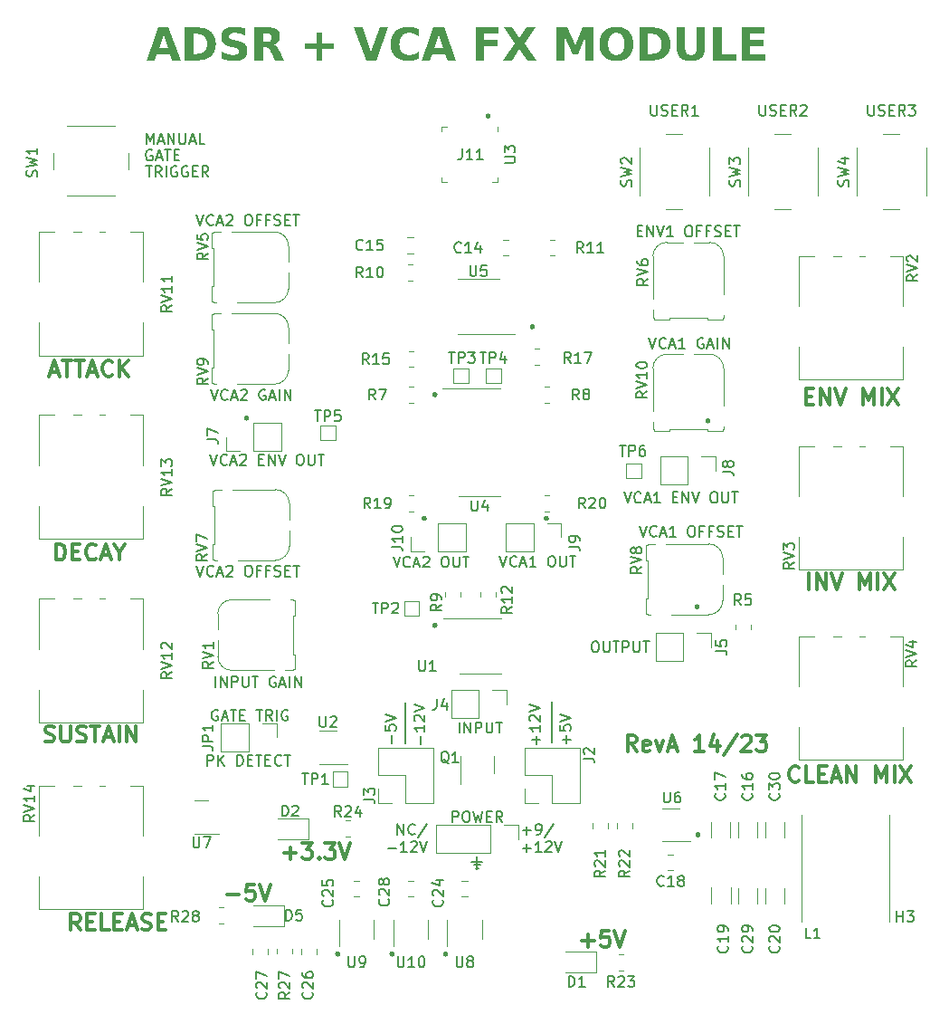
<source format=gbr>
%TF.GenerationSoftware,KiCad,Pcbnew,7.0.1-3b83917a11~172~ubuntu22.04.1*%
%TF.CreationDate,2023-04-03T22:42:05+01:00*%
%TF.ProjectId,adsr_vca_fx,61647372-5f76-4636-915f-66782e6b6963,rev?*%
%TF.SameCoordinates,Original*%
%TF.FileFunction,Legend,Top*%
%TF.FilePolarity,Positive*%
%FSLAX46Y46*%
G04 Gerber Fmt 4.6, Leading zero omitted, Abs format (unit mm)*
G04 Created by KiCad (PCBNEW 7.0.1-3b83917a11~172~ubuntu22.04.1) date 2023-04-03 22:42:05*
%MOMM*%
%LPD*%
G01*
G04 APERTURE LIST*
%ADD10C,0.300000*%
%ADD11C,0.150000*%
%ADD12C,0.500000*%
%ADD13C,0.120000*%
G04 APERTURE END LIST*
D10*
X136189885Y-118942428D02*
X135689885Y-118228142D01*
X135332742Y-118942428D02*
X135332742Y-117442428D01*
X135332742Y-117442428D02*
X135904171Y-117442428D01*
X135904171Y-117442428D02*
X136047028Y-117513857D01*
X136047028Y-117513857D02*
X136118457Y-117585285D01*
X136118457Y-117585285D02*
X136189885Y-117728142D01*
X136189885Y-117728142D02*
X136189885Y-117942428D01*
X136189885Y-117942428D02*
X136118457Y-118085285D01*
X136118457Y-118085285D02*
X136047028Y-118156714D01*
X136047028Y-118156714D02*
X135904171Y-118228142D01*
X135904171Y-118228142D02*
X135332742Y-118228142D01*
X137404171Y-118871000D02*
X137261314Y-118942428D01*
X137261314Y-118942428D02*
X136975600Y-118942428D01*
X136975600Y-118942428D02*
X136832742Y-118871000D01*
X136832742Y-118871000D02*
X136761314Y-118728142D01*
X136761314Y-118728142D02*
X136761314Y-118156714D01*
X136761314Y-118156714D02*
X136832742Y-118013857D01*
X136832742Y-118013857D02*
X136975600Y-117942428D01*
X136975600Y-117942428D02*
X137261314Y-117942428D01*
X137261314Y-117942428D02*
X137404171Y-118013857D01*
X137404171Y-118013857D02*
X137475600Y-118156714D01*
X137475600Y-118156714D02*
X137475600Y-118299571D01*
X137475600Y-118299571D02*
X136761314Y-118442428D01*
X137975599Y-117942428D02*
X138332742Y-118942428D01*
X138332742Y-118942428D02*
X138689885Y-117942428D01*
X139189885Y-118513857D02*
X139904171Y-118513857D01*
X139047028Y-118942428D02*
X139547028Y-117442428D01*
X139547028Y-117442428D02*
X140047028Y-118942428D01*
X142475599Y-118942428D02*
X141618456Y-118942428D01*
X142047027Y-118942428D02*
X142047027Y-117442428D01*
X142047027Y-117442428D02*
X141904170Y-117656714D01*
X141904170Y-117656714D02*
X141761313Y-117799571D01*
X141761313Y-117799571D02*
X141618456Y-117871000D01*
X143761313Y-117942428D02*
X143761313Y-118942428D01*
X143404170Y-117371000D02*
X143047027Y-118442428D01*
X143047027Y-118442428D02*
X143975598Y-118442428D01*
X145618455Y-117371000D02*
X144332741Y-119299571D01*
X146047027Y-117585285D02*
X146118455Y-117513857D01*
X146118455Y-117513857D02*
X146261313Y-117442428D01*
X146261313Y-117442428D02*
X146618455Y-117442428D01*
X146618455Y-117442428D02*
X146761313Y-117513857D01*
X146761313Y-117513857D02*
X146832741Y-117585285D01*
X146832741Y-117585285D02*
X146904170Y-117728142D01*
X146904170Y-117728142D02*
X146904170Y-117871000D01*
X146904170Y-117871000D02*
X146832741Y-118085285D01*
X146832741Y-118085285D02*
X145975598Y-118942428D01*
X145975598Y-118942428D02*
X146904170Y-118942428D01*
X147404169Y-117442428D02*
X148332741Y-117442428D01*
X148332741Y-117442428D02*
X147832741Y-118013857D01*
X147832741Y-118013857D02*
X148047026Y-118013857D01*
X148047026Y-118013857D02*
X148189884Y-118085285D01*
X148189884Y-118085285D02*
X148261312Y-118156714D01*
X148261312Y-118156714D02*
X148332741Y-118299571D01*
X148332741Y-118299571D02*
X148332741Y-118656714D01*
X148332741Y-118656714D02*
X148261312Y-118799571D01*
X148261312Y-118799571D02*
X148189884Y-118871000D01*
X148189884Y-118871000D02*
X148047026Y-118942428D01*
X148047026Y-118942428D02*
X147618455Y-118942428D01*
X147618455Y-118942428D02*
X147475598Y-118871000D01*
X147475598Y-118871000D02*
X147404169Y-118799571D01*
X97842342Y-132341000D02*
X98985200Y-132341000D01*
X100413771Y-131412428D02*
X99699485Y-131412428D01*
X99699485Y-131412428D02*
X99628057Y-132126714D01*
X99628057Y-132126714D02*
X99699485Y-132055285D01*
X99699485Y-132055285D02*
X99842343Y-131983857D01*
X99842343Y-131983857D02*
X100199485Y-131983857D01*
X100199485Y-131983857D02*
X100342343Y-132055285D01*
X100342343Y-132055285D02*
X100413771Y-132126714D01*
X100413771Y-132126714D02*
X100485200Y-132269571D01*
X100485200Y-132269571D02*
X100485200Y-132626714D01*
X100485200Y-132626714D02*
X100413771Y-132769571D01*
X100413771Y-132769571D02*
X100342343Y-132841000D01*
X100342343Y-132841000D02*
X100199485Y-132912428D01*
X100199485Y-132912428D02*
X99842343Y-132912428D01*
X99842343Y-132912428D02*
X99699485Y-132841000D01*
X99699485Y-132841000D02*
X99628057Y-132769571D01*
X100913771Y-131412428D02*
X101413771Y-132912428D01*
X101413771Y-132912428D02*
X101913771Y-131412428D01*
X103176342Y-128480200D02*
X104319200Y-128480200D01*
X103747771Y-129051628D02*
X103747771Y-127908771D01*
X104890628Y-127551628D02*
X105819200Y-127551628D01*
X105819200Y-127551628D02*
X105319200Y-128123057D01*
X105319200Y-128123057D02*
X105533485Y-128123057D01*
X105533485Y-128123057D02*
X105676343Y-128194485D01*
X105676343Y-128194485D02*
X105747771Y-128265914D01*
X105747771Y-128265914D02*
X105819200Y-128408771D01*
X105819200Y-128408771D02*
X105819200Y-128765914D01*
X105819200Y-128765914D02*
X105747771Y-128908771D01*
X105747771Y-128908771D02*
X105676343Y-128980200D01*
X105676343Y-128980200D02*
X105533485Y-129051628D01*
X105533485Y-129051628D02*
X105104914Y-129051628D01*
X105104914Y-129051628D02*
X104962057Y-128980200D01*
X104962057Y-128980200D02*
X104890628Y-128908771D01*
X106462056Y-128908771D02*
X106533485Y-128980200D01*
X106533485Y-128980200D02*
X106462056Y-129051628D01*
X106462056Y-129051628D02*
X106390628Y-128980200D01*
X106390628Y-128980200D02*
X106462056Y-128908771D01*
X106462056Y-128908771D02*
X106462056Y-129051628D01*
X107033485Y-127551628D02*
X107962057Y-127551628D01*
X107962057Y-127551628D02*
X107462057Y-128123057D01*
X107462057Y-128123057D02*
X107676342Y-128123057D01*
X107676342Y-128123057D02*
X107819200Y-128194485D01*
X107819200Y-128194485D02*
X107890628Y-128265914D01*
X107890628Y-128265914D02*
X107962057Y-128408771D01*
X107962057Y-128408771D02*
X107962057Y-128765914D01*
X107962057Y-128765914D02*
X107890628Y-128908771D01*
X107890628Y-128908771D02*
X107819200Y-128980200D01*
X107819200Y-128980200D02*
X107676342Y-129051628D01*
X107676342Y-129051628D02*
X107247771Y-129051628D01*
X107247771Y-129051628D02*
X107104914Y-128980200D01*
X107104914Y-128980200D02*
X107033485Y-128908771D01*
X108390628Y-127551628D02*
X108890628Y-129051628D01*
X108890628Y-129051628D02*
X109390628Y-127551628D01*
X131040142Y-136659000D02*
X132183000Y-136659000D01*
X131611571Y-137230428D02*
X131611571Y-136087571D01*
X133611571Y-135730428D02*
X132897285Y-135730428D01*
X132897285Y-135730428D02*
X132825857Y-136444714D01*
X132825857Y-136444714D02*
X132897285Y-136373285D01*
X132897285Y-136373285D02*
X133040143Y-136301857D01*
X133040143Y-136301857D02*
X133397285Y-136301857D01*
X133397285Y-136301857D02*
X133540143Y-136373285D01*
X133540143Y-136373285D02*
X133611571Y-136444714D01*
X133611571Y-136444714D02*
X133683000Y-136587571D01*
X133683000Y-136587571D02*
X133683000Y-136944714D01*
X133683000Y-136944714D02*
X133611571Y-137087571D01*
X133611571Y-137087571D02*
X133540143Y-137159000D01*
X133540143Y-137159000D02*
X133397285Y-137230428D01*
X133397285Y-137230428D02*
X133040143Y-137230428D01*
X133040143Y-137230428D02*
X132897285Y-137159000D01*
X132897285Y-137159000D02*
X132825857Y-137087571D01*
X134111571Y-135730428D02*
X134611571Y-137230428D01*
X134611571Y-137230428D02*
X135111571Y-135730428D01*
D11*
X113805057Y-126756219D02*
X113805057Y-125756219D01*
X113805057Y-125756219D02*
X114376485Y-126756219D01*
X114376485Y-126756219D02*
X114376485Y-125756219D01*
X115424104Y-126660980D02*
X115376485Y-126708600D01*
X115376485Y-126708600D02*
X115233628Y-126756219D01*
X115233628Y-126756219D02*
X115138390Y-126756219D01*
X115138390Y-126756219D02*
X114995533Y-126708600D01*
X114995533Y-126708600D02*
X114900295Y-126613361D01*
X114900295Y-126613361D02*
X114852676Y-126518123D01*
X114852676Y-126518123D02*
X114805057Y-126327647D01*
X114805057Y-126327647D02*
X114805057Y-126184790D01*
X114805057Y-126184790D02*
X114852676Y-125994314D01*
X114852676Y-125994314D02*
X114900295Y-125899076D01*
X114900295Y-125899076D02*
X114995533Y-125803838D01*
X114995533Y-125803838D02*
X115138390Y-125756219D01*
X115138390Y-125756219D02*
X115233628Y-125756219D01*
X115233628Y-125756219D02*
X115376485Y-125803838D01*
X115376485Y-125803838D02*
X115424104Y-125851457D01*
X116566961Y-125708600D02*
X115709819Y-126994314D01*
X112900295Y-127995266D02*
X113662200Y-127995266D01*
X114662199Y-128376219D02*
X114090771Y-128376219D01*
X114376485Y-128376219D02*
X114376485Y-127376219D01*
X114376485Y-127376219D02*
X114281247Y-127519076D01*
X114281247Y-127519076D02*
X114186009Y-127614314D01*
X114186009Y-127614314D02*
X114090771Y-127661933D01*
X115043152Y-127471457D02*
X115090771Y-127423838D01*
X115090771Y-127423838D02*
X115186009Y-127376219D01*
X115186009Y-127376219D02*
X115424104Y-127376219D01*
X115424104Y-127376219D02*
X115519342Y-127423838D01*
X115519342Y-127423838D02*
X115566961Y-127471457D01*
X115566961Y-127471457D02*
X115614580Y-127566695D01*
X115614580Y-127566695D02*
X115614580Y-127661933D01*
X115614580Y-127661933D02*
X115566961Y-127804790D01*
X115566961Y-127804790D02*
X114995533Y-128376219D01*
X114995533Y-128376219D02*
X115614580Y-128376219D01*
X115900295Y-127376219D02*
X116233628Y-128376219D01*
X116233628Y-128376219D02*
X116566961Y-127376219D01*
X125510895Y-126375266D02*
X126272800Y-126375266D01*
X125891847Y-126756219D02*
X125891847Y-125994314D01*
X126796609Y-126756219D02*
X126987085Y-126756219D01*
X126987085Y-126756219D02*
X127082323Y-126708600D01*
X127082323Y-126708600D02*
X127129942Y-126660980D01*
X127129942Y-126660980D02*
X127225180Y-126518123D01*
X127225180Y-126518123D02*
X127272799Y-126327647D01*
X127272799Y-126327647D02*
X127272799Y-125946695D01*
X127272799Y-125946695D02*
X127225180Y-125851457D01*
X127225180Y-125851457D02*
X127177561Y-125803838D01*
X127177561Y-125803838D02*
X127082323Y-125756219D01*
X127082323Y-125756219D02*
X126891847Y-125756219D01*
X126891847Y-125756219D02*
X126796609Y-125803838D01*
X126796609Y-125803838D02*
X126748990Y-125851457D01*
X126748990Y-125851457D02*
X126701371Y-125946695D01*
X126701371Y-125946695D02*
X126701371Y-126184790D01*
X126701371Y-126184790D02*
X126748990Y-126280028D01*
X126748990Y-126280028D02*
X126796609Y-126327647D01*
X126796609Y-126327647D02*
X126891847Y-126375266D01*
X126891847Y-126375266D02*
X127082323Y-126375266D01*
X127082323Y-126375266D02*
X127177561Y-126327647D01*
X127177561Y-126327647D02*
X127225180Y-126280028D01*
X127225180Y-126280028D02*
X127272799Y-126184790D01*
X128415656Y-125708600D02*
X127558514Y-126994314D01*
X125510895Y-127995266D02*
X126272800Y-127995266D01*
X125891847Y-128376219D02*
X125891847Y-127614314D01*
X127272799Y-128376219D02*
X126701371Y-128376219D01*
X126987085Y-128376219D02*
X126987085Y-127376219D01*
X126987085Y-127376219D02*
X126891847Y-127519076D01*
X126891847Y-127519076D02*
X126796609Y-127614314D01*
X126796609Y-127614314D02*
X126701371Y-127661933D01*
X127653752Y-127471457D02*
X127701371Y-127423838D01*
X127701371Y-127423838D02*
X127796609Y-127376219D01*
X127796609Y-127376219D02*
X128034704Y-127376219D01*
X128034704Y-127376219D02*
X128129942Y-127423838D01*
X128129942Y-127423838D02*
X128177561Y-127471457D01*
X128177561Y-127471457D02*
X128225180Y-127566695D01*
X128225180Y-127566695D02*
X128225180Y-127661933D01*
X128225180Y-127661933D02*
X128177561Y-127804790D01*
X128177561Y-127804790D02*
X127606133Y-128376219D01*
X127606133Y-128376219D02*
X128225180Y-128376219D01*
X128510895Y-127376219D02*
X128844228Y-128376219D01*
X128844228Y-128376219D02*
X129177561Y-127376219D01*
X121107200Y-129870200D02*
X121412000Y-129870200D01*
X120929400Y-129590800D02*
X121589800Y-129590800D01*
X120751600Y-129311400D02*
X121767600Y-129311400D01*
X121259600Y-128828800D02*
X121259600Y-129997200D01*
D12*
X117297601Y-107173200D02*
G75*
G03*
X117297601Y-107173200I-1J0D01*
G01*
X141834001Y-105446000D02*
G75*
G03*
X141834001Y-105446000I-1J0D01*
G01*
X116307001Y-97191000D02*
G75*
G03*
X116307001Y-97191000I-1J0D01*
G01*
X113284001Y-137915000D02*
G75*
G03*
X113284001Y-137915000I-1J0D01*
G01*
X141932601Y-126764000D02*
G75*
G03*
X141932601Y-126764000I-1J0D01*
G01*
X117297601Y-85608600D02*
G75*
G03*
X117297601Y-85608600I-1J0D01*
G01*
X142850001Y-88047000D02*
G75*
G03*
X142850001Y-88047000I-1J0D01*
G01*
X122276001Y-59548200D02*
G75*
G03*
X122276001Y-59548200I-1J0D01*
G01*
X127737001Y-97191000D02*
G75*
G03*
X127737001Y-97191000I-1J0D01*
G01*
X99670001Y-87793000D02*
G75*
G03*
X99670001Y-87793000I-1J0D01*
G01*
X126416201Y-79258600D02*
G75*
G03*
X126416201Y-79258600I-1J0D01*
G01*
X118298001Y-137915000D02*
G75*
G03*
X118298001Y-137915000I-1J0D01*
G01*
X108204001Y-137915000D02*
G75*
G03*
X108204001Y-137915000I-1J0D01*
G01*
G36*
X93508821Y-54354000D02*
G01*
X92710880Y-54354000D01*
X92517439Y-53791264D01*
X91276930Y-53791264D01*
X91081291Y-54354000D01*
X90283350Y-54354000D01*
X90697675Y-53228528D01*
X91474767Y-53228528D01*
X92317404Y-53228528D01*
X91896818Y-51989484D01*
X91474767Y-53228528D01*
X90697675Y-53228528D01*
X91422743Y-51258954D01*
X92368695Y-51258954D01*
X93508821Y-54354000D01*
G37*
G36*
X94775603Y-51259017D02*
G01*
X94812837Y-51259206D01*
X94849311Y-51259521D01*
X94885023Y-51259962D01*
X94919973Y-51260528D01*
X94954162Y-51261221D01*
X94987590Y-51262040D01*
X95020257Y-51262984D01*
X95052162Y-51264055D01*
X95083306Y-51265251D01*
X95113688Y-51266573D01*
X95143309Y-51268022D01*
X95186313Y-51270430D01*
X95227605Y-51273122D01*
X95254180Y-51275074D01*
X95293630Y-51278217D01*
X95333118Y-51281875D01*
X95372644Y-51286048D01*
X95412209Y-51290736D01*
X95451813Y-51295940D01*
X95491456Y-51301658D01*
X95531137Y-51307892D01*
X95570856Y-51314642D01*
X95610615Y-51321906D01*
X95650412Y-51329685D01*
X95676965Y-51335158D01*
X95716414Y-51343938D01*
X95755078Y-51353516D01*
X95792955Y-51363893D01*
X95830048Y-51375069D01*
X95866354Y-51387043D01*
X95901875Y-51399815D01*
X95936610Y-51413387D01*
X95970560Y-51427756D01*
X96003724Y-51442925D01*
X96036102Y-51458892D01*
X96057251Y-51469980D01*
X96088506Y-51487323D01*
X96119350Y-51505555D01*
X96149781Y-51524675D01*
X96179800Y-51544684D01*
X96209406Y-51565582D01*
X96238601Y-51587368D01*
X96267384Y-51610043D01*
X96295754Y-51633607D01*
X96323712Y-51658060D01*
X96351258Y-51683401D01*
X96369393Y-51700789D01*
X96395630Y-51726977D01*
X96421033Y-51753698D01*
X96445604Y-51780952D01*
X96469342Y-51808741D01*
X96492247Y-51837063D01*
X96514319Y-51865920D01*
X96535558Y-51895310D01*
X96555964Y-51925233D01*
X96575537Y-51955691D01*
X96594278Y-51986682D01*
X96612185Y-52018208D01*
X96629260Y-52050267D01*
X96645502Y-52082859D01*
X96660910Y-52115986D01*
X96675486Y-52149647D01*
X96689229Y-52183841D01*
X96702139Y-52218569D01*
X96714216Y-52253831D01*
X96725461Y-52289626D01*
X96735872Y-52325956D01*
X96745450Y-52362819D01*
X96754196Y-52400216D01*
X96762108Y-52438147D01*
X96769188Y-52476612D01*
X96775435Y-52515610D01*
X96780849Y-52555142D01*
X96785430Y-52595208D01*
X96789178Y-52635808D01*
X96792093Y-52676942D01*
X96794175Y-52718610D01*
X96795425Y-52760811D01*
X96795841Y-52803546D01*
X96795615Y-52835007D01*
X96794937Y-52866194D01*
X96793806Y-52897106D01*
X96792223Y-52927743D01*
X96790188Y-52958106D01*
X96787701Y-52988193D01*
X96784762Y-53018006D01*
X96781370Y-53047545D01*
X96777526Y-53076808D01*
X96770912Y-53120188D01*
X96763281Y-53162949D01*
X96754632Y-53205093D01*
X96744965Y-53246618D01*
X96737956Y-53273958D01*
X96726885Y-53314227D01*
X96715107Y-53353427D01*
X96702619Y-53391558D01*
X96689424Y-53428621D01*
X96675520Y-53464614D01*
X96660907Y-53499538D01*
X96645587Y-53533393D01*
X96629558Y-53566179D01*
X96612820Y-53597896D01*
X96595374Y-53628544D01*
X96583350Y-53648382D01*
X96564893Y-53677368D01*
X96545792Y-53705801D01*
X96526047Y-53733680D01*
X96505658Y-53761005D01*
X96484625Y-53787776D01*
X96462948Y-53813993D01*
X96440627Y-53839656D01*
X96417662Y-53864766D01*
X96394053Y-53889322D01*
X96369800Y-53913323D01*
X96353273Y-53929017D01*
X96328316Y-53951954D01*
X96303179Y-53974054D01*
X96277861Y-53995317D01*
X96252363Y-54015742D01*
X96226684Y-54035331D01*
X96200826Y-54054082D01*
X96174786Y-54071996D01*
X96148567Y-54089072D01*
X96122167Y-54105312D01*
X96095587Y-54120714D01*
X96077767Y-54130517D01*
X96050835Y-54144554D01*
X96023620Y-54158089D01*
X95996121Y-54171121D01*
X95968339Y-54183652D01*
X95940273Y-54195679D01*
X95911924Y-54207205D01*
X95883292Y-54218228D01*
X95854377Y-54228749D01*
X95825178Y-54238767D01*
X95795695Y-54248283D01*
X95775883Y-54254348D01*
X95731298Y-54266416D01*
X95684006Y-54277704D01*
X95634006Y-54288214D01*
X95581298Y-54297946D01*
X95525882Y-54306899D01*
X95467759Y-54315073D01*
X95437682Y-54318869D01*
X95406928Y-54322469D01*
X95375498Y-54325875D01*
X95343390Y-54329087D01*
X95310605Y-54332104D01*
X95277144Y-54334926D01*
X95243005Y-54337553D01*
X95208190Y-54339986D01*
X95172698Y-54342224D01*
X95136529Y-54344268D01*
X95099683Y-54346117D01*
X95062160Y-54347771D01*
X95023960Y-54349231D01*
X94985083Y-54350496D01*
X94945529Y-54351567D01*
X94905298Y-54352442D01*
X94864391Y-54353124D01*
X94822806Y-54353610D01*
X94780545Y-54353902D01*
X94737607Y-54354000D01*
X93900831Y-54354000D01*
X93900831Y-51868584D01*
X94694376Y-51868584D01*
X94694376Y-53744369D01*
X94978674Y-53744369D01*
X95008590Y-53744136D01*
X95038068Y-53743436D01*
X95095716Y-53740637D01*
X95151618Y-53735972D01*
X95205774Y-53729440D01*
X95258185Y-53721042D01*
X95308849Y-53710778D01*
X95357767Y-53698648D01*
X95404939Y-53684652D01*
X95450366Y-53668790D01*
X95494046Y-53651061D01*
X95535980Y-53631466D01*
X95576169Y-53610005D01*
X95614611Y-53586678D01*
X95651308Y-53561485D01*
X95686258Y-53534425D01*
X95719463Y-53505500D01*
X95750784Y-53474765D01*
X95780085Y-53442279D01*
X95807365Y-53408041D01*
X95832624Y-53372052D01*
X95855862Y-53334310D01*
X95877080Y-53294817D01*
X95896277Y-53253573D01*
X95913453Y-53210577D01*
X95928608Y-53165829D01*
X95941743Y-53119329D01*
X95952857Y-53071078D01*
X95961950Y-53021075D01*
X95969023Y-52969320D01*
X95974075Y-52915814D01*
X95977106Y-52860556D01*
X95978116Y-52803546D01*
X95977109Y-52746722D01*
X95974086Y-52691656D01*
X95969049Y-52638347D01*
X95961996Y-52586796D01*
X95952929Y-52537002D01*
X95941846Y-52488965D01*
X95928749Y-52442686D01*
X95913636Y-52398164D01*
X95896508Y-52355399D01*
X95877366Y-52314392D01*
X95856208Y-52275143D01*
X95833036Y-52237650D01*
X95807848Y-52201916D01*
X95780646Y-52167938D01*
X95751428Y-52135718D01*
X95720196Y-52105256D01*
X95687160Y-52076596D01*
X95652350Y-52049786D01*
X95615765Y-52024824D01*
X95577405Y-52001712D01*
X95537271Y-51980448D01*
X95495363Y-51961034D01*
X95451679Y-51943469D01*
X95406221Y-51927752D01*
X95358989Y-51913885D01*
X95309982Y-51901866D01*
X95259201Y-51891697D01*
X95206645Y-51883376D01*
X95152314Y-51876905D01*
X95096209Y-51872282D01*
X95038329Y-51869509D01*
X95008723Y-51868815D01*
X94978674Y-51868584D01*
X94694376Y-51868584D01*
X93900831Y-51868584D01*
X93900831Y-51258954D01*
X94737607Y-51258954D01*
X94775603Y-51259017D01*
G37*
G36*
X98451075Y-51212060D02*
G01*
X98483047Y-51212205D01*
X98515126Y-51212643D01*
X98547310Y-51213373D01*
X98579600Y-51214395D01*
X98611996Y-51215709D01*
X98644498Y-51217315D01*
X98677106Y-51219212D01*
X98709820Y-51221402D01*
X98742639Y-51223883D01*
X98775565Y-51226657D01*
X98808596Y-51229722D01*
X98841734Y-51233080D01*
X98874977Y-51236729D01*
X98908326Y-51240670D01*
X98941781Y-51244903D01*
X98975342Y-51249429D01*
X99009009Y-51254246D01*
X99042782Y-51259355D01*
X99076661Y-51264756D01*
X99110645Y-51270449D01*
X99144736Y-51276434D01*
X99178932Y-51282711D01*
X99213234Y-51289279D01*
X99247642Y-51296140D01*
X99282157Y-51303293D01*
X99316777Y-51310737D01*
X99351502Y-51318474D01*
X99386334Y-51326503D01*
X99421272Y-51334823D01*
X99456316Y-51343435D01*
X99491465Y-51352340D01*
X99526720Y-51361536D01*
X99526720Y-52009268D01*
X99494826Y-51994843D01*
X99463073Y-51980875D01*
X99431462Y-51967365D01*
X99399993Y-51954314D01*
X99368665Y-51941720D01*
X99337479Y-51929584D01*
X99306435Y-51917906D01*
X99275532Y-51906686D01*
X99244771Y-51895924D01*
X99214152Y-51885620D01*
X99183674Y-51875774D01*
X99153338Y-51866386D01*
X99123144Y-51857456D01*
X99093091Y-51848984D01*
X99063180Y-51840970D01*
X99033411Y-51833413D01*
X99003783Y-51826315D01*
X98974298Y-51819675D01*
X98944953Y-51813492D01*
X98915751Y-51807768D01*
X98886690Y-51802501D01*
X98857771Y-51797693D01*
X98800357Y-51789450D01*
X98743511Y-51783038D01*
X98687231Y-51778459D01*
X98631518Y-51775711D01*
X98576372Y-51774795D01*
X98539492Y-51775130D01*
X98503957Y-51776135D01*
X98469768Y-51777809D01*
X98436924Y-51780153D01*
X98405425Y-51783167D01*
X98375272Y-51786851D01*
X98332564Y-51793632D01*
X98292883Y-51801920D01*
X98256229Y-51811716D01*
X98222601Y-51823018D01*
X98192000Y-51835827D01*
X98164426Y-51850143D01*
X98147725Y-51860524D01*
X98117844Y-51882907D01*
X98091946Y-51907556D01*
X98070033Y-51934473D01*
X98052104Y-51963656D01*
X98038160Y-51995106D01*
X98028199Y-52028823D01*
X98022223Y-52064807D01*
X98020231Y-52103057D01*
X98021776Y-52136099D01*
X98026413Y-52167080D01*
X98034141Y-52195999D01*
X98048148Y-52229251D01*
X98066985Y-52259283D01*
X98090652Y-52286095D01*
X98113063Y-52305226D01*
X98119149Y-52309687D01*
X98145871Y-52326780D01*
X98176577Y-52343255D01*
X98211267Y-52359112D01*
X98239899Y-52370599D01*
X98270772Y-52381738D01*
X98303887Y-52392529D01*
X98339242Y-52402972D01*
X98376839Y-52413068D01*
X98416677Y-52422816D01*
X98444480Y-52429122D01*
X98783001Y-52497265D01*
X98813650Y-52503597D01*
X98843775Y-52510137D01*
X98873373Y-52516884D01*
X98902447Y-52523838D01*
X98930996Y-52531000D01*
X98986517Y-52545947D01*
X99039938Y-52561723D01*
X99091257Y-52578330D01*
X99140476Y-52595767D01*
X99187594Y-52614033D01*
X99232611Y-52633130D01*
X99275527Y-52653057D01*
X99316342Y-52673814D01*
X99355057Y-52695400D01*
X99391670Y-52717817D01*
X99426183Y-52741064D01*
X99458595Y-52765141D01*
X99488906Y-52790048D01*
X99503273Y-52802813D01*
X99530602Y-52829289D01*
X99556167Y-52857241D01*
X99579969Y-52886671D01*
X99602008Y-52917577D01*
X99622284Y-52949960D01*
X99640797Y-52983820D01*
X99657547Y-53019157D01*
X99672533Y-53055971D01*
X99685757Y-53094262D01*
X99697217Y-53134029D01*
X99706914Y-53175274D01*
X99714849Y-53217995D01*
X99721019Y-53262194D01*
X99725427Y-53307869D01*
X99728072Y-53355021D01*
X99728954Y-53403651D01*
X99728647Y-53436070D01*
X99727728Y-53467930D01*
X99726197Y-53499233D01*
X99724053Y-53529978D01*
X99721297Y-53560164D01*
X99717928Y-53589792D01*
X99713947Y-53618862D01*
X99704147Y-53675328D01*
X99691896Y-53729562D01*
X99677196Y-53781562D01*
X99660046Y-53831331D01*
X99640445Y-53878867D01*
X99618395Y-53924170D01*
X99593894Y-53967240D01*
X99566943Y-54008079D01*
X99537543Y-54046684D01*
X99505692Y-54083057D01*
X99471391Y-54117198D01*
X99434640Y-54149106D01*
X99415346Y-54164223D01*
X99375123Y-54192882D01*
X99332673Y-54219693D01*
X99287997Y-54244654D01*
X99241094Y-54267767D01*
X99191964Y-54289030D01*
X99140607Y-54308444D01*
X99087023Y-54326010D01*
X99031213Y-54341726D01*
X99002472Y-54348891D01*
X98973176Y-54355594D01*
X98943322Y-54361834D01*
X98912911Y-54367612D01*
X98881944Y-54372928D01*
X98850421Y-54377782D01*
X98818340Y-54382173D01*
X98785703Y-54386102D01*
X98752509Y-54389569D01*
X98718758Y-54392574D01*
X98684451Y-54395116D01*
X98649587Y-54397196D01*
X98614166Y-54398814D01*
X98578189Y-54399970D01*
X98541655Y-54400663D01*
X98504564Y-54400894D01*
X98468101Y-54400683D01*
X98431618Y-54400050D01*
X98395114Y-54398994D01*
X98358591Y-54397517D01*
X98322047Y-54395617D01*
X98285484Y-54393295D01*
X98248901Y-54390551D01*
X98212297Y-54387384D01*
X98175673Y-54383796D01*
X98139030Y-54379785D01*
X98102366Y-54375352D01*
X98065683Y-54370497D01*
X98028979Y-54365220D01*
X97992255Y-54359521D01*
X97955511Y-54353399D01*
X97918748Y-54346855D01*
X97881964Y-54339889D01*
X97845160Y-54332501D01*
X97808336Y-54324691D01*
X97771492Y-54316459D01*
X97734628Y-54307804D01*
X97697744Y-54298727D01*
X97660840Y-54289228D01*
X97623916Y-54279307D01*
X97586972Y-54268964D01*
X97550008Y-54258198D01*
X97513024Y-54247010D01*
X97476019Y-54235401D01*
X97438995Y-54223368D01*
X97401951Y-54210914D01*
X97364886Y-54198038D01*
X97327802Y-54184739D01*
X97327802Y-53520154D01*
X97365078Y-53539719D01*
X97402168Y-53558663D01*
X97439072Y-53576985D01*
X97475790Y-53594687D01*
X97512322Y-53611767D01*
X97548668Y-53628226D01*
X97584828Y-53644064D01*
X97620802Y-53659281D01*
X97656590Y-53673877D01*
X97692191Y-53687852D01*
X97727607Y-53701206D01*
X97762837Y-53713938D01*
X97797880Y-53726050D01*
X97832738Y-53737540D01*
X97867409Y-53748409D01*
X97901895Y-53758658D01*
X97936194Y-53768285D01*
X97970308Y-53777291D01*
X98004235Y-53785675D01*
X98037976Y-53793439D01*
X98071532Y-53800582D01*
X98104901Y-53807104D01*
X98138084Y-53813004D01*
X98171081Y-53818283D01*
X98203892Y-53822942D01*
X98236517Y-53826979D01*
X98268956Y-53830395D01*
X98301209Y-53833190D01*
X98333276Y-53835364D01*
X98365157Y-53836916D01*
X98396852Y-53837848D01*
X98428360Y-53838159D01*
X98458416Y-53837882D01*
X98497107Y-53836651D01*
X98534219Y-53834436D01*
X98569750Y-53831236D01*
X98603702Y-53827051D01*
X98636074Y-53821882D01*
X98666866Y-53815728D01*
X98696077Y-53808590D01*
X98703134Y-53806651D01*
X98736947Y-53796040D01*
X98767863Y-53784355D01*
X98795880Y-53771596D01*
X98825676Y-53754869D01*
X98851299Y-53736597D01*
X98869463Y-53720189D01*
X98891287Y-53696322D01*
X98909955Y-53672805D01*
X98927426Y-53646358D01*
X98942154Y-53617153D01*
X98943469Y-53613944D01*
X98953386Y-53584217D01*
X98960058Y-53553562D01*
X98963484Y-53521981D01*
X98963985Y-53504034D01*
X98962325Y-53466608D01*
X98957345Y-53431632D01*
X98949044Y-53399105D01*
X98937424Y-53369029D01*
X98922483Y-53341403D01*
X98904222Y-53316227D01*
X98882641Y-53293501D01*
X98857739Y-53273225D01*
X98829014Y-53254495D01*
X98795595Y-53236405D01*
X98767450Y-53223259D01*
X98736664Y-53210474D01*
X98703239Y-53198049D01*
X98667173Y-53185984D01*
X98628466Y-53174281D01*
X98587119Y-53162938D01*
X98558088Y-53155576D01*
X98527883Y-53148375D01*
X98496504Y-53141334D01*
X98189491Y-53073923D01*
X98135464Y-53061206D01*
X98083108Y-53047602D01*
X98032424Y-53033110D01*
X97983411Y-53017732D01*
X97936070Y-53001466D01*
X97890400Y-52984312D01*
X97846402Y-52966272D01*
X97804076Y-52947344D01*
X97763421Y-52927529D01*
X97724437Y-52906826D01*
X97687125Y-52885237D01*
X97651485Y-52862760D01*
X97617516Y-52839395D01*
X97585219Y-52815144D01*
X97554593Y-52790005D01*
X97525639Y-52763979D01*
X97498399Y-52736808D01*
X97472917Y-52708234D01*
X97449192Y-52678258D01*
X97427224Y-52646879D01*
X97407014Y-52614098D01*
X97388561Y-52579915D01*
X97371866Y-52544329D01*
X97356928Y-52507340D01*
X97343748Y-52468949D01*
X97332324Y-52429156D01*
X97322659Y-52387960D01*
X97314750Y-52345362D01*
X97308599Y-52301361D01*
X97304206Y-52255957D01*
X97301570Y-52209151D01*
X97300691Y-52160943D01*
X97300989Y-52131589D01*
X97303370Y-52074265D01*
X97308133Y-52018784D01*
X97315277Y-51965146D01*
X97324802Y-51913351D01*
X97336709Y-51863399D01*
X97350998Y-51815291D01*
X97367667Y-51769026D01*
X97386718Y-51724605D01*
X97408150Y-51682026D01*
X97431964Y-51641291D01*
X97458159Y-51602399D01*
X97486735Y-51565351D01*
X97517693Y-51530145D01*
X97551032Y-51496783D01*
X97586753Y-51465264D01*
X97605506Y-51450196D01*
X97644616Y-51421359D01*
X97685557Y-51394383D01*
X97728330Y-51369267D01*
X97772935Y-51346011D01*
X97819371Y-51324616D01*
X97867640Y-51305082D01*
X97917740Y-51287407D01*
X97969672Y-51271594D01*
X98023436Y-51257640D01*
X98079032Y-51245547D01*
X98136460Y-51235315D01*
X98165860Y-51230897D01*
X98195719Y-51226943D01*
X98226036Y-51223455D01*
X98256810Y-51220432D01*
X98288043Y-51217873D01*
X98319733Y-51215780D01*
X98351882Y-51214153D01*
X98384488Y-51212990D01*
X98417553Y-51212292D01*
X98451075Y-51212060D01*
G37*
G36*
X101663426Y-51259186D02*
G01*
X101703749Y-51259882D01*
X101743293Y-51261041D01*
X101782059Y-51262664D01*
X101820046Y-51264750D01*
X101857255Y-51267300D01*
X101893686Y-51270314D01*
X101929337Y-51273792D01*
X101964211Y-51277733D01*
X101998305Y-51282138D01*
X102031622Y-51287007D01*
X102064159Y-51292339D01*
X102095919Y-51298135D01*
X102126899Y-51304395D01*
X102157101Y-51311118D01*
X102186525Y-51318305D01*
X102215256Y-51325850D01*
X102256871Y-51337983D01*
X102296709Y-51351095D01*
X102334769Y-51365185D01*
X102371052Y-51380255D01*
X102405558Y-51396304D01*
X102438286Y-51413331D01*
X102469237Y-51431337D01*
X102498410Y-51450322D01*
X102525806Y-51470286D01*
X102551424Y-51491229D01*
X102575490Y-51512958D01*
X102598230Y-51535279D01*
X102619643Y-51558192D01*
X102639729Y-51581698D01*
X102658489Y-51605797D01*
X102675922Y-51630488D01*
X102692028Y-51655771D01*
X102706808Y-51681647D01*
X102720261Y-51708115D01*
X102732388Y-51735176D01*
X102739735Y-51753546D01*
X102749949Y-51781605D01*
X102759158Y-51810553D01*
X102767363Y-51840389D01*
X102774563Y-51871114D01*
X102780758Y-51902728D01*
X102785949Y-51935231D01*
X102790135Y-51968622D01*
X102793316Y-52002903D01*
X102795493Y-52038071D01*
X102796665Y-52074129D01*
X102796888Y-52098661D01*
X102796310Y-52135445D01*
X102794575Y-52171424D01*
X102791684Y-52206600D01*
X102787637Y-52240971D01*
X102782434Y-52274537D01*
X102776074Y-52307300D01*
X102768558Y-52339258D01*
X102759885Y-52370412D01*
X102750056Y-52400761D01*
X102739071Y-52430307D01*
X102726930Y-52459048D01*
X102713632Y-52486984D01*
X102699177Y-52514117D01*
X102683567Y-52540445D01*
X102666800Y-52565969D01*
X102648877Y-52590688D01*
X102629797Y-52614604D01*
X102609561Y-52637715D01*
X102588169Y-52660021D01*
X102565620Y-52681524D01*
X102541916Y-52702222D01*
X102517054Y-52722116D01*
X102491037Y-52741205D01*
X102463863Y-52759491D01*
X102435533Y-52776972D01*
X102406046Y-52793648D01*
X102375403Y-52809521D01*
X102343604Y-52824589D01*
X102310648Y-52838853D01*
X102276536Y-52852312D01*
X102241268Y-52864968D01*
X102204843Y-52876819D01*
X102238039Y-52886015D01*
X102270308Y-52897118D01*
X102301649Y-52910126D01*
X102332063Y-52925041D01*
X102361550Y-52941863D01*
X102390109Y-52960590D01*
X102417741Y-52981224D01*
X102444446Y-53003764D01*
X102470223Y-53028210D01*
X102495072Y-53054563D01*
X102511124Y-53073190D01*
X102534827Y-53102537D01*
X102558402Y-53133700D01*
X102581848Y-53166679D01*
X102605165Y-53201475D01*
X102628353Y-53238086D01*
X102643741Y-53263503D01*
X102659071Y-53289726D01*
X102674343Y-53316757D01*
X102689559Y-53344595D01*
X102704717Y-53373240D01*
X102719818Y-53402692D01*
X102734862Y-53432952D01*
X102749849Y-53464018D01*
X102757321Y-53479854D01*
X103188165Y-54354000D01*
X102343329Y-54354000D01*
X101968172Y-53589764D01*
X101955029Y-53559544D01*
X101941794Y-53530436D01*
X101928467Y-53502437D01*
X101915049Y-53475550D01*
X101894750Y-53437300D01*
X101874245Y-53401550D01*
X101853534Y-53368298D01*
X101832617Y-53337545D01*
X101811494Y-53309290D01*
X101790165Y-53283535D01*
X101768629Y-53260278D01*
X101746888Y-53239519D01*
X101724290Y-53220794D01*
X101700185Y-53203910D01*
X101674573Y-53188869D01*
X101647454Y-53175669D01*
X101618829Y-53164311D01*
X101588696Y-53154795D01*
X101557056Y-53147120D01*
X101523909Y-53141288D01*
X101489256Y-53137297D01*
X101453095Y-53135149D01*
X101428151Y-53134739D01*
X101203936Y-53134739D01*
X101203936Y-54354000D01*
X100410391Y-54354000D01*
X100410391Y-51821690D01*
X101203936Y-51821690D01*
X101203936Y-52618898D01*
X101538060Y-52618898D01*
X101569611Y-52618518D01*
X101599964Y-52617376D01*
X101643252Y-52614235D01*
X101683848Y-52609381D01*
X101721751Y-52602815D01*
X101756963Y-52594535D01*
X101789483Y-52584542D01*
X101819311Y-52572837D01*
X101846447Y-52559418D01*
X101878441Y-52538861D01*
X101899295Y-52521445D01*
X101923682Y-52495216D01*
X101944816Y-52465621D01*
X101962699Y-52432659D01*
X101977331Y-52396332D01*
X101986171Y-52366878D01*
X101993182Y-52335530D01*
X101998364Y-52302289D01*
X102001717Y-52267154D01*
X102003241Y-52230126D01*
X102003343Y-52217363D01*
X102002345Y-52177437D01*
X101999350Y-52139817D01*
X101994359Y-52104502D01*
X101987372Y-52071493D01*
X101978388Y-52040789D01*
X101967408Y-52012391D01*
X101949662Y-51978113D01*
X101928367Y-51947934D01*
X101903523Y-51921853D01*
X101889770Y-51910350D01*
X101859591Y-51889570D01*
X101825473Y-51871561D01*
X101797300Y-51859872D01*
X101766912Y-51849742D01*
X101734308Y-51841171D01*
X101699490Y-51834157D01*
X101662455Y-51828703D01*
X101623206Y-51824807D01*
X101581741Y-51822469D01*
X101538060Y-51821690D01*
X101203936Y-51821690D01*
X100410391Y-51821690D01*
X100410391Y-51258954D01*
X101622324Y-51258954D01*
X101663426Y-51259186D01*
G37*
G36*
X106731640Y-51727900D02*
G01*
X106731640Y-52806477D01*
X107807286Y-52806477D01*
X107807286Y-53275423D01*
X106731640Y-53275423D01*
X106731640Y-54354000D01*
X106240712Y-54354000D01*
X106240712Y-53275423D01*
X105165067Y-53275423D01*
X105165067Y-52806477D01*
X106240712Y-52806477D01*
X106240712Y-51727900D01*
X106731640Y-51727900D01*
G37*
G36*
X109718242Y-51258954D02*
G01*
X110516183Y-51258954D01*
X111331710Y-53550196D01*
X112145771Y-51258954D01*
X112943713Y-51258954D01*
X111803587Y-54354000D01*
X110857635Y-54354000D01*
X109718242Y-51258954D01*
G37*
G36*
X114889107Y-53838159D02*
G01*
X114946666Y-53837011D01*
X115003939Y-53833568D01*
X115060926Y-53827829D01*
X115117627Y-53819795D01*
X115174041Y-53809465D01*
X115230169Y-53796840D01*
X115286011Y-53781919D01*
X115341567Y-53764703D01*
X115396836Y-53745191D01*
X115424364Y-53734574D01*
X115451820Y-53723384D01*
X115479204Y-53711619D01*
X115506517Y-53699281D01*
X115533758Y-53686369D01*
X115560928Y-53672883D01*
X115588026Y-53658823D01*
X115615052Y-53644189D01*
X115642007Y-53628981D01*
X115668891Y-53613199D01*
X115695702Y-53596844D01*
X115722443Y-53579915D01*
X115749111Y-53562412D01*
X115775709Y-53544334D01*
X115775709Y-54176679D01*
X115748206Y-54190474D01*
X115720562Y-54203830D01*
X115692776Y-54216749D01*
X115664849Y-54229230D01*
X115636780Y-54241272D01*
X115608569Y-54252877D01*
X115580217Y-54264044D01*
X115551723Y-54274773D01*
X115523087Y-54285064D01*
X115494309Y-54294918D01*
X115465390Y-54304333D01*
X115436329Y-54313310D01*
X115407127Y-54321850D01*
X115377783Y-54329951D01*
X115348297Y-54337615D01*
X115318669Y-54344840D01*
X115288900Y-54351628D01*
X115258989Y-54357978D01*
X115228936Y-54363890D01*
X115198742Y-54369364D01*
X115168406Y-54374400D01*
X115137928Y-54378998D01*
X115107309Y-54383158D01*
X115076548Y-54386881D01*
X115045645Y-54390165D01*
X115014601Y-54393012D01*
X114983415Y-54395420D01*
X114952087Y-54397391D01*
X114920618Y-54398923D01*
X114889007Y-54400018D01*
X114857254Y-54400675D01*
X114825360Y-54400894D01*
X114777408Y-54400481D01*
X114730091Y-54399243D01*
X114683407Y-54397178D01*
X114637358Y-54394288D01*
X114591942Y-54390572D01*
X114547160Y-54386031D01*
X114503013Y-54380663D01*
X114459499Y-54374470D01*
X114416620Y-54367451D01*
X114374374Y-54359607D01*
X114332762Y-54350936D01*
X114291784Y-54341440D01*
X114251441Y-54331118D01*
X114211731Y-54319971D01*
X114172655Y-54307997D01*
X114134213Y-54295198D01*
X114096406Y-54281573D01*
X114059232Y-54267123D01*
X114022692Y-54251846D01*
X113986786Y-54235744D01*
X113951514Y-54218816D01*
X113916876Y-54201062D01*
X113882873Y-54182483D01*
X113849503Y-54163078D01*
X113816767Y-54142847D01*
X113784665Y-54121790D01*
X113753197Y-54099908D01*
X113722363Y-54077200D01*
X113692163Y-54053666D01*
X113662597Y-54029306D01*
X113633665Y-54004121D01*
X113605367Y-53978110D01*
X113577868Y-53951369D01*
X113551242Y-53923994D01*
X113525489Y-53895985D01*
X113500609Y-53867342D01*
X113476602Y-53838065D01*
X113453469Y-53808154D01*
X113431208Y-53777609D01*
X113409820Y-53746430D01*
X113389305Y-53714617D01*
X113369663Y-53682170D01*
X113350894Y-53649090D01*
X113332998Y-53615375D01*
X113315975Y-53581026D01*
X113299825Y-53546043D01*
X113284547Y-53510426D01*
X113270143Y-53474176D01*
X113256612Y-53437291D01*
X113243954Y-53399772D01*
X113232169Y-53361620D01*
X113221257Y-53322833D01*
X113211217Y-53283412D01*
X113202051Y-53243358D01*
X113193758Y-53202669D01*
X113186338Y-53161346D01*
X113179790Y-53119390D01*
X113174116Y-53076799D01*
X113169314Y-53033575D01*
X113165386Y-52989716D01*
X113162331Y-52945224D01*
X113160148Y-52900097D01*
X113158839Y-52854337D01*
X113158402Y-52807942D01*
X113158838Y-52761502D01*
X113160145Y-52715696D01*
X113162324Y-52670523D01*
X113165375Y-52625985D01*
X113169297Y-52582081D01*
X113174090Y-52538811D01*
X113179755Y-52496174D01*
X113186292Y-52454172D01*
X113193700Y-52412803D01*
X113201980Y-52372069D01*
X113211131Y-52331969D01*
X113221154Y-52292502D01*
X113232048Y-52253670D01*
X113243814Y-52215471D01*
X113256451Y-52177907D01*
X113269960Y-52140976D01*
X113284341Y-52104680D01*
X113299593Y-52069017D01*
X113315716Y-52033988D01*
X113332711Y-51999594D01*
X113350578Y-51965833D01*
X113369316Y-51932707D01*
X113388926Y-51900214D01*
X113409408Y-51868355D01*
X113430760Y-51837131D01*
X113452985Y-51806540D01*
X113476081Y-51776583D01*
X113500048Y-51747260D01*
X113524887Y-51718572D01*
X113550598Y-51690517D01*
X113577180Y-51663096D01*
X113604634Y-51636309D01*
X113632844Y-51610208D01*
X113661695Y-51584935D01*
X113691187Y-51560491D01*
X113721321Y-51536876D01*
X113752096Y-51514089D01*
X113783511Y-51492131D01*
X113815568Y-51471001D01*
X113848266Y-51450700D01*
X113881605Y-51431228D01*
X113915586Y-51412584D01*
X113950207Y-51394769D01*
X113985470Y-51377782D01*
X114021373Y-51361624D01*
X114057918Y-51346295D01*
X114095104Y-51331794D01*
X114132931Y-51318122D01*
X114171399Y-51305278D01*
X114210509Y-51293264D01*
X114250259Y-51282077D01*
X114290651Y-51271720D01*
X114331684Y-51262191D01*
X114373358Y-51253490D01*
X114415673Y-51245618D01*
X114458629Y-51238575D01*
X114502226Y-51232361D01*
X114546465Y-51226975D01*
X114591344Y-51222417D01*
X114636865Y-51218688D01*
X114683027Y-51215788D01*
X114729830Y-51213717D01*
X114777274Y-51212474D01*
X114825360Y-51212060D01*
X114857254Y-51212278D01*
X114889007Y-51212935D01*
X114920618Y-51214030D01*
X114952087Y-51215563D01*
X114983415Y-51217534D01*
X115014601Y-51219942D01*
X115045645Y-51222789D01*
X115076548Y-51226073D01*
X115107309Y-51229795D01*
X115137928Y-51233956D01*
X115168406Y-51238554D01*
X115198742Y-51243590D01*
X115228936Y-51249064D01*
X115258989Y-51254976D01*
X115288900Y-51261325D01*
X115318669Y-51268113D01*
X115348297Y-51275339D01*
X115377783Y-51283003D01*
X115407127Y-51291104D01*
X115436329Y-51299643D01*
X115465390Y-51308621D01*
X115494309Y-51318036D01*
X115523087Y-51327889D01*
X115551723Y-51338180D01*
X115580217Y-51348909D01*
X115608569Y-51360076D01*
X115636780Y-51371681D01*
X115664849Y-51383724D01*
X115692776Y-51396205D01*
X115720562Y-51409123D01*
X115748206Y-51422480D01*
X115775709Y-51436274D01*
X115775709Y-52068619D01*
X115748890Y-52050542D01*
X115722013Y-52033039D01*
X115695080Y-52016110D01*
X115668089Y-51999754D01*
X115641041Y-51983973D01*
X115613936Y-51968765D01*
X115586773Y-51954131D01*
X115559554Y-51940071D01*
X115532277Y-51926585D01*
X115504942Y-51913673D01*
X115477551Y-51901335D01*
X115450102Y-51889570D01*
X115422596Y-51878380D01*
X115395033Y-51867763D01*
X115367413Y-51857720D01*
X115312000Y-51839356D01*
X115256359Y-51823287D01*
X115200488Y-51809514D01*
X115144389Y-51798037D01*
X115088060Y-51788855D01*
X115031503Y-51781968D01*
X114974716Y-51777377D01*
X114917701Y-51775082D01*
X114889107Y-51774795D01*
X114835821Y-51775883D01*
X114784041Y-51779146D01*
X114733766Y-51784584D01*
X114684996Y-51792197D01*
X114637733Y-51801986D01*
X114591974Y-51813950D01*
X114547721Y-51828090D01*
X114504974Y-51844404D01*
X114463732Y-51862894D01*
X114423996Y-51883559D01*
X114385765Y-51906400D01*
X114349040Y-51931416D01*
X114313821Y-51958607D01*
X114280107Y-51987973D01*
X114247898Y-52019515D01*
X114217195Y-52053232D01*
X114188269Y-52088723D01*
X114161210Y-52125772D01*
X114136017Y-52164378D01*
X114112690Y-52204540D01*
X114091229Y-52246260D01*
X114071634Y-52289537D01*
X114053905Y-52334371D01*
X114038043Y-52380762D01*
X114024047Y-52428709D01*
X114011916Y-52478214D01*
X114001653Y-52529276D01*
X113993255Y-52581896D01*
X113986723Y-52636072D01*
X113982058Y-52691805D01*
X113979259Y-52749095D01*
X113978325Y-52807942D01*
X113978559Y-52837515D01*
X113980425Y-52895492D01*
X113984157Y-52951912D01*
X113989756Y-53006775D01*
X113997220Y-53060081D01*
X114006551Y-53111830D01*
X114017748Y-53162022D01*
X114030811Y-53210657D01*
X114045741Y-53257735D01*
X114062536Y-53303255D01*
X114081198Y-53347219D01*
X114101726Y-53389626D01*
X114124120Y-53430475D01*
X114148380Y-53469768D01*
X114174506Y-53507503D01*
X114202499Y-53543682D01*
X114217195Y-53561187D01*
X114247898Y-53594727D01*
X114280107Y-53626102D01*
X114313821Y-53655314D01*
X114349040Y-53682362D01*
X114385765Y-53707246D01*
X114423996Y-53729967D01*
X114463732Y-53750523D01*
X114504974Y-53768916D01*
X114547721Y-53785145D01*
X114591974Y-53799210D01*
X114637733Y-53811111D01*
X114684996Y-53820848D01*
X114733766Y-53828421D01*
X114784041Y-53833831D01*
X114835821Y-53837077D01*
X114889107Y-53838159D01*
G37*
G36*
X119274487Y-54354000D02*
G01*
X118476546Y-54354000D01*
X118283106Y-53791264D01*
X117042596Y-53791264D01*
X116846958Y-54354000D01*
X116049016Y-54354000D01*
X116463341Y-53228528D01*
X117240433Y-53228528D01*
X118083071Y-53228528D01*
X117662485Y-51989484D01*
X117240433Y-53228528D01*
X116463341Y-53228528D01*
X117188409Y-51258954D01*
X118134362Y-51258954D01*
X119274487Y-54354000D01*
G37*
G36*
X121129023Y-51258954D02*
G01*
X123270056Y-51258954D01*
X123270056Y-51868584D01*
X121922568Y-51868584D01*
X121922568Y-52431320D01*
X123189456Y-52431320D01*
X123189456Y-53040950D01*
X121922568Y-53040950D01*
X121922568Y-54354000D01*
X121129023Y-54354000D01*
X121129023Y-51258954D01*
G37*
G36*
X125712973Y-52780831D02*
G01*
X126780559Y-54354000D01*
X125954041Y-54354000D01*
X125234501Y-53303267D01*
X124521556Y-54354000D01*
X123691375Y-54354000D01*
X124758961Y-52774969D01*
X123732408Y-51258954D01*
X124561124Y-51258954D01*
X125234501Y-52256198D01*
X125906413Y-51258954D01*
X126738793Y-51258954D01*
X125712973Y-52780831D01*
G37*
G36*
X128696644Y-51258954D02*
G01*
X129706344Y-51258954D01*
X130406832Y-52911257D01*
X131111717Y-51258954D01*
X132119219Y-51258954D01*
X132119219Y-54354000D01*
X131369637Y-54354000D01*
X131369637Y-52103790D01*
X130660356Y-53762688D01*
X130157704Y-53759024D01*
X129448423Y-52081076D01*
X129448423Y-54354000D01*
X128696644Y-54354000D01*
X128696644Y-51258954D01*
G37*
G36*
X134327577Y-51212470D02*
G01*
X134373023Y-51213700D01*
X134417840Y-51215750D01*
X134462027Y-51218620D01*
X134505584Y-51222310D01*
X134548511Y-51226820D01*
X134590809Y-51232150D01*
X134632478Y-51238300D01*
X134673516Y-51245271D01*
X134713925Y-51253061D01*
X134753704Y-51261671D01*
X134792854Y-51271101D01*
X134831373Y-51281352D01*
X134869263Y-51292422D01*
X134906524Y-51304312D01*
X134943155Y-51317023D01*
X134979156Y-51330553D01*
X135014527Y-51344904D01*
X135049268Y-51360074D01*
X135083380Y-51376065D01*
X135116863Y-51392875D01*
X135149715Y-51410506D01*
X135181938Y-51428956D01*
X135213531Y-51448227D01*
X135244495Y-51468318D01*
X135274829Y-51489228D01*
X135304533Y-51510959D01*
X135333607Y-51533510D01*
X135362052Y-51556881D01*
X135389867Y-51581071D01*
X135417052Y-51606082D01*
X135443608Y-51631913D01*
X135469484Y-51658482D01*
X135494538Y-51685706D01*
X135518771Y-51713585D01*
X135542183Y-51742120D01*
X135564773Y-51771310D01*
X135586542Y-51801156D01*
X135607489Y-51831657D01*
X135627615Y-51862814D01*
X135646919Y-51894626D01*
X135665402Y-51927094D01*
X135683063Y-51960217D01*
X135699903Y-51993995D01*
X135715921Y-52028429D01*
X135731118Y-52063519D01*
X135745494Y-52099264D01*
X135759048Y-52135664D01*
X135771780Y-52172720D01*
X135783691Y-52210431D01*
X135794781Y-52248797D01*
X135805049Y-52287820D01*
X135814496Y-52327497D01*
X135823121Y-52367830D01*
X135830925Y-52408818D01*
X135837908Y-52450462D01*
X135844069Y-52492762D01*
X135849408Y-52535716D01*
X135853926Y-52579327D01*
X135857623Y-52623592D01*
X135860498Y-52668513D01*
X135862551Y-52714090D01*
X135863784Y-52760322D01*
X135864194Y-52807210D01*
X135863783Y-52853962D01*
X135862549Y-52900066D01*
X135860491Y-52945519D01*
X135857611Y-52990323D01*
X135853908Y-53034477D01*
X135849382Y-53077981D01*
X135844034Y-53120836D01*
X135837862Y-53163041D01*
X135830867Y-53204596D01*
X135823050Y-53245501D01*
X135814410Y-53285757D01*
X135804946Y-53325363D01*
X135794660Y-53364319D01*
X135783551Y-53402626D01*
X135771619Y-53440283D01*
X135758865Y-53477290D01*
X135745287Y-53513647D01*
X135730886Y-53549355D01*
X135715663Y-53584413D01*
X135699617Y-53618821D01*
X135682747Y-53652579D01*
X135665055Y-53685688D01*
X135646540Y-53718147D01*
X135627202Y-53749956D01*
X135607042Y-53781116D01*
X135586058Y-53811626D01*
X135564251Y-53841486D01*
X135541622Y-53870696D01*
X135518170Y-53899257D01*
X135493894Y-53927168D01*
X135468796Y-53954429D01*
X135442875Y-53981041D01*
X135416232Y-54006872D01*
X135388965Y-54031882D01*
X135361077Y-54056073D01*
X135332565Y-54079444D01*
X135303432Y-54101995D01*
X135273675Y-54123725D01*
X135243296Y-54144636D01*
X135212295Y-54164727D01*
X135180671Y-54183997D01*
X135148424Y-54202448D01*
X135115555Y-54220078D01*
X135082064Y-54236889D01*
X135047950Y-54252879D01*
X135013213Y-54268050D01*
X134977854Y-54282400D01*
X134941872Y-54295931D01*
X134905268Y-54308641D01*
X134868041Y-54320532D01*
X134830192Y-54331602D01*
X134791720Y-54341852D01*
X134752626Y-54351283D01*
X134712909Y-54359893D01*
X134672569Y-54367683D01*
X134631607Y-54374653D01*
X134590023Y-54380803D01*
X134547816Y-54386134D01*
X134504986Y-54390644D01*
X134461534Y-54394334D01*
X134417460Y-54397204D01*
X134372763Y-54399254D01*
X134327443Y-54400484D01*
X134281501Y-54400894D01*
X134235558Y-54400488D01*
X134190239Y-54399271D01*
X134145542Y-54397243D01*
X134101467Y-54394403D01*
X134058015Y-54390751D01*
X134015185Y-54386288D01*
X133972978Y-54381014D01*
X133931394Y-54374928D01*
X133890432Y-54368031D01*
X133850092Y-54360322D01*
X133810375Y-54351802D01*
X133771281Y-54342470D01*
X133732809Y-54332327D01*
X133694960Y-54321373D01*
X133657733Y-54309607D01*
X133621129Y-54297030D01*
X133585147Y-54283641D01*
X133549788Y-54269441D01*
X133515052Y-54254429D01*
X133480937Y-54238606D01*
X133447446Y-54221972D01*
X133414577Y-54204526D01*
X133382330Y-54186268D01*
X133350706Y-54167200D01*
X133319705Y-54147319D01*
X133289326Y-54126628D01*
X133259570Y-54105124D01*
X133230436Y-54082810D01*
X133201925Y-54059684D01*
X133174036Y-54035746D01*
X133146770Y-54010997D01*
X133120126Y-53985437D01*
X133094205Y-53959087D01*
X133069107Y-53932062D01*
X133044832Y-53904362D01*
X133021379Y-53875986D01*
X132998750Y-53846934D01*
X132976943Y-53817207D01*
X132955960Y-53786805D01*
X132935799Y-53755727D01*
X132916461Y-53723973D01*
X132897946Y-53691544D01*
X132880254Y-53658440D01*
X132863385Y-53624660D01*
X132847338Y-53590204D01*
X132832115Y-53555074D01*
X132817714Y-53519267D01*
X132804137Y-53482785D01*
X132791382Y-53445628D01*
X132779450Y-53407795D01*
X132768341Y-53369287D01*
X132758055Y-53330103D01*
X132748592Y-53290244D01*
X132739951Y-53249709D01*
X132732134Y-53208499D01*
X132725139Y-53166613D01*
X132718968Y-53124052D01*
X132713619Y-53080815D01*
X132709093Y-53036903D01*
X132705390Y-52992315D01*
X132702510Y-52947052D01*
X132700453Y-52901113D01*
X132699218Y-52854499D01*
X132698807Y-52807210D01*
X133518730Y-52807210D01*
X133519474Y-52865095D01*
X133521707Y-52921515D01*
X133525428Y-52976470D01*
X133530637Y-53029959D01*
X133537335Y-53081983D01*
X133545521Y-53132541D01*
X133555195Y-53181634D01*
X133566358Y-53229261D01*
X133579009Y-53275423D01*
X133593148Y-53320120D01*
X133608776Y-53363351D01*
X133625892Y-53405116D01*
X133644496Y-53445416D01*
X133664589Y-53484251D01*
X133686170Y-53521620D01*
X133709240Y-53557524D01*
X133733800Y-53591507D01*
X133759855Y-53623297D01*
X133787404Y-53652896D01*
X133816447Y-53680301D01*
X133846984Y-53705515D01*
X133879015Y-53728536D01*
X133912540Y-53749364D01*
X133947560Y-53768000D01*
X133984073Y-53784443D01*
X134022080Y-53798694D01*
X134061582Y-53810753D01*
X134102577Y-53820619D01*
X134145067Y-53828293D01*
X134189051Y-53833774D01*
X134234529Y-53837062D01*
X134281501Y-53838159D01*
X134317764Y-53837482D01*
X134353191Y-53835454D01*
X134387780Y-53832073D01*
X134421532Y-53827339D01*
X134454447Y-53821254D01*
X134486524Y-53813815D01*
X134517765Y-53805025D01*
X134548168Y-53794882D01*
X134577734Y-53783386D01*
X134606463Y-53770539D01*
X134625150Y-53761222D01*
X134652525Y-53746236D01*
X134678868Y-53730130D01*
X134704182Y-53712903D01*
X134728465Y-53694555D01*
X134751718Y-53675087D01*
X134773940Y-53654498D01*
X134795132Y-53632789D01*
X134815293Y-53609959D01*
X134834424Y-53586009D01*
X134852525Y-53560938D01*
X134864020Y-53543602D01*
X134880656Y-53516844D01*
X134896495Y-53489325D01*
X134911534Y-53461047D01*
X134925775Y-53432009D01*
X134939218Y-53402212D01*
X134951861Y-53371654D01*
X134963707Y-53340336D01*
X134974753Y-53308258D01*
X134985002Y-53275421D01*
X134994451Y-53241823D01*
X135000307Y-53219003D01*
X135008426Y-53184014D01*
X135015746Y-53148292D01*
X135022268Y-53111835D01*
X135027991Y-53074644D01*
X135032915Y-53036719D01*
X135037041Y-52998060D01*
X135040368Y-52958666D01*
X135042897Y-52918538D01*
X135044627Y-52877677D01*
X135045559Y-52836081D01*
X135045737Y-52807942D01*
X135045337Y-52765720D01*
X135044139Y-52724231D01*
X135042143Y-52683476D01*
X135039348Y-52643456D01*
X135035755Y-52604170D01*
X135031362Y-52565618D01*
X135026172Y-52527800D01*
X135020183Y-52490717D01*
X135013395Y-52454367D01*
X135005809Y-52418752D01*
X135000307Y-52395416D01*
X134991390Y-52361050D01*
X134981674Y-52327470D01*
X134971160Y-52294675D01*
X134959847Y-52262666D01*
X134947735Y-52231443D01*
X134934825Y-52201005D01*
X134921117Y-52171354D01*
X134906610Y-52142487D01*
X134891304Y-52114407D01*
X134875200Y-52087112D01*
X134864020Y-52069352D01*
X134846606Y-52043534D01*
X134828162Y-52018837D01*
X134808687Y-51995260D01*
X134788182Y-51972803D01*
X134766647Y-51951468D01*
X134744081Y-51931253D01*
X134720485Y-51912158D01*
X134695859Y-51894184D01*
X134670202Y-51877331D01*
X134643514Y-51861598D01*
X134625150Y-51851732D01*
X134596980Y-51837982D01*
X134567972Y-51825585D01*
X134538127Y-51814541D01*
X134507444Y-51804848D01*
X134475925Y-51796509D01*
X134443568Y-51789521D01*
X134410374Y-51783886D01*
X134376343Y-51779604D01*
X134341475Y-51776673D01*
X134305769Y-51775096D01*
X134281501Y-51774795D01*
X134249587Y-51775327D01*
X134218326Y-51776925D01*
X134187717Y-51779586D01*
X134157761Y-51783313D01*
X134128458Y-51788104D01*
X134085726Y-51797288D01*
X134044463Y-51808867D01*
X134004668Y-51822842D01*
X133966341Y-51839212D01*
X133929483Y-51857978D01*
X133894093Y-51879140D01*
X133860172Y-51902698D01*
X133849191Y-51911083D01*
X133817467Y-51937435D01*
X133787418Y-51965385D01*
X133759044Y-51994931D01*
X133732343Y-52026075D01*
X133707318Y-52058816D01*
X133683966Y-52093154D01*
X133662289Y-52129089D01*
X133642287Y-52166622D01*
X133623958Y-52205751D01*
X133607305Y-52246478D01*
X133597132Y-52274516D01*
X133587638Y-52303215D01*
X133578757Y-52332527D01*
X133570488Y-52362452D01*
X133562831Y-52392989D01*
X133555787Y-52424138D01*
X133549356Y-52455901D01*
X133543537Y-52488275D01*
X133538331Y-52521262D01*
X133533737Y-52554862D01*
X133529755Y-52589074D01*
X133526387Y-52623899D01*
X133523630Y-52659336D01*
X133521487Y-52695385D01*
X133519955Y-52732048D01*
X133519036Y-52769322D01*
X133518730Y-52807210D01*
X132698807Y-52807210D01*
X132699218Y-52759920D01*
X132700453Y-52713306D01*
X132702510Y-52667367D01*
X132705390Y-52622104D01*
X132709093Y-52577516D01*
X132713619Y-52533604D01*
X132718968Y-52490367D01*
X132725139Y-52447806D01*
X132732134Y-52405920D01*
X132739951Y-52364710D01*
X132748592Y-52324175D01*
X132758055Y-52284316D01*
X132768341Y-52245132D01*
X132779450Y-52206624D01*
X132791382Y-52168791D01*
X132804137Y-52131634D01*
X132817714Y-52095152D01*
X132832115Y-52059346D01*
X132847338Y-52024215D01*
X132863385Y-51989759D01*
X132880254Y-51955979D01*
X132897946Y-51922875D01*
X132916461Y-51890446D01*
X132935799Y-51858692D01*
X132955960Y-51827614D01*
X132976943Y-51797212D01*
X132998750Y-51767485D01*
X133021379Y-51738433D01*
X133044832Y-51710057D01*
X133069107Y-51682357D01*
X133094205Y-51655332D01*
X133120126Y-51628982D01*
X133146770Y-51603332D01*
X133174036Y-51578495D01*
X133201925Y-51554473D01*
X133230436Y-51531266D01*
X133259570Y-51508873D01*
X133289326Y-51487294D01*
X133319705Y-51466529D01*
X133350706Y-51446578D01*
X133382330Y-51427442D01*
X133414577Y-51409121D01*
X133447446Y-51391613D01*
X133480937Y-51374920D01*
X133515052Y-51359041D01*
X133549788Y-51343976D01*
X133585147Y-51329726D01*
X133621129Y-51316290D01*
X133657733Y-51303668D01*
X133694960Y-51291861D01*
X133732809Y-51280868D01*
X133771281Y-51270689D01*
X133810375Y-51261325D01*
X133850092Y-51252775D01*
X133890432Y-51245039D01*
X133931394Y-51238117D01*
X133972978Y-51232010D01*
X134015185Y-51226717D01*
X134058015Y-51222238D01*
X134101467Y-51218574D01*
X134145542Y-51215724D01*
X134190239Y-51213688D01*
X134235558Y-51212467D01*
X134281501Y-51212060D01*
X134327577Y-51212470D01*
G37*
G36*
X137320753Y-51259017D02*
G01*
X137357987Y-51259206D01*
X137394461Y-51259521D01*
X137430173Y-51259962D01*
X137465123Y-51260528D01*
X137499312Y-51261221D01*
X137532740Y-51262040D01*
X137565407Y-51262984D01*
X137597312Y-51264055D01*
X137628456Y-51265251D01*
X137658838Y-51266573D01*
X137688459Y-51268022D01*
X137731464Y-51270430D01*
X137772755Y-51273122D01*
X137799330Y-51275074D01*
X137838780Y-51278217D01*
X137878268Y-51281875D01*
X137917794Y-51286048D01*
X137957359Y-51290736D01*
X137996963Y-51295940D01*
X138036606Y-51301658D01*
X138076287Y-51307892D01*
X138116006Y-51314642D01*
X138155765Y-51321906D01*
X138195562Y-51329685D01*
X138222115Y-51335158D01*
X138261564Y-51343938D01*
X138300228Y-51353516D01*
X138338106Y-51363893D01*
X138375198Y-51375069D01*
X138411504Y-51387043D01*
X138447025Y-51399815D01*
X138481760Y-51413387D01*
X138515710Y-51427756D01*
X138548874Y-51442925D01*
X138581252Y-51458892D01*
X138602401Y-51469980D01*
X138633656Y-51487323D01*
X138664500Y-51505555D01*
X138694931Y-51524675D01*
X138724950Y-51544684D01*
X138754557Y-51565582D01*
X138783751Y-51587368D01*
X138812534Y-51610043D01*
X138840904Y-51633607D01*
X138868862Y-51658060D01*
X138896408Y-51683401D01*
X138914543Y-51700789D01*
X138940780Y-51726977D01*
X138966183Y-51753698D01*
X138990754Y-51780952D01*
X139014492Y-51808741D01*
X139037397Y-51837063D01*
X139059469Y-51865920D01*
X139080708Y-51895310D01*
X139101114Y-51925233D01*
X139120688Y-51955691D01*
X139139428Y-51986682D01*
X139157335Y-52018208D01*
X139174410Y-52050267D01*
X139190652Y-52082859D01*
X139206060Y-52115986D01*
X139220636Y-52149647D01*
X139234379Y-52183841D01*
X139247289Y-52218569D01*
X139259366Y-52253831D01*
X139270611Y-52289626D01*
X139281022Y-52325956D01*
X139290600Y-52362819D01*
X139299346Y-52400216D01*
X139307259Y-52438147D01*
X139314338Y-52476612D01*
X139320585Y-52515610D01*
X139325999Y-52555142D01*
X139330580Y-52595208D01*
X139334328Y-52635808D01*
X139337243Y-52676942D01*
X139339325Y-52718610D01*
X139340575Y-52760811D01*
X139340991Y-52803546D01*
X139340765Y-52835007D01*
X139340087Y-52866194D01*
X139338956Y-52897106D01*
X139337373Y-52927743D01*
X139335338Y-52958106D01*
X139332851Y-52988193D01*
X139329912Y-53018006D01*
X139326520Y-53047545D01*
X139322676Y-53076808D01*
X139316062Y-53120188D01*
X139308431Y-53162949D01*
X139299782Y-53205093D01*
X139290115Y-53246618D01*
X139283106Y-53273958D01*
X139272035Y-53314227D01*
X139260257Y-53353427D01*
X139247769Y-53391558D01*
X139234574Y-53428621D01*
X139220670Y-53464614D01*
X139206058Y-53499538D01*
X139190737Y-53533393D01*
X139174708Y-53566179D01*
X139157970Y-53597896D01*
X139140524Y-53628544D01*
X139128500Y-53648382D01*
X139110043Y-53677368D01*
X139090942Y-53705801D01*
X139071197Y-53733680D01*
X139050808Y-53761005D01*
X139029775Y-53787776D01*
X139008098Y-53813993D01*
X138985777Y-53839656D01*
X138962812Y-53864766D01*
X138939203Y-53889322D01*
X138914950Y-53913323D01*
X138898423Y-53929017D01*
X138873466Y-53951954D01*
X138848329Y-53974054D01*
X138823011Y-53995317D01*
X138797513Y-54015742D01*
X138771834Y-54035331D01*
X138745976Y-54054082D01*
X138719937Y-54071996D01*
X138693717Y-54089072D01*
X138667317Y-54105312D01*
X138640737Y-54120714D01*
X138622917Y-54130517D01*
X138595985Y-54144554D01*
X138568770Y-54158089D01*
X138541271Y-54171121D01*
X138513489Y-54183652D01*
X138485423Y-54195679D01*
X138457074Y-54207205D01*
X138428442Y-54218228D01*
X138399527Y-54228749D01*
X138370328Y-54238767D01*
X138340845Y-54248283D01*
X138321033Y-54254348D01*
X138276448Y-54266416D01*
X138229156Y-54277704D01*
X138179156Y-54288214D01*
X138126448Y-54297946D01*
X138071032Y-54306899D01*
X138012909Y-54315073D01*
X137982832Y-54318869D01*
X137952079Y-54322469D01*
X137920648Y-54325875D01*
X137888540Y-54329087D01*
X137855755Y-54332104D01*
X137822294Y-54334926D01*
X137788156Y-54337553D01*
X137753340Y-54339986D01*
X137717848Y-54342224D01*
X137681679Y-54344268D01*
X137644833Y-54346117D01*
X137607310Y-54347771D01*
X137569110Y-54349231D01*
X137530233Y-54350496D01*
X137490679Y-54351567D01*
X137450449Y-54352442D01*
X137409541Y-54353124D01*
X137367956Y-54353610D01*
X137325695Y-54353902D01*
X137282757Y-54354000D01*
X136445981Y-54354000D01*
X136445981Y-51868584D01*
X137239526Y-51868584D01*
X137239526Y-53744369D01*
X137523824Y-53744369D01*
X137553740Y-53744136D01*
X137583218Y-53743436D01*
X137640866Y-53740637D01*
X137696768Y-53735972D01*
X137750924Y-53729440D01*
X137803335Y-53721042D01*
X137853999Y-53710778D01*
X137902917Y-53698648D01*
X137950089Y-53684652D01*
X137995516Y-53668790D01*
X138039196Y-53651061D01*
X138081130Y-53631466D01*
X138121319Y-53610005D01*
X138159761Y-53586678D01*
X138196458Y-53561485D01*
X138231408Y-53534425D01*
X138264613Y-53505500D01*
X138295934Y-53474765D01*
X138325235Y-53442279D01*
X138352515Y-53408041D01*
X138377774Y-53372052D01*
X138401012Y-53334310D01*
X138422230Y-53294817D01*
X138441427Y-53253573D01*
X138458603Y-53210577D01*
X138473758Y-53165829D01*
X138486893Y-53119329D01*
X138498007Y-53071078D01*
X138507100Y-53021075D01*
X138514173Y-52969320D01*
X138519225Y-52915814D01*
X138522256Y-52860556D01*
X138523266Y-52803546D01*
X138522259Y-52746722D01*
X138519236Y-52691656D01*
X138514199Y-52638347D01*
X138507146Y-52586796D01*
X138498079Y-52537002D01*
X138486996Y-52488965D01*
X138473899Y-52442686D01*
X138458786Y-52398164D01*
X138441659Y-52355399D01*
X138422516Y-52314392D01*
X138401358Y-52275143D01*
X138378186Y-52237650D01*
X138352998Y-52201916D01*
X138325796Y-52167938D01*
X138296578Y-52135718D01*
X138265346Y-52105256D01*
X138232310Y-52076596D01*
X138197500Y-52049786D01*
X138160915Y-52024824D01*
X138122555Y-52001712D01*
X138082421Y-51980448D01*
X138040513Y-51961034D01*
X137996829Y-51943469D01*
X137951372Y-51927752D01*
X137904139Y-51913885D01*
X137855132Y-51901866D01*
X137804351Y-51891697D01*
X137751795Y-51883376D01*
X137697464Y-51876905D01*
X137641359Y-51872282D01*
X137583479Y-51869509D01*
X137553873Y-51868815D01*
X137523824Y-51868584D01*
X137239526Y-51868584D01*
X136445981Y-51868584D01*
X136445981Y-51258954D01*
X137282757Y-51258954D01*
X137320753Y-51259017D01*
G37*
G36*
X141255611Y-54400894D02*
G01*
X141214356Y-54400583D01*
X141173757Y-54399649D01*
X141133813Y-54398093D01*
X141094525Y-54395914D01*
X141055892Y-54393112D01*
X141017915Y-54389689D01*
X140980593Y-54385642D01*
X140943926Y-54380973D01*
X140907915Y-54375682D01*
X140872560Y-54369767D01*
X140837860Y-54363231D01*
X140803815Y-54356072D01*
X140770426Y-54348290D01*
X140737692Y-54339886D01*
X140705614Y-54330859D01*
X140674191Y-54321210D01*
X140643423Y-54310938D01*
X140613311Y-54300044D01*
X140583855Y-54288527D01*
X140555054Y-54276388D01*
X140526908Y-54263626D01*
X140499418Y-54250241D01*
X140472583Y-54236234D01*
X140446404Y-54221605D01*
X140420880Y-54206353D01*
X140396012Y-54190478D01*
X140348241Y-54156861D01*
X140303092Y-54120754D01*
X140260566Y-54082157D01*
X140220638Y-54040910D01*
X140183286Y-53997035D01*
X140148510Y-53950532D01*
X140116310Y-53901402D01*
X140101176Y-53875852D01*
X140086686Y-53849645D01*
X140072840Y-53822781D01*
X140059638Y-53795260D01*
X140047080Y-53767082D01*
X140035166Y-53738247D01*
X140023896Y-53708755D01*
X140013270Y-53678607D01*
X140003288Y-53647802D01*
X139993950Y-53616339D01*
X139985256Y-53584220D01*
X139977206Y-53551444D01*
X139969800Y-53518011D01*
X139963038Y-53483922D01*
X139956920Y-53449175D01*
X139951446Y-53413771D01*
X139946616Y-53377711D01*
X139942430Y-53340994D01*
X139938888Y-53303620D01*
X139935990Y-53265588D01*
X139933736Y-53226901D01*
X139932126Y-53187556D01*
X139931160Y-53147554D01*
X139930838Y-53106896D01*
X139930838Y-51258954D01*
X140724383Y-51258954D01*
X140724383Y-53122283D01*
X140724849Y-53167331D01*
X140726249Y-53210886D01*
X140728582Y-53252946D01*
X140731847Y-53293512D01*
X140736046Y-53332584D01*
X140741178Y-53370163D01*
X140747243Y-53406247D01*
X140754241Y-53440837D01*
X140762173Y-53473932D01*
X140771037Y-53505534D01*
X140780834Y-53535642D01*
X140791565Y-53564256D01*
X140803228Y-53591375D01*
X140822473Y-53629253D01*
X140843817Y-53663769D01*
X140867738Y-53694935D01*
X140894711Y-53723034D01*
X140924736Y-53748069D01*
X140957814Y-53770038D01*
X140993945Y-53788941D01*
X141033128Y-53804779D01*
X141075363Y-53817552D01*
X141105216Y-53824364D01*
X141136426Y-53829814D01*
X141168992Y-53833901D01*
X141202915Y-53836626D01*
X141238195Y-53837988D01*
X141256344Y-53838159D01*
X141293178Y-53837460D01*
X141328575Y-53835365D01*
X141362535Y-53831873D01*
X141395058Y-53826984D01*
X141426145Y-53820699D01*
X141455795Y-53813017D01*
X141484008Y-53803938D01*
X141523633Y-53787701D01*
X141560025Y-53768320D01*
X141593185Y-53745798D01*
X141623111Y-53720132D01*
X141649805Y-53691324D01*
X141673266Y-53659373D01*
X141694087Y-53624148D01*
X141712859Y-53585794D01*
X141724237Y-53558485D01*
X141734704Y-53529786D01*
X141744261Y-53499695D01*
X141752907Y-53468214D01*
X141760644Y-53435341D01*
X141767470Y-53401077D01*
X141773387Y-53365423D01*
X141778393Y-53328377D01*
X141782489Y-53289940D01*
X141785674Y-53250112D01*
X141787950Y-53208894D01*
X141789315Y-53166284D01*
X141789770Y-53122283D01*
X141789770Y-51258954D01*
X142582582Y-51258954D01*
X142582582Y-53106896D01*
X142582260Y-53147688D01*
X142581294Y-53187816D01*
X142579684Y-53227281D01*
X142577430Y-53266081D01*
X142574532Y-53304217D01*
X142570990Y-53341689D01*
X142566804Y-53378497D01*
X142561974Y-53414642D01*
X142556500Y-53450122D01*
X142550382Y-53484938D01*
X142543620Y-53519090D01*
X142536214Y-53552578D01*
X142528164Y-53585402D01*
X142519470Y-53617562D01*
X142510132Y-53649057D01*
X142500150Y-53679889D01*
X142489524Y-53710057D01*
X142478254Y-53739561D01*
X142466340Y-53768401D01*
X142453782Y-53796576D01*
X142440580Y-53824088D01*
X142426734Y-53850936D01*
X142412244Y-53877119D01*
X142397110Y-53902639D01*
X142381332Y-53927494D01*
X142347844Y-53975213D01*
X142311780Y-54020276D01*
X142273140Y-54062683D01*
X142252854Y-54082890D01*
X142210319Y-54121398D01*
X142165145Y-54157422D01*
X142117331Y-54190962D01*
X142092435Y-54206800D01*
X142066879Y-54222017D01*
X142040663Y-54236613D01*
X142013787Y-54250587D01*
X141986252Y-54263941D01*
X141958057Y-54276674D01*
X141929202Y-54288785D01*
X141899688Y-54300276D01*
X141869514Y-54311145D01*
X141838680Y-54321393D01*
X141807186Y-54331020D01*
X141775032Y-54340026D01*
X141742219Y-54348411D01*
X141708746Y-54356175D01*
X141674614Y-54363317D01*
X141639821Y-54369839D01*
X141604369Y-54375739D01*
X141568257Y-54381019D01*
X141531485Y-54385677D01*
X141494054Y-54389714D01*
X141455963Y-54393130D01*
X141417212Y-54395925D01*
X141377801Y-54398099D01*
X141337731Y-54399652D01*
X141297001Y-54400584D01*
X141255611Y-54400894D01*
G37*
G36*
X143339491Y-51258954D02*
G01*
X144133036Y-51258954D01*
X144133036Y-53744369D01*
X145525953Y-53744369D01*
X145525953Y-54354000D01*
X143339491Y-54354000D01*
X143339491Y-51258954D01*
G37*
G36*
X146015415Y-51258954D02*
G01*
X148156448Y-51258954D01*
X148156448Y-51868584D01*
X146808961Y-51868584D01*
X146808961Y-52431320D01*
X148075848Y-52431320D01*
X148075848Y-53040950D01*
X146808961Y-53040950D01*
X146808961Y-53744369D01*
X148201877Y-53744369D01*
X148201877Y-54354000D01*
X146015415Y-54354000D01*
X146015415Y-51258954D01*
G37*
D11*
%TO.C,J1*%
X118950076Y-125583019D02*
X118950076Y-124583019D01*
X118950076Y-124583019D02*
X119331028Y-124583019D01*
X119331028Y-124583019D02*
X119426266Y-124630638D01*
X119426266Y-124630638D02*
X119473885Y-124678257D01*
X119473885Y-124678257D02*
X119521504Y-124773495D01*
X119521504Y-124773495D02*
X119521504Y-124916352D01*
X119521504Y-124916352D02*
X119473885Y-125011590D01*
X119473885Y-125011590D02*
X119426266Y-125059209D01*
X119426266Y-125059209D02*
X119331028Y-125106828D01*
X119331028Y-125106828D02*
X118950076Y-125106828D01*
X120140552Y-124583019D02*
X120331028Y-124583019D01*
X120331028Y-124583019D02*
X120426266Y-124630638D01*
X120426266Y-124630638D02*
X120521504Y-124725876D01*
X120521504Y-124725876D02*
X120569123Y-124916352D01*
X120569123Y-124916352D02*
X120569123Y-125249685D01*
X120569123Y-125249685D02*
X120521504Y-125440161D01*
X120521504Y-125440161D02*
X120426266Y-125535400D01*
X120426266Y-125535400D02*
X120331028Y-125583019D01*
X120331028Y-125583019D02*
X120140552Y-125583019D01*
X120140552Y-125583019D02*
X120045314Y-125535400D01*
X120045314Y-125535400D02*
X119950076Y-125440161D01*
X119950076Y-125440161D02*
X119902457Y-125249685D01*
X119902457Y-125249685D02*
X119902457Y-124916352D01*
X119902457Y-124916352D02*
X119950076Y-124725876D01*
X119950076Y-124725876D02*
X120045314Y-124630638D01*
X120045314Y-124630638D02*
X120140552Y-124583019D01*
X120902457Y-124583019D02*
X121140552Y-125583019D01*
X121140552Y-125583019D02*
X121331028Y-124868733D01*
X121331028Y-124868733D02*
X121521504Y-125583019D01*
X121521504Y-125583019D02*
X121759600Y-124583019D01*
X122140552Y-125059209D02*
X122473885Y-125059209D01*
X122616742Y-125583019D02*
X122140552Y-125583019D01*
X122140552Y-125583019D02*
X122140552Y-124583019D01*
X122140552Y-124583019D02*
X122616742Y-124583019D01*
X123616742Y-125583019D02*
X123283409Y-125106828D01*
X123045314Y-125583019D02*
X123045314Y-124583019D01*
X123045314Y-124583019D02*
X123426266Y-124583019D01*
X123426266Y-124583019D02*
X123521504Y-124630638D01*
X123521504Y-124630638D02*
X123569123Y-124678257D01*
X123569123Y-124678257D02*
X123616742Y-124773495D01*
X123616742Y-124773495D02*
X123616742Y-124916352D01*
X123616742Y-124916352D02*
X123569123Y-125011590D01*
X123569123Y-125011590D02*
X123521504Y-125059209D01*
X123521504Y-125059209D02*
X123426266Y-125106828D01*
X123426266Y-125106828D02*
X123045314Y-125106828D01*
%TO.C,R28*%
X93286342Y-134879419D02*
X92953009Y-134403228D01*
X92714914Y-134879419D02*
X92714914Y-133879419D01*
X92714914Y-133879419D02*
X93095866Y-133879419D01*
X93095866Y-133879419D02*
X93191104Y-133927038D01*
X93191104Y-133927038D02*
X93238723Y-133974657D01*
X93238723Y-133974657D02*
X93286342Y-134069895D01*
X93286342Y-134069895D02*
X93286342Y-134212752D01*
X93286342Y-134212752D02*
X93238723Y-134307990D01*
X93238723Y-134307990D02*
X93191104Y-134355609D01*
X93191104Y-134355609D02*
X93095866Y-134403228D01*
X93095866Y-134403228D02*
X92714914Y-134403228D01*
X93667295Y-133974657D02*
X93714914Y-133927038D01*
X93714914Y-133927038D02*
X93810152Y-133879419D01*
X93810152Y-133879419D02*
X94048247Y-133879419D01*
X94048247Y-133879419D02*
X94143485Y-133927038D01*
X94143485Y-133927038D02*
X94191104Y-133974657D01*
X94191104Y-133974657D02*
X94238723Y-134069895D01*
X94238723Y-134069895D02*
X94238723Y-134165133D01*
X94238723Y-134165133D02*
X94191104Y-134307990D01*
X94191104Y-134307990D02*
X93619676Y-134879419D01*
X93619676Y-134879419D02*
X94238723Y-134879419D01*
X94810152Y-134307990D02*
X94714914Y-134260371D01*
X94714914Y-134260371D02*
X94667295Y-134212752D01*
X94667295Y-134212752D02*
X94619676Y-134117514D01*
X94619676Y-134117514D02*
X94619676Y-134069895D01*
X94619676Y-134069895D02*
X94667295Y-133974657D01*
X94667295Y-133974657D02*
X94714914Y-133927038D01*
X94714914Y-133927038D02*
X94810152Y-133879419D01*
X94810152Y-133879419D02*
X95000628Y-133879419D01*
X95000628Y-133879419D02*
X95095866Y-133927038D01*
X95095866Y-133927038D02*
X95143485Y-133974657D01*
X95143485Y-133974657D02*
X95191104Y-134069895D01*
X95191104Y-134069895D02*
X95191104Y-134117514D01*
X95191104Y-134117514D02*
X95143485Y-134212752D01*
X95143485Y-134212752D02*
X95095866Y-134260371D01*
X95095866Y-134260371D02*
X95000628Y-134307990D01*
X95000628Y-134307990D02*
X94810152Y-134307990D01*
X94810152Y-134307990D02*
X94714914Y-134355609D01*
X94714914Y-134355609D02*
X94667295Y-134403228D01*
X94667295Y-134403228D02*
X94619676Y-134498466D01*
X94619676Y-134498466D02*
X94619676Y-134688942D01*
X94619676Y-134688942D02*
X94667295Y-134784180D01*
X94667295Y-134784180D02*
X94714914Y-134831800D01*
X94714914Y-134831800D02*
X94810152Y-134879419D01*
X94810152Y-134879419D02*
X95000628Y-134879419D01*
X95000628Y-134879419D02*
X95095866Y-134831800D01*
X95095866Y-134831800D02*
X95143485Y-134784180D01*
X95143485Y-134784180D02*
X95191104Y-134688942D01*
X95191104Y-134688942D02*
X95191104Y-134498466D01*
X95191104Y-134498466D02*
X95143485Y-134403228D01*
X95143485Y-134403228D02*
X95095866Y-134355609D01*
X95095866Y-134355609D02*
X95000628Y-134307990D01*
%TO.C,SW2*%
X135670000Y-66103332D02*
X135717619Y-65960475D01*
X135717619Y-65960475D02*
X135717619Y-65722380D01*
X135717619Y-65722380D02*
X135670000Y-65627142D01*
X135670000Y-65627142D02*
X135622380Y-65579523D01*
X135622380Y-65579523D02*
X135527142Y-65531904D01*
X135527142Y-65531904D02*
X135431904Y-65531904D01*
X135431904Y-65531904D02*
X135336666Y-65579523D01*
X135336666Y-65579523D02*
X135289047Y-65627142D01*
X135289047Y-65627142D02*
X135241428Y-65722380D01*
X135241428Y-65722380D02*
X135193809Y-65912856D01*
X135193809Y-65912856D02*
X135146190Y-66008094D01*
X135146190Y-66008094D02*
X135098571Y-66055713D01*
X135098571Y-66055713D02*
X135003333Y-66103332D01*
X135003333Y-66103332D02*
X134908095Y-66103332D01*
X134908095Y-66103332D02*
X134812857Y-66055713D01*
X134812857Y-66055713D02*
X134765238Y-66008094D01*
X134765238Y-66008094D02*
X134717619Y-65912856D01*
X134717619Y-65912856D02*
X134717619Y-65674761D01*
X134717619Y-65674761D02*
X134765238Y-65531904D01*
X134717619Y-65198570D02*
X135717619Y-64960475D01*
X135717619Y-64960475D02*
X135003333Y-64769999D01*
X135003333Y-64769999D02*
X135717619Y-64579523D01*
X135717619Y-64579523D02*
X134717619Y-64341428D01*
X134812857Y-64008094D02*
X134765238Y-63960475D01*
X134765238Y-63960475D02*
X134717619Y-63865237D01*
X134717619Y-63865237D02*
X134717619Y-63627142D01*
X134717619Y-63627142D02*
X134765238Y-63531904D01*
X134765238Y-63531904D02*
X134812857Y-63484285D01*
X134812857Y-63484285D02*
X134908095Y-63436666D01*
X134908095Y-63436666D02*
X135003333Y-63436666D01*
X135003333Y-63436666D02*
X135146190Y-63484285D01*
X135146190Y-63484285D02*
X135717619Y-64055713D01*
X135717619Y-64055713D02*
X135717619Y-63436666D01*
X137509524Y-58517619D02*
X137509524Y-59327142D01*
X137509524Y-59327142D02*
X137557143Y-59422380D01*
X137557143Y-59422380D02*
X137604762Y-59470000D01*
X137604762Y-59470000D02*
X137700000Y-59517619D01*
X137700000Y-59517619D02*
X137890476Y-59517619D01*
X137890476Y-59517619D02*
X137985714Y-59470000D01*
X137985714Y-59470000D02*
X138033333Y-59422380D01*
X138033333Y-59422380D02*
X138080952Y-59327142D01*
X138080952Y-59327142D02*
X138080952Y-58517619D01*
X138509524Y-59470000D02*
X138652381Y-59517619D01*
X138652381Y-59517619D02*
X138890476Y-59517619D01*
X138890476Y-59517619D02*
X138985714Y-59470000D01*
X138985714Y-59470000D02*
X139033333Y-59422380D01*
X139033333Y-59422380D02*
X139080952Y-59327142D01*
X139080952Y-59327142D02*
X139080952Y-59231904D01*
X139080952Y-59231904D02*
X139033333Y-59136666D01*
X139033333Y-59136666D02*
X138985714Y-59089047D01*
X138985714Y-59089047D02*
X138890476Y-59041428D01*
X138890476Y-59041428D02*
X138700000Y-58993809D01*
X138700000Y-58993809D02*
X138604762Y-58946190D01*
X138604762Y-58946190D02*
X138557143Y-58898571D01*
X138557143Y-58898571D02*
X138509524Y-58803333D01*
X138509524Y-58803333D02*
X138509524Y-58708095D01*
X138509524Y-58708095D02*
X138557143Y-58612857D01*
X138557143Y-58612857D02*
X138604762Y-58565238D01*
X138604762Y-58565238D02*
X138700000Y-58517619D01*
X138700000Y-58517619D02*
X138938095Y-58517619D01*
X138938095Y-58517619D02*
X139080952Y-58565238D01*
X139509524Y-58993809D02*
X139842857Y-58993809D01*
X139985714Y-59517619D02*
X139509524Y-59517619D01*
X139509524Y-59517619D02*
X139509524Y-58517619D01*
X139509524Y-58517619D02*
X139985714Y-58517619D01*
X140985714Y-59517619D02*
X140652381Y-59041428D01*
X140414286Y-59517619D02*
X140414286Y-58517619D01*
X140414286Y-58517619D02*
X140795238Y-58517619D01*
X140795238Y-58517619D02*
X140890476Y-58565238D01*
X140890476Y-58565238D02*
X140938095Y-58612857D01*
X140938095Y-58612857D02*
X140985714Y-58708095D01*
X140985714Y-58708095D02*
X140985714Y-58850952D01*
X140985714Y-58850952D02*
X140938095Y-58946190D01*
X140938095Y-58946190D02*
X140890476Y-58993809D01*
X140890476Y-58993809D02*
X140795238Y-59041428D01*
X140795238Y-59041428D02*
X140414286Y-59041428D01*
X141938095Y-59517619D02*
X141366667Y-59517619D01*
X141652381Y-59517619D02*
X141652381Y-58517619D01*
X141652381Y-58517619D02*
X141557143Y-58660476D01*
X141557143Y-58660476D02*
X141461905Y-58755714D01*
X141461905Y-58755714D02*
X141366667Y-58803333D01*
%TO.C,C16*%
X146937380Y-122896857D02*
X146985000Y-122944476D01*
X146985000Y-122944476D02*
X147032619Y-123087333D01*
X147032619Y-123087333D02*
X147032619Y-123182571D01*
X147032619Y-123182571D02*
X146985000Y-123325428D01*
X146985000Y-123325428D02*
X146889761Y-123420666D01*
X146889761Y-123420666D02*
X146794523Y-123468285D01*
X146794523Y-123468285D02*
X146604047Y-123515904D01*
X146604047Y-123515904D02*
X146461190Y-123515904D01*
X146461190Y-123515904D02*
X146270714Y-123468285D01*
X146270714Y-123468285D02*
X146175476Y-123420666D01*
X146175476Y-123420666D02*
X146080238Y-123325428D01*
X146080238Y-123325428D02*
X146032619Y-123182571D01*
X146032619Y-123182571D02*
X146032619Y-123087333D01*
X146032619Y-123087333D02*
X146080238Y-122944476D01*
X146080238Y-122944476D02*
X146127857Y-122896857D01*
X147032619Y-121944476D02*
X147032619Y-122515904D01*
X147032619Y-122230190D02*
X146032619Y-122230190D01*
X146032619Y-122230190D02*
X146175476Y-122325428D01*
X146175476Y-122325428D02*
X146270714Y-122420666D01*
X146270714Y-122420666D02*
X146318333Y-122515904D01*
X146032619Y-121087333D02*
X146032619Y-121277809D01*
X146032619Y-121277809D02*
X146080238Y-121373047D01*
X146080238Y-121373047D02*
X146127857Y-121420666D01*
X146127857Y-121420666D02*
X146270714Y-121515904D01*
X146270714Y-121515904D02*
X146461190Y-121563523D01*
X146461190Y-121563523D02*
X146842142Y-121563523D01*
X146842142Y-121563523D02*
X146937380Y-121515904D01*
X146937380Y-121515904D02*
X146985000Y-121468285D01*
X146985000Y-121468285D02*
X147032619Y-121373047D01*
X147032619Y-121373047D02*
X147032619Y-121182571D01*
X147032619Y-121182571D02*
X146985000Y-121087333D01*
X146985000Y-121087333D02*
X146937380Y-121039714D01*
X146937380Y-121039714D02*
X146842142Y-120992095D01*
X146842142Y-120992095D02*
X146604047Y-120992095D01*
X146604047Y-120992095D02*
X146508809Y-121039714D01*
X146508809Y-121039714D02*
X146461190Y-121087333D01*
X146461190Y-121087333D02*
X146413571Y-121182571D01*
X146413571Y-121182571D02*
X146413571Y-121373047D01*
X146413571Y-121373047D02*
X146461190Y-121468285D01*
X146461190Y-121468285D02*
X146508809Y-121515904D01*
X146508809Y-121515904D02*
X146604047Y-121563523D01*
%TO.C,R12*%
X124516619Y-105453857D02*
X124040428Y-105787190D01*
X124516619Y-106025285D02*
X123516619Y-106025285D01*
X123516619Y-106025285D02*
X123516619Y-105644333D01*
X123516619Y-105644333D02*
X123564238Y-105549095D01*
X123564238Y-105549095D02*
X123611857Y-105501476D01*
X123611857Y-105501476D02*
X123707095Y-105453857D01*
X123707095Y-105453857D02*
X123849952Y-105453857D01*
X123849952Y-105453857D02*
X123945190Y-105501476D01*
X123945190Y-105501476D02*
X123992809Y-105549095D01*
X123992809Y-105549095D02*
X124040428Y-105644333D01*
X124040428Y-105644333D02*
X124040428Y-106025285D01*
X124516619Y-104501476D02*
X124516619Y-105072904D01*
X124516619Y-104787190D02*
X123516619Y-104787190D01*
X123516619Y-104787190D02*
X123659476Y-104882428D01*
X123659476Y-104882428D02*
X123754714Y-104977666D01*
X123754714Y-104977666D02*
X123802333Y-105072904D01*
X123611857Y-104120523D02*
X123564238Y-104072904D01*
X123564238Y-104072904D02*
X123516619Y-103977666D01*
X123516619Y-103977666D02*
X123516619Y-103739571D01*
X123516619Y-103739571D02*
X123564238Y-103644333D01*
X123564238Y-103644333D02*
X123611857Y-103596714D01*
X123611857Y-103596714D02*
X123707095Y-103549095D01*
X123707095Y-103549095D02*
X123802333Y-103549095D01*
X123802333Y-103549095D02*
X123945190Y-103596714D01*
X123945190Y-103596714D02*
X124516619Y-104168142D01*
X124516619Y-104168142D02*
X124516619Y-103549095D01*
%TO.C,H3*%
X160528095Y-134892619D02*
X160528095Y-133892619D01*
X160528095Y-134368809D02*
X161099523Y-134368809D01*
X161099523Y-134892619D02*
X161099523Y-133892619D01*
X161480476Y-133892619D02*
X162099523Y-133892619D01*
X162099523Y-133892619D02*
X161766190Y-134273571D01*
X161766190Y-134273571D02*
X161909047Y-134273571D01*
X161909047Y-134273571D02*
X162004285Y-134321190D01*
X162004285Y-134321190D02*
X162051904Y-134368809D01*
X162051904Y-134368809D02*
X162099523Y-134464047D01*
X162099523Y-134464047D02*
X162099523Y-134702142D01*
X162099523Y-134702142D02*
X162051904Y-134797380D01*
X162051904Y-134797380D02*
X162004285Y-134845000D01*
X162004285Y-134845000D02*
X161909047Y-134892619D01*
X161909047Y-134892619D02*
X161623333Y-134892619D01*
X161623333Y-134892619D02*
X161528095Y-134845000D01*
X161528095Y-134845000D02*
X161480476Y-134797380D01*
%TO.C,TP6*%
X134577295Y-90343819D02*
X135148723Y-90343819D01*
X134863009Y-91343819D02*
X134863009Y-90343819D01*
X135482057Y-91343819D02*
X135482057Y-90343819D01*
X135482057Y-90343819D02*
X135863009Y-90343819D01*
X135863009Y-90343819D02*
X135958247Y-90391438D01*
X135958247Y-90391438D02*
X136005866Y-90439057D01*
X136005866Y-90439057D02*
X136053485Y-90534295D01*
X136053485Y-90534295D02*
X136053485Y-90677152D01*
X136053485Y-90677152D02*
X136005866Y-90772390D01*
X136005866Y-90772390D02*
X135958247Y-90820009D01*
X135958247Y-90820009D02*
X135863009Y-90867628D01*
X135863009Y-90867628D02*
X135482057Y-90867628D01*
X136910628Y-90343819D02*
X136720152Y-90343819D01*
X136720152Y-90343819D02*
X136624914Y-90391438D01*
X136624914Y-90391438D02*
X136577295Y-90439057D01*
X136577295Y-90439057D02*
X136482057Y-90581914D01*
X136482057Y-90581914D02*
X136434438Y-90772390D01*
X136434438Y-90772390D02*
X136434438Y-91153342D01*
X136434438Y-91153342D02*
X136482057Y-91248580D01*
X136482057Y-91248580D02*
X136529676Y-91296200D01*
X136529676Y-91296200D02*
X136624914Y-91343819D01*
X136624914Y-91343819D02*
X136815390Y-91343819D01*
X136815390Y-91343819D02*
X136910628Y-91296200D01*
X136910628Y-91296200D02*
X136958247Y-91248580D01*
X136958247Y-91248580D02*
X137005866Y-91153342D01*
X137005866Y-91153342D02*
X137005866Y-90915247D01*
X137005866Y-90915247D02*
X136958247Y-90820009D01*
X136958247Y-90820009D02*
X136910628Y-90772390D01*
X136910628Y-90772390D02*
X136815390Y-90724771D01*
X136815390Y-90724771D02*
X136624914Y-90724771D01*
X136624914Y-90724771D02*
X136529676Y-90772390D01*
X136529676Y-90772390D02*
X136482057Y-90820009D01*
X136482057Y-90820009D02*
X136434438Y-90915247D01*
%TO.C,R22*%
X135508169Y-130114057D02*
X135031978Y-130447390D01*
X135508169Y-130685485D02*
X134508169Y-130685485D01*
X134508169Y-130685485D02*
X134508169Y-130304533D01*
X134508169Y-130304533D02*
X134555788Y-130209295D01*
X134555788Y-130209295D02*
X134603407Y-130161676D01*
X134603407Y-130161676D02*
X134698645Y-130114057D01*
X134698645Y-130114057D02*
X134841502Y-130114057D01*
X134841502Y-130114057D02*
X134936740Y-130161676D01*
X134936740Y-130161676D02*
X134984359Y-130209295D01*
X134984359Y-130209295D02*
X135031978Y-130304533D01*
X135031978Y-130304533D02*
X135031978Y-130685485D01*
X134603407Y-129733104D02*
X134555788Y-129685485D01*
X134555788Y-129685485D02*
X134508169Y-129590247D01*
X134508169Y-129590247D02*
X134508169Y-129352152D01*
X134508169Y-129352152D02*
X134555788Y-129256914D01*
X134555788Y-129256914D02*
X134603407Y-129209295D01*
X134603407Y-129209295D02*
X134698645Y-129161676D01*
X134698645Y-129161676D02*
X134793883Y-129161676D01*
X134793883Y-129161676D02*
X134936740Y-129209295D01*
X134936740Y-129209295D02*
X135508169Y-129780723D01*
X135508169Y-129780723D02*
X135508169Y-129161676D01*
X134603407Y-128780723D02*
X134555788Y-128733104D01*
X134555788Y-128733104D02*
X134508169Y-128637866D01*
X134508169Y-128637866D02*
X134508169Y-128399771D01*
X134508169Y-128399771D02*
X134555788Y-128304533D01*
X134555788Y-128304533D02*
X134603407Y-128256914D01*
X134603407Y-128256914D02*
X134698645Y-128209295D01*
X134698645Y-128209295D02*
X134793883Y-128209295D01*
X134793883Y-128209295D02*
X134936740Y-128256914D01*
X134936740Y-128256914D02*
X135508169Y-128828342D01*
X135508169Y-128828342D02*
X135508169Y-128209295D01*
%TO.C,J3*%
X110663819Y-123421733D02*
X111378104Y-123421733D01*
X111378104Y-123421733D02*
X111520961Y-123469352D01*
X111520961Y-123469352D02*
X111616200Y-123564590D01*
X111616200Y-123564590D02*
X111663819Y-123707447D01*
X111663819Y-123707447D02*
X111663819Y-123802685D01*
X110663819Y-123040780D02*
X110663819Y-122421733D01*
X110663819Y-122421733D02*
X111044771Y-122755066D01*
X111044771Y-122755066D02*
X111044771Y-122612209D01*
X111044771Y-122612209D02*
X111092390Y-122516971D01*
X111092390Y-122516971D02*
X111140009Y-122469352D01*
X111140009Y-122469352D02*
X111235247Y-122421733D01*
X111235247Y-122421733D02*
X111473342Y-122421733D01*
X111473342Y-122421733D02*
X111568580Y-122469352D01*
X111568580Y-122469352D02*
X111616200Y-122516971D01*
X111616200Y-122516971D02*
X111663819Y-122612209D01*
X111663819Y-122612209D02*
X111663819Y-122897923D01*
X111663819Y-122897923D02*
X111616200Y-122993161D01*
X111616200Y-122993161D02*
X111568580Y-123040780D01*
X115956466Y-118271704D02*
X115956466Y-117509800D01*
X116337419Y-116509800D02*
X116337419Y-117081228D01*
X116337419Y-116795514D02*
X115337419Y-116795514D01*
X115337419Y-116795514D02*
X115480276Y-116890752D01*
X115480276Y-116890752D02*
X115575514Y-116985990D01*
X115575514Y-116985990D02*
X115623133Y-117081228D01*
X115432657Y-116128847D02*
X115385038Y-116081228D01*
X115385038Y-116081228D02*
X115337419Y-115985990D01*
X115337419Y-115985990D02*
X115337419Y-115747895D01*
X115337419Y-115747895D02*
X115385038Y-115652657D01*
X115385038Y-115652657D02*
X115432657Y-115605038D01*
X115432657Y-115605038D02*
X115527895Y-115557419D01*
X115527895Y-115557419D02*
X115623133Y-115557419D01*
X115623133Y-115557419D02*
X115765990Y-115605038D01*
X115765990Y-115605038D02*
X116337419Y-116176466D01*
X116337419Y-116176466D02*
X116337419Y-115557419D01*
X115337419Y-115271704D02*
X116337419Y-114938371D01*
X116337419Y-114938371D02*
X115337419Y-114605038D01*
X114522657Y-118226812D02*
X114522657Y-117464907D01*
X114522657Y-117464907D02*
X114522657Y-116703002D01*
X114522657Y-116703002D02*
X114522657Y-115941097D01*
X114522657Y-115941097D02*
X114522657Y-115179192D01*
X114522657Y-115179192D02*
X114522657Y-114417287D01*
X113264066Y-118227313D02*
X113264066Y-117465409D01*
X112645019Y-116513028D02*
X112645019Y-116989218D01*
X112645019Y-116989218D02*
X113121209Y-117036837D01*
X113121209Y-117036837D02*
X113073590Y-116989218D01*
X113073590Y-116989218D02*
X113025971Y-116893980D01*
X113025971Y-116893980D02*
X113025971Y-116655885D01*
X113025971Y-116655885D02*
X113073590Y-116560647D01*
X113073590Y-116560647D02*
X113121209Y-116513028D01*
X113121209Y-116513028D02*
X113216447Y-116465409D01*
X113216447Y-116465409D02*
X113454542Y-116465409D01*
X113454542Y-116465409D02*
X113549780Y-116513028D01*
X113549780Y-116513028D02*
X113597400Y-116560647D01*
X113597400Y-116560647D02*
X113645019Y-116655885D01*
X113645019Y-116655885D02*
X113645019Y-116893980D01*
X113645019Y-116893980D02*
X113597400Y-116989218D01*
X113597400Y-116989218D02*
X113549780Y-117036837D01*
X112645019Y-116179694D02*
X113645019Y-115846361D01*
X113645019Y-115846361D02*
X112645019Y-115513028D01*
%TO.C,RV1*%
X96550819Y-110583438D02*
X96074628Y-110916771D01*
X96550819Y-111154866D02*
X95550819Y-111154866D01*
X95550819Y-111154866D02*
X95550819Y-110773914D01*
X95550819Y-110773914D02*
X95598438Y-110678676D01*
X95598438Y-110678676D02*
X95646057Y-110631057D01*
X95646057Y-110631057D02*
X95741295Y-110583438D01*
X95741295Y-110583438D02*
X95884152Y-110583438D01*
X95884152Y-110583438D02*
X95979390Y-110631057D01*
X95979390Y-110631057D02*
X96027009Y-110678676D01*
X96027009Y-110678676D02*
X96074628Y-110773914D01*
X96074628Y-110773914D02*
X96074628Y-111154866D01*
X95550819Y-110297723D02*
X96550819Y-109964390D01*
X96550819Y-109964390D02*
X95550819Y-109631057D01*
X96550819Y-108773914D02*
X96550819Y-109345342D01*
X96550819Y-109059628D02*
X95550819Y-109059628D01*
X95550819Y-109059628D02*
X95693676Y-109154866D01*
X95693676Y-109154866D02*
X95788914Y-109250104D01*
X95788914Y-109250104D02*
X95836533Y-109345342D01*
X96761800Y-112965419D02*
X96761800Y-111965419D01*
X97237990Y-112965419D02*
X97237990Y-111965419D01*
X97237990Y-111965419D02*
X97809418Y-112965419D01*
X97809418Y-112965419D02*
X97809418Y-111965419D01*
X98285609Y-112965419D02*
X98285609Y-111965419D01*
X98285609Y-111965419D02*
X98666561Y-111965419D01*
X98666561Y-111965419D02*
X98761799Y-112013038D01*
X98761799Y-112013038D02*
X98809418Y-112060657D01*
X98809418Y-112060657D02*
X98857037Y-112155895D01*
X98857037Y-112155895D02*
X98857037Y-112298752D01*
X98857037Y-112298752D02*
X98809418Y-112393990D01*
X98809418Y-112393990D02*
X98761799Y-112441609D01*
X98761799Y-112441609D02*
X98666561Y-112489228D01*
X98666561Y-112489228D02*
X98285609Y-112489228D01*
X99285609Y-111965419D02*
X99285609Y-112774942D01*
X99285609Y-112774942D02*
X99333228Y-112870180D01*
X99333228Y-112870180D02*
X99380847Y-112917800D01*
X99380847Y-112917800D02*
X99476085Y-112965419D01*
X99476085Y-112965419D02*
X99666561Y-112965419D01*
X99666561Y-112965419D02*
X99761799Y-112917800D01*
X99761799Y-112917800D02*
X99809418Y-112870180D01*
X99809418Y-112870180D02*
X99857037Y-112774942D01*
X99857037Y-112774942D02*
X99857037Y-111965419D01*
X100190371Y-111965419D02*
X100761799Y-111965419D01*
X100476085Y-112965419D02*
X100476085Y-111965419D01*
X102380847Y-112013038D02*
X102285609Y-111965419D01*
X102285609Y-111965419D02*
X102142752Y-111965419D01*
X102142752Y-111965419D02*
X101999895Y-112013038D01*
X101999895Y-112013038D02*
X101904657Y-112108276D01*
X101904657Y-112108276D02*
X101857038Y-112203514D01*
X101857038Y-112203514D02*
X101809419Y-112393990D01*
X101809419Y-112393990D02*
X101809419Y-112536847D01*
X101809419Y-112536847D02*
X101857038Y-112727323D01*
X101857038Y-112727323D02*
X101904657Y-112822561D01*
X101904657Y-112822561D02*
X101999895Y-112917800D01*
X101999895Y-112917800D02*
X102142752Y-112965419D01*
X102142752Y-112965419D02*
X102237990Y-112965419D01*
X102237990Y-112965419D02*
X102380847Y-112917800D01*
X102380847Y-112917800D02*
X102428466Y-112870180D01*
X102428466Y-112870180D02*
X102428466Y-112536847D01*
X102428466Y-112536847D02*
X102237990Y-112536847D01*
X102809419Y-112679704D02*
X103285609Y-112679704D01*
X102714181Y-112965419D02*
X103047514Y-111965419D01*
X103047514Y-111965419D02*
X103380847Y-112965419D01*
X103714181Y-112965419D02*
X103714181Y-111965419D01*
X104190371Y-112965419D02*
X104190371Y-111965419D01*
X104190371Y-111965419D02*
X104761799Y-112965419D01*
X104761799Y-112965419D02*
X104761799Y-111965419D01*
%TO.C,TP4*%
X121522095Y-81631619D02*
X122093523Y-81631619D01*
X121807809Y-82631619D02*
X121807809Y-81631619D01*
X122426857Y-82631619D02*
X122426857Y-81631619D01*
X122426857Y-81631619D02*
X122807809Y-81631619D01*
X122807809Y-81631619D02*
X122903047Y-81679238D01*
X122903047Y-81679238D02*
X122950666Y-81726857D01*
X122950666Y-81726857D02*
X122998285Y-81822095D01*
X122998285Y-81822095D02*
X122998285Y-81964952D01*
X122998285Y-81964952D02*
X122950666Y-82060190D01*
X122950666Y-82060190D02*
X122903047Y-82107809D01*
X122903047Y-82107809D02*
X122807809Y-82155428D01*
X122807809Y-82155428D02*
X122426857Y-82155428D01*
X123855428Y-81964952D02*
X123855428Y-82631619D01*
X123617333Y-81584000D02*
X123379238Y-82298285D01*
X123379238Y-82298285D02*
X123998285Y-82298285D01*
%TO.C,RV3*%
X150917619Y-101296238D02*
X150441428Y-101629571D01*
X150917619Y-101867666D02*
X149917619Y-101867666D01*
X149917619Y-101867666D02*
X149917619Y-101486714D01*
X149917619Y-101486714D02*
X149965238Y-101391476D01*
X149965238Y-101391476D02*
X150012857Y-101343857D01*
X150012857Y-101343857D02*
X150108095Y-101296238D01*
X150108095Y-101296238D02*
X150250952Y-101296238D01*
X150250952Y-101296238D02*
X150346190Y-101343857D01*
X150346190Y-101343857D02*
X150393809Y-101391476D01*
X150393809Y-101391476D02*
X150441428Y-101486714D01*
X150441428Y-101486714D02*
X150441428Y-101867666D01*
X149917619Y-101010523D02*
X150917619Y-100677190D01*
X150917619Y-100677190D02*
X149917619Y-100343857D01*
X149917619Y-100105761D02*
X149917619Y-99486714D01*
X149917619Y-99486714D02*
X150298571Y-99820047D01*
X150298571Y-99820047D02*
X150298571Y-99677190D01*
X150298571Y-99677190D02*
X150346190Y-99581952D01*
X150346190Y-99581952D02*
X150393809Y-99534333D01*
X150393809Y-99534333D02*
X150489047Y-99486714D01*
X150489047Y-99486714D02*
X150727142Y-99486714D01*
X150727142Y-99486714D02*
X150822380Y-99534333D01*
X150822380Y-99534333D02*
X150870000Y-99581952D01*
X150870000Y-99581952D02*
X150917619Y-99677190D01*
X150917619Y-99677190D02*
X150917619Y-99962904D01*
X150917619Y-99962904D02*
X150870000Y-100058142D01*
X150870000Y-100058142D02*
X150822380Y-100105761D01*
D10*
X152321428Y-103827928D02*
X152321428Y-102327928D01*
X153035714Y-103827928D02*
X153035714Y-102327928D01*
X153035714Y-102327928D02*
X153892857Y-103827928D01*
X153892857Y-103827928D02*
X153892857Y-102327928D01*
X154392858Y-102327928D02*
X154892858Y-103827928D01*
X154892858Y-103827928D02*
X155392858Y-102327928D01*
X157035714Y-103827928D02*
X157035714Y-102327928D01*
X157035714Y-102327928D02*
X157535714Y-103399357D01*
X157535714Y-103399357D02*
X158035714Y-102327928D01*
X158035714Y-102327928D02*
X158035714Y-103827928D01*
X158750000Y-103827928D02*
X158750000Y-102327928D01*
X159321429Y-102327928D02*
X160321429Y-103827928D01*
X160321429Y-102327928D02*
X159321429Y-103827928D01*
D11*
%TO.C,RV4*%
X162387619Y-110450238D02*
X161911428Y-110783571D01*
X162387619Y-111021666D02*
X161387619Y-111021666D01*
X161387619Y-111021666D02*
X161387619Y-110640714D01*
X161387619Y-110640714D02*
X161435238Y-110545476D01*
X161435238Y-110545476D02*
X161482857Y-110497857D01*
X161482857Y-110497857D02*
X161578095Y-110450238D01*
X161578095Y-110450238D02*
X161720952Y-110450238D01*
X161720952Y-110450238D02*
X161816190Y-110497857D01*
X161816190Y-110497857D02*
X161863809Y-110545476D01*
X161863809Y-110545476D02*
X161911428Y-110640714D01*
X161911428Y-110640714D02*
X161911428Y-111021666D01*
X161387619Y-110164523D02*
X162387619Y-109831190D01*
X162387619Y-109831190D02*
X161387619Y-109497857D01*
X161720952Y-108735952D02*
X162387619Y-108735952D01*
X161340000Y-108974047D02*
X162054285Y-109212142D01*
X162054285Y-109212142D02*
X162054285Y-108593095D01*
D10*
X151372999Y-121709071D02*
X151301571Y-121780500D01*
X151301571Y-121780500D02*
X151087285Y-121851928D01*
X151087285Y-121851928D02*
X150944428Y-121851928D01*
X150944428Y-121851928D02*
X150730142Y-121780500D01*
X150730142Y-121780500D02*
X150587285Y-121637642D01*
X150587285Y-121637642D02*
X150515856Y-121494785D01*
X150515856Y-121494785D02*
X150444428Y-121209071D01*
X150444428Y-121209071D02*
X150444428Y-120994785D01*
X150444428Y-120994785D02*
X150515856Y-120709071D01*
X150515856Y-120709071D02*
X150587285Y-120566214D01*
X150587285Y-120566214D02*
X150730142Y-120423357D01*
X150730142Y-120423357D02*
X150944428Y-120351928D01*
X150944428Y-120351928D02*
X151087285Y-120351928D01*
X151087285Y-120351928D02*
X151301571Y-120423357D01*
X151301571Y-120423357D02*
X151372999Y-120494785D01*
X152730142Y-121851928D02*
X152015856Y-121851928D01*
X152015856Y-121851928D02*
X152015856Y-120351928D01*
X153230142Y-121066214D02*
X153730142Y-121066214D01*
X153944428Y-121851928D02*
X153230142Y-121851928D01*
X153230142Y-121851928D02*
X153230142Y-120351928D01*
X153230142Y-120351928D02*
X153944428Y-120351928D01*
X154515857Y-121423357D02*
X155230143Y-121423357D01*
X154373000Y-121851928D02*
X154873000Y-120351928D01*
X154873000Y-120351928D02*
X155373000Y-121851928D01*
X155872999Y-121851928D02*
X155872999Y-120351928D01*
X155872999Y-120351928D02*
X156730142Y-121851928D01*
X156730142Y-121851928D02*
X156730142Y-120351928D01*
X158587285Y-121851928D02*
X158587285Y-120351928D01*
X158587285Y-120351928D02*
X159087285Y-121423357D01*
X159087285Y-121423357D02*
X159587285Y-120351928D01*
X159587285Y-120351928D02*
X159587285Y-121851928D01*
X160301571Y-121851928D02*
X160301571Y-120351928D01*
X160873000Y-120351928D02*
X161873000Y-121851928D01*
X161873000Y-120351928D02*
X160873000Y-121851928D01*
D11*
%TO.C,J5*%
X143607619Y-109553333D02*
X144321904Y-109553333D01*
X144321904Y-109553333D02*
X144464761Y-109600952D01*
X144464761Y-109600952D02*
X144560000Y-109696190D01*
X144560000Y-109696190D02*
X144607619Y-109839047D01*
X144607619Y-109839047D02*
X144607619Y-109934285D01*
X143607619Y-108600952D02*
X143607619Y-109077142D01*
X143607619Y-109077142D02*
X144083809Y-109124761D01*
X144083809Y-109124761D02*
X144036190Y-109077142D01*
X144036190Y-109077142D02*
X143988571Y-108981904D01*
X143988571Y-108981904D02*
X143988571Y-108743809D01*
X143988571Y-108743809D02*
X144036190Y-108648571D01*
X144036190Y-108648571D02*
X144083809Y-108600952D01*
X144083809Y-108600952D02*
X144179047Y-108553333D01*
X144179047Y-108553333D02*
X144417142Y-108553333D01*
X144417142Y-108553333D02*
X144512380Y-108600952D01*
X144512380Y-108600952D02*
X144560000Y-108648571D01*
X144560000Y-108648571D02*
X144607619Y-108743809D01*
X144607619Y-108743809D02*
X144607619Y-108981904D01*
X144607619Y-108981904D02*
X144560000Y-109077142D01*
X144560000Y-109077142D02*
X144512380Y-109124761D01*
X132215238Y-108682619D02*
X132405714Y-108682619D01*
X132405714Y-108682619D02*
X132500952Y-108730238D01*
X132500952Y-108730238D02*
X132596190Y-108825476D01*
X132596190Y-108825476D02*
X132643809Y-109015952D01*
X132643809Y-109015952D02*
X132643809Y-109349285D01*
X132643809Y-109349285D02*
X132596190Y-109539761D01*
X132596190Y-109539761D02*
X132500952Y-109635000D01*
X132500952Y-109635000D02*
X132405714Y-109682619D01*
X132405714Y-109682619D02*
X132215238Y-109682619D01*
X132215238Y-109682619D02*
X132120000Y-109635000D01*
X132120000Y-109635000D02*
X132024762Y-109539761D01*
X132024762Y-109539761D02*
X131977143Y-109349285D01*
X131977143Y-109349285D02*
X131977143Y-109015952D01*
X131977143Y-109015952D02*
X132024762Y-108825476D01*
X132024762Y-108825476D02*
X132120000Y-108730238D01*
X132120000Y-108730238D02*
X132215238Y-108682619D01*
X133072381Y-108682619D02*
X133072381Y-109492142D01*
X133072381Y-109492142D02*
X133120000Y-109587380D01*
X133120000Y-109587380D02*
X133167619Y-109635000D01*
X133167619Y-109635000D02*
X133262857Y-109682619D01*
X133262857Y-109682619D02*
X133453333Y-109682619D01*
X133453333Y-109682619D02*
X133548571Y-109635000D01*
X133548571Y-109635000D02*
X133596190Y-109587380D01*
X133596190Y-109587380D02*
X133643809Y-109492142D01*
X133643809Y-109492142D02*
X133643809Y-108682619D01*
X133977143Y-108682619D02*
X134548571Y-108682619D01*
X134262857Y-109682619D02*
X134262857Y-108682619D01*
X134881905Y-109682619D02*
X134881905Y-108682619D01*
X134881905Y-108682619D02*
X135262857Y-108682619D01*
X135262857Y-108682619D02*
X135358095Y-108730238D01*
X135358095Y-108730238D02*
X135405714Y-108777857D01*
X135405714Y-108777857D02*
X135453333Y-108873095D01*
X135453333Y-108873095D02*
X135453333Y-109015952D01*
X135453333Y-109015952D02*
X135405714Y-109111190D01*
X135405714Y-109111190D02*
X135358095Y-109158809D01*
X135358095Y-109158809D02*
X135262857Y-109206428D01*
X135262857Y-109206428D02*
X134881905Y-109206428D01*
X135881905Y-108682619D02*
X135881905Y-109492142D01*
X135881905Y-109492142D02*
X135929524Y-109587380D01*
X135929524Y-109587380D02*
X135977143Y-109635000D01*
X135977143Y-109635000D02*
X136072381Y-109682619D01*
X136072381Y-109682619D02*
X136262857Y-109682619D01*
X136262857Y-109682619D02*
X136358095Y-109635000D01*
X136358095Y-109635000D02*
X136405714Y-109587380D01*
X136405714Y-109587380D02*
X136453333Y-109492142D01*
X136453333Y-109492142D02*
X136453333Y-108682619D01*
X136786667Y-108682619D02*
X137358095Y-108682619D01*
X137072381Y-109682619D02*
X137072381Y-108682619D01*
%TO.C,JP1*%
X95525419Y-118486133D02*
X96239704Y-118486133D01*
X96239704Y-118486133D02*
X96382561Y-118533752D01*
X96382561Y-118533752D02*
X96477800Y-118628990D01*
X96477800Y-118628990D02*
X96525419Y-118771847D01*
X96525419Y-118771847D02*
X96525419Y-118867085D01*
X96525419Y-118009942D02*
X95525419Y-118009942D01*
X95525419Y-118009942D02*
X95525419Y-117628990D01*
X95525419Y-117628990D02*
X95573038Y-117533752D01*
X95573038Y-117533752D02*
X95620657Y-117486133D01*
X95620657Y-117486133D02*
X95715895Y-117438514D01*
X95715895Y-117438514D02*
X95858752Y-117438514D01*
X95858752Y-117438514D02*
X95953990Y-117486133D01*
X95953990Y-117486133D02*
X96001609Y-117533752D01*
X96001609Y-117533752D02*
X96049228Y-117628990D01*
X96049228Y-117628990D02*
X96049228Y-118009942D01*
X96525419Y-116486133D02*
X96525419Y-117057561D01*
X96525419Y-116771847D02*
X95525419Y-116771847D01*
X95525419Y-116771847D02*
X95668276Y-116867085D01*
X95668276Y-116867085D02*
X95763514Y-116962323D01*
X95763514Y-116962323D02*
X95811133Y-117057561D01*
X96974399Y-115131038D02*
X96879161Y-115083419D01*
X96879161Y-115083419D02*
X96736304Y-115083419D01*
X96736304Y-115083419D02*
X96593447Y-115131038D01*
X96593447Y-115131038D02*
X96498209Y-115226276D01*
X96498209Y-115226276D02*
X96450590Y-115321514D01*
X96450590Y-115321514D02*
X96402971Y-115511990D01*
X96402971Y-115511990D02*
X96402971Y-115654847D01*
X96402971Y-115654847D02*
X96450590Y-115845323D01*
X96450590Y-115845323D02*
X96498209Y-115940561D01*
X96498209Y-115940561D02*
X96593447Y-116035800D01*
X96593447Y-116035800D02*
X96736304Y-116083419D01*
X96736304Y-116083419D02*
X96831542Y-116083419D01*
X96831542Y-116083419D02*
X96974399Y-116035800D01*
X96974399Y-116035800D02*
X97022018Y-115988180D01*
X97022018Y-115988180D02*
X97022018Y-115654847D01*
X97022018Y-115654847D02*
X96831542Y-115654847D01*
X97402971Y-115797704D02*
X97879161Y-115797704D01*
X97307733Y-116083419D02*
X97641066Y-115083419D01*
X97641066Y-115083419D02*
X97974399Y-116083419D01*
X98164876Y-115083419D02*
X98736304Y-115083419D01*
X98450590Y-116083419D02*
X98450590Y-115083419D01*
X99069638Y-115559609D02*
X99402971Y-115559609D01*
X99545828Y-116083419D02*
X99069638Y-116083419D01*
X99069638Y-116083419D02*
X99069638Y-115083419D01*
X99069638Y-115083419D02*
X99545828Y-115083419D01*
X100593448Y-115083419D02*
X101164876Y-115083419D01*
X100879162Y-116083419D02*
X100879162Y-115083419D01*
X102069638Y-116083419D02*
X101736305Y-115607228D01*
X101498210Y-116083419D02*
X101498210Y-115083419D01*
X101498210Y-115083419D02*
X101879162Y-115083419D01*
X101879162Y-115083419D02*
X101974400Y-115131038D01*
X101974400Y-115131038D02*
X102022019Y-115178657D01*
X102022019Y-115178657D02*
X102069638Y-115273895D01*
X102069638Y-115273895D02*
X102069638Y-115416752D01*
X102069638Y-115416752D02*
X102022019Y-115511990D01*
X102022019Y-115511990D02*
X101974400Y-115559609D01*
X101974400Y-115559609D02*
X101879162Y-115607228D01*
X101879162Y-115607228D02*
X101498210Y-115607228D01*
X102498210Y-116083419D02*
X102498210Y-115083419D01*
X103498209Y-115131038D02*
X103402971Y-115083419D01*
X103402971Y-115083419D02*
X103260114Y-115083419D01*
X103260114Y-115083419D02*
X103117257Y-115131038D01*
X103117257Y-115131038D02*
X103022019Y-115226276D01*
X103022019Y-115226276D02*
X102974400Y-115321514D01*
X102974400Y-115321514D02*
X102926781Y-115511990D01*
X102926781Y-115511990D02*
X102926781Y-115654847D01*
X102926781Y-115654847D02*
X102974400Y-115845323D01*
X102974400Y-115845323D02*
X103022019Y-115940561D01*
X103022019Y-115940561D02*
X103117257Y-116035800D01*
X103117257Y-116035800D02*
X103260114Y-116083419D01*
X103260114Y-116083419D02*
X103355352Y-116083419D01*
X103355352Y-116083419D02*
X103498209Y-116035800D01*
X103498209Y-116035800D02*
X103545828Y-115988180D01*
X103545828Y-115988180D02*
X103545828Y-115654847D01*
X103545828Y-115654847D02*
X103355352Y-115654847D01*
X96012476Y-120299819D02*
X96012476Y-119299819D01*
X96012476Y-119299819D02*
X96393428Y-119299819D01*
X96393428Y-119299819D02*
X96488666Y-119347438D01*
X96488666Y-119347438D02*
X96536285Y-119395057D01*
X96536285Y-119395057D02*
X96583904Y-119490295D01*
X96583904Y-119490295D02*
X96583904Y-119633152D01*
X96583904Y-119633152D02*
X96536285Y-119728390D01*
X96536285Y-119728390D02*
X96488666Y-119776009D01*
X96488666Y-119776009D02*
X96393428Y-119823628D01*
X96393428Y-119823628D02*
X96012476Y-119823628D01*
X97012476Y-120299819D02*
X97012476Y-119299819D01*
X97583904Y-120299819D02*
X97155333Y-119728390D01*
X97583904Y-119299819D02*
X97012476Y-119871247D01*
X98774381Y-120299819D02*
X98774381Y-119299819D01*
X98774381Y-119299819D02*
X99012476Y-119299819D01*
X99012476Y-119299819D02*
X99155333Y-119347438D01*
X99155333Y-119347438D02*
X99250571Y-119442676D01*
X99250571Y-119442676D02*
X99298190Y-119537914D01*
X99298190Y-119537914D02*
X99345809Y-119728390D01*
X99345809Y-119728390D02*
X99345809Y-119871247D01*
X99345809Y-119871247D02*
X99298190Y-120061723D01*
X99298190Y-120061723D02*
X99250571Y-120156961D01*
X99250571Y-120156961D02*
X99155333Y-120252200D01*
X99155333Y-120252200D02*
X99012476Y-120299819D01*
X99012476Y-120299819D02*
X98774381Y-120299819D01*
X99774381Y-119776009D02*
X100107714Y-119776009D01*
X100250571Y-120299819D02*
X99774381Y-120299819D01*
X99774381Y-120299819D02*
X99774381Y-119299819D01*
X99774381Y-119299819D02*
X100250571Y-119299819D01*
X100536286Y-119299819D02*
X101107714Y-119299819D01*
X100822000Y-120299819D02*
X100822000Y-119299819D01*
X101441048Y-119776009D02*
X101774381Y-119776009D01*
X101917238Y-120299819D02*
X101441048Y-120299819D01*
X101441048Y-120299819D02*
X101441048Y-119299819D01*
X101441048Y-119299819D02*
X101917238Y-119299819D01*
X102917238Y-120204580D02*
X102869619Y-120252200D01*
X102869619Y-120252200D02*
X102726762Y-120299819D01*
X102726762Y-120299819D02*
X102631524Y-120299819D01*
X102631524Y-120299819D02*
X102488667Y-120252200D01*
X102488667Y-120252200D02*
X102393429Y-120156961D01*
X102393429Y-120156961D02*
X102345810Y-120061723D01*
X102345810Y-120061723D02*
X102298191Y-119871247D01*
X102298191Y-119871247D02*
X102298191Y-119728390D01*
X102298191Y-119728390D02*
X102345810Y-119537914D01*
X102345810Y-119537914D02*
X102393429Y-119442676D01*
X102393429Y-119442676D02*
X102488667Y-119347438D01*
X102488667Y-119347438D02*
X102631524Y-119299819D01*
X102631524Y-119299819D02*
X102726762Y-119299819D01*
X102726762Y-119299819D02*
X102869619Y-119347438D01*
X102869619Y-119347438D02*
X102917238Y-119395057D01*
X103202953Y-119299819D02*
X103774381Y-119299819D01*
X103488667Y-120299819D02*
X103488667Y-119299819D01*
%TO.C,RV12*%
X92692619Y-111556428D02*
X92216428Y-111889761D01*
X92692619Y-112127856D02*
X91692619Y-112127856D01*
X91692619Y-112127856D02*
X91692619Y-111746904D01*
X91692619Y-111746904D02*
X91740238Y-111651666D01*
X91740238Y-111651666D02*
X91787857Y-111604047D01*
X91787857Y-111604047D02*
X91883095Y-111556428D01*
X91883095Y-111556428D02*
X92025952Y-111556428D01*
X92025952Y-111556428D02*
X92121190Y-111604047D01*
X92121190Y-111604047D02*
X92168809Y-111651666D01*
X92168809Y-111651666D02*
X92216428Y-111746904D01*
X92216428Y-111746904D02*
X92216428Y-112127856D01*
X91692619Y-111270713D02*
X92692619Y-110937380D01*
X92692619Y-110937380D02*
X91692619Y-110604047D01*
X92692619Y-109746904D02*
X92692619Y-110318332D01*
X92692619Y-110032618D02*
X91692619Y-110032618D01*
X91692619Y-110032618D02*
X91835476Y-110127856D01*
X91835476Y-110127856D02*
X91930714Y-110223094D01*
X91930714Y-110223094D02*
X91978333Y-110318332D01*
X91787857Y-109365951D02*
X91740238Y-109318332D01*
X91740238Y-109318332D02*
X91692619Y-109223094D01*
X91692619Y-109223094D02*
X91692619Y-108984999D01*
X91692619Y-108984999D02*
X91740238Y-108889761D01*
X91740238Y-108889761D02*
X91787857Y-108842142D01*
X91787857Y-108842142D02*
X91883095Y-108794523D01*
X91883095Y-108794523D02*
X91978333Y-108794523D01*
X91978333Y-108794523D02*
X92121190Y-108842142D01*
X92121190Y-108842142D02*
X92692619Y-109413570D01*
X92692619Y-109413570D02*
X92692619Y-108794523D01*
D10*
X80804286Y-118006500D02*
X81018572Y-118077928D01*
X81018572Y-118077928D02*
X81375714Y-118077928D01*
X81375714Y-118077928D02*
X81518572Y-118006500D01*
X81518572Y-118006500D02*
X81590000Y-117935071D01*
X81590000Y-117935071D02*
X81661429Y-117792214D01*
X81661429Y-117792214D02*
X81661429Y-117649357D01*
X81661429Y-117649357D02*
X81590000Y-117506500D01*
X81590000Y-117506500D02*
X81518572Y-117435071D01*
X81518572Y-117435071D02*
X81375714Y-117363642D01*
X81375714Y-117363642D02*
X81090000Y-117292214D01*
X81090000Y-117292214D02*
X80947143Y-117220785D01*
X80947143Y-117220785D02*
X80875714Y-117149357D01*
X80875714Y-117149357D02*
X80804286Y-117006500D01*
X80804286Y-117006500D02*
X80804286Y-116863642D01*
X80804286Y-116863642D02*
X80875714Y-116720785D01*
X80875714Y-116720785D02*
X80947143Y-116649357D01*
X80947143Y-116649357D02*
X81090000Y-116577928D01*
X81090000Y-116577928D02*
X81447143Y-116577928D01*
X81447143Y-116577928D02*
X81661429Y-116649357D01*
X82304285Y-116577928D02*
X82304285Y-117792214D01*
X82304285Y-117792214D02*
X82375714Y-117935071D01*
X82375714Y-117935071D02*
X82447143Y-118006500D01*
X82447143Y-118006500D02*
X82590000Y-118077928D01*
X82590000Y-118077928D02*
X82875714Y-118077928D01*
X82875714Y-118077928D02*
X83018571Y-118006500D01*
X83018571Y-118006500D02*
X83090000Y-117935071D01*
X83090000Y-117935071D02*
X83161428Y-117792214D01*
X83161428Y-117792214D02*
X83161428Y-116577928D01*
X83804286Y-118006500D02*
X84018572Y-118077928D01*
X84018572Y-118077928D02*
X84375714Y-118077928D01*
X84375714Y-118077928D02*
X84518572Y-118006500D01*
X84518572Y-118006500D02*
X84590000Y-117935071D01*
X84590000Y-117935071D02*
X84661429Y-117792214D01*
X84661429Y-117792214D02*
X84661429Y-117649357D01*
X84661429Y-117649357D02*
X84590000Y-117506500D01*
X84590000Y-117506500D02*
X84518572Y-117435071D01*
X84518572Y-117435071D02*
X84375714Y-117363642D01*
X84375714Y-117363642D02*
X84090000Y-117292214D01*
X84090000Y-117292214D02*
X83947143Y-117220785D01*
X83947143Y-117220785D02*
X83875714Y-117149357D01*
X83875714Y-117149357D02*
X83804286Y-117006500D01*
X83804286Y-117006500D02*
X83804286Y-116863642D01*
X83804286Y-116863642D02*
X83875714Y-116720785D01*
X83875714Y-116720785D02*
X83947143Y-116649357D01*
X83947143Y-116649357D02*
X84090000Y-116577928D01*
X84090000Y-116577928D02*
X84447143Y-116577928D01*
X84447143Y-116577928D02*
X84661429Y-116649357D01*
X85090000Y-116577928D02*
X85947143Y-116577928D01*
X85518571Y-118077928D02*
X85518571Y-116577928D01*
X86375714Y-117649357D02*
X87090000Y-117649357D01*
X86232857Y-118077928D02*
X86732857Y-116577928D01*
X86732857Y-116577928D02*
X87232857Y-118077928D01*
X87732856Y-118077928D02*
X87732856Y-116577928D01*
X88447142Y-118077928D02*
X88447142Y-116577928D01*
X88447142Y-116577928D02*
X89304285Y-118077928D01*
X89304285Y-118077928D02*
X89304285Y-116577928D01*
D11*
%TO.C,R8*%
X130785833Y-86075619D02*
X130452500Y-85599428D01*
X130214405Y-86075619D02*
X130214405Y-85075619D01*
X130214405Y-85075619D02*
X130595357Y-85075619D01*
X130595357Y-85075619D02*
X130690595Y-85123238D01*
X130690595Y-85123238D02*
X130738214Y-85170857D01*
X130738214Y-85170857D02*
X130785833Y-85266095D01*
X130785833Y-85266095D02*
X130785833Y-85408952D01*
X130785833Y-85408952D02*
X130738214Y-85504190D01*
X130738214Y-85504190D02*
X130690595Y-85551809D01*
X130690595Y-85551809D02*
X130595357Y-85599428D01*
X130595357Y-85599428D02*
X130214405Y-85599428D01*
X131357262Y-85504190D02*
X131262024Y-85456571D01*
X131262024Y-85456571D02*
X131214405Y-85408952D01*
X131214405Y-85408952D02*
X131166786Y-85313714D01*
X131166786Y-85313714D02*
X131166786Y-85266095D01*
X131166786Y-85266095D02*
X131214405Y-85170857D01*
X131214405Y-85170857D02*
X131262024Y-85123238D01*
X131262024Y-85123238D02*
X131357262Y-85075619D01*
X131357262Y-85075619D02*
X131547738Y-85075619D01*
X131547738Y-85075619D02*
X131642976Y-85123238D01*
X131642976Y-85123238D02*
X131690595Y-85170857D01*
X131690595Y-85170857D02*
X131738214Y-85266095D01*
X131738214Y-85266095D02*
X131738214Y-85313714D01*
X131738214Y-85313714D02*
X131690595Y-85408952D01*
X131690595Y-85408952D02*
X131642976Y-85456571D01*
X131642976Y-85456571D02*
X131547738Y-85504190D01*
X131547738Y-85504190D02*
X131357262Y-85504190D01*
X131357262Y-85504190D02*
X131262024Y-85551809D01*
X131262024Y-85551809D02*
X131214405Y-85599428D01*
X131214405Y-85599428D02*
X131166786Y-85694666D01*
X131166786Y-85694666D02*
X131166786Y-85885142D01*
X131166786Y-85885142D02*
X131214405Y-85980380D01*
X131214405Y-85980380D02*
X131262024Y-86028000D01*
X131262024Y-86028000D02*
X131357262Y-86075619D01*
X131357262Y-86075619D02*
X131547738Y-86075619D01*
X131547738Y-86075619D02*
X131642976Y-86028000D01*
X131642976Y-86028000D02*
X131690595Y-85980380D01*
X131690595Y-85980380D02*
X131738214Y-85885142D01*
X131738214Y-85885142D02*
X131738214Y-85694666D01*
X131738214Y-85694666D02*
X131690595Y-85599428D01*
X131690595Y-85599428D02*
X131642976Y-85551809D01*
X131642976Y-85551809D02*
X131547738Y-85504190D01*
%TO.C,R5*%
X145960833Y-105273619D02*
X145627500Y-104797428D01*
X145389405Y-105273619D02*
X145389405Y-104273619D01*
X145389405Y-104273619D02*
X145770357Y-104273619D01*
X145770357Y-104273619D02*
X145865595Y-104321238D01*
X145865595Y-104321238D02*
X145913214Y-104368857D01*
X145913214Y-104368857D02*
X145960833Y-104464095D01*
X145960833Y-104464095D02*
X145960833Y-104606952D01*
X145960833Y-104606952D02*
X145913214Y-104702190D01*
X145913214Y-104702190D02*
X145865595Y-104749809D01*
X145865595Y-104749809D02*
X145770357Y-104797428D01*
X145770357Y-104797428D02*
X145389405Y-104797428D01*
X146865595Y-104273619D02*
X146389405Y-104273619D01*
X146389405Y-104273619D02*
X146341786Y-104749809D01*
X146341786Y-104749809D02*
X146389405Y-104702190D01*
X146389405Y-104702190D02*
X146484643Y-104654571D01*
X146484643Y-104654571D02*
X146722738Y-104654571D01*
X146722738Y-104654571D02*
X146817976Y-104702190D01*
X146817976Y-104702190D02*
X146865595Y-104749809D01*
X146865595Y-104749809D02*
X146913214Y-104845047D01*
X146913214Y-104845047D02*
X146913214Y-105083142D01*
X146913214Y-105083142D02*
X146865595Y-105178380D01*
X146865595Y-105178380D02*
X146817976Y-105226000D01*
X146817976Y-105226000D02*
X146722738Y-105273619D01*
X146722738Y-105273619D02*
X146484643Y-105273619D01*
X146484643Y-105273619D02*
X146389405Y-105226000D01*
X146389405Y-105226000D02*
X146341786Y-105178380D01*
%TO.C,D1*%
X129817905Y-140979819D02*
X129817905Y-139979819D01*
X129817905Y-139979819D02*
X130056000Y-139979819D01*
X130056000Y-139979819D02*
X130198857Y-140027438D01*
X130198857Y-140027438D02*
X130294095Y-140122676D01*
X130294095Y-140122676D02*
X130341714Y-140217914D01*
X130341714Y-140217914D02*
X130389333Y-140408390D01*
X130389333Y-140408390D02*
X130389333Y-140551247D01*
X130389333Y-140551247D02*
X130341714Y-140741723D01*
X130341714Y-140741723D02*
X130294095Y-140836961D01*
X130294095Y-140836961D02*
X130198857Y-140932200D01*
X130198857Y-140932200D02*
X130056000Y-140979819D01*
X130056000Y-140979819D02*
X129817905Y-140979819D01*
X131341714Y-140979819D02*
X130770286Y-140979819D01*
X131056000Y-140979819D02*
X131056000Y-139979819D01*
X131056000Y-139979819D02*
X130960762Y-140122676D01*
X130960762Y-140122676D02*
X130865524Y-140217914D01*
X130865524Y-140217914D02*
X130770286Y-140265533D01*
%TO.C,C28*%
X112940180Y-132773657D02*
X112987800Y-132821276D01*
X112987800Y-132821276D02*
X113035419Y-132964133D01*
X113035419Y-132964133D02*
X113035419Y-133059371D01*
X113035419Y-133059371D02*
X112987800Y-133202228D01*
X112987800Y-133202228D02*
X112892561Y-133297466D01*
X112892561Y-133297466D02*
X112797323Y-133345085D01*
X112797323Y-133345085D02*
X112606847Y-133392704D01*
X112606847Y-133392704D02*
X112463990Y-133392704D01*
X112463990Y-133392704D02*
X112273514Y-133345085D01*
X112273514Y-133345085D02*
X112178276Y-133297466D01*
X112178276Y-133297466D02*
X112083038Y-133202228D01*
X112083038Y-133202228D02*
X112035419Y-133059371D01*
X112035419Y-133059371D02*
X112035419Y-132964133D01*
X112035419Y-132964133D02*
X112083038Y-132821276D01*
X112083038Y-132821276D02*
X112130657Y-132773657D01*
X112130657Y-132392704D02*
X112083038Y-132345085D01*
X112083038Y-132345085D02*
X112035419Y-132249847D01*
X112035419Y-132249847D02*
X112035419Y-132011752D01*
X112035419Y-132011752D02*
X112083038Y-131916514D01*
X112083038Y-131916514D02*
X112130657Y-131868895D01*
X112130657Y-131868895D02*
X112225895Y-131821276D01*
X112225895Y-131821276D02*
X112321133Y-131821276D01*
X112321133Y-131821276D02*
X112463990Y-131868895D01*
X112463990Y-131868895D02*
X113035419Y-132440323D01*
X113035419Y-132440323D02*
X113035419Y-131821276D01*
X112463990Y-131249847D02*
X112416371Y-131345085D01*
X112416371Y-131345085D02*
X112368752Y-131392704D01*
X112368752Y-131392704D02*
X112273514Y-131440323D01*
X112273514Y-131440323D02*
X112225895Y-131440323D01*
X112225895Y-131440323D02*
X112130657Y-131392704D01*
X112130657Y-131392704D02*
X112083038Y-131345085D01*
X112083038Y-131345085D02*
X112035419Y-131249847D01*
X112035419Y-131249847D02*
X112035419Y-131059371D01*
X112035419Y-131059371D02*
X112083038Y-130964133D01*
X112083038Y-130964133D02*
X112130657Y-130916514D01*
X112130657Y-130916514D02*
X112225895Y-130868895D01*
X112225895Y-130868895D02*
X112273514Y-130868895D01*
X112273514Y-130868895D02*
X112368752Y-130916514D01*
X112368752Y-130916514D02*
X112416371Y-130964133D01*
X112416371Y-130964133D02*
X112463990Y-131059371D01*
X112463990Y-131059371D02*
X112463990Y-131249847D01*
X112463990Y-131249847D02*
X112511609Y-131345085D01*
X112511609Y-131345085D02*
X112559228Y-131392704D01*
X112559228Y-131392704D02*
X112654466Y-131440323D01*
X112654466Y-131440323D02*
X112844942Y-131440323D01*
X112844942Y-131440323D02*
X112940180Y-131392704D01*
X112940180Y-131392704D02*
X112987800Y-131345085D01*
X112987800Y-131345085D02*
X113035419Y-131249847D01*
X113035419Y-131249847D02*
X113035419Y-131059371D01*
X113035419Y-131059371D02*
X112987800Y-130964133D01*
X112987800Y-130964133D02*
X112940180Y-130916514D01*
X112940180Y-130916514D02*
X112844942Y-130868895D01*
X112844942Y-130868895D02*
X112654466Y-130868895D01*
X112654466Y-130868895D02*
X112559228Y-130916514D01*
X112559228Y-130916514D02*
X112511609Y-130964133D01*
X112511609Y-130964133D02*
X112463990Y-131059371D01*
%TO.C,J9*%
X129841219Y-99810333D02*
X130555504Y-99810333D01*
X130555504Y-99810333D02*
X130698361Y-99857952D01*
X130698361Y-99857952D02*
X130793600Y-99953190D01*
X130793600Y-99953190D02*
X130841219Y-100096047D01*
X130841219Y-100096047D02*
X130841219Y-100191285D01*
X130841219Y-99286523D02*
X130841219Y-99096047D01*
X130841219Y-99096047D02*
X130793600Y-99000809D01*
X130793600Y-99000809D02*
X130745980Y-98953190D01*
X130745980Y-98953190D02*
X130603123Y-98857952D01*
X130603123Y-98857952D02*
X130412647Y-98810333D01*
X130412647Y-98810333D02*
X130031695Y-98810333D01*
X130031695Y-98810333D02*
X129936457Y-98857952D01*
X129936457Y-98857952D02*
X129888838Y-98905571D01*
X129888838Y-98905571D02*
X129841219Y-99000809D01*
X129841219Y-99000809D02*
X129841219Y-99191285D01*
X129841219Y-99191285D02*
X129888838Y-99286523D01*
X129888838Y-99286523D02*
X129936457Y-99334142D01*
X129936457Y-99334142D02*
X130031695Y-99381761D01*
X130031695Y-99381761D02*
X130269790Y-99381761D01*
X130269790Y-99381761D02*
X130365028Y-99334142D01*
X130365028Y-99334142D02*
X130412647Y-99286523D01*
X130412647Y-99286523D02*
X130460266Y-99191285D01*
X130460266Y-99191285D02*
X130460266Y-99000809D01*
X130460266Y-99000809D02*
X130412647Y-98905571D01*
X130412647Y-98905571D02*
X130365028Y-98857952D01*
X130365028Y-98857952D02*
X130269790Y-98810333D01*
X123376581Y-100692219D02*
X123709914Y-101692219D01*
X123709914Y-101692219D02*
X124043247Y-100692219D01*
X124948009Y-101596980D02*
X124900390Y-101644600D01*
X124900390Y-101644600D02*
X124757533Y-101692219D01*
X124757533Y-101692219D02*
X124662295Y-101692219D01*
X124662295Y-101692219D02*
X124519438Y-101644600D01*
X124519438Y-101644600D02*
X124424200Y-101549361D01*
X124424200Y-101549361D02*
X124376581Y-101454123D01*
X124376581Y-101454123D02*
X124328962Y-101263647D01*
X124328962Y-101263647D02*
X124328962Y-101120790D01*
X124328962Y-101120790D02*
X124376581Y-100930314D01*
X124376581Y-100930314D02*
X124424200Y-100835076D01*
X124424200Y-100835076D02*
X124519438Y-100739838D01*
X124519438Y-100739838D02*
X124662295Y-100692219D01*
X124662295Y-100692219D02*
X124757533Y-100692219D01*
X124757533Y-100692219D02*
X124900390Y-100739838D01*
X124900390Y-100739838D02*
X124948009Y-100787457D01*
X125328962Y-101406504D02*
X125805152Y-101406504D01*
X125233724Y-101692219D02*
X125567057Y-100692219D01*
X125567057Y-100692219D02*
X125900390Y-101692219D01*
X126757533Y-101692219D02*
X126186105Y-101692219D01*
X126471819Y-101692219D02*
X126471819Y-100692219D01*
X126471819Y-100692219D02*
X126376581Y-100835076D01*
X126376581Y-100835076D02*
X126281343Y-100930314D01*
X126281343Y-100930314D02*
X126186105Y-100977933D01*
X128138486Y-100692219D02*
X128328962Y-100692219D01*
X128328962Y-100692219D02*
X128424200Y-100739838D01*
X128424200Y-100739838D02*
X128519438Y-100835076D01*
X128519438Y-100835076D02*
X128567057Y-101025552D01*
X128567057Y-101025552D02*
X128567057Y-101358885D01*
X128567057Y-101358885D02*
X128519438Y-101549361D01*
X128519438Y-101549361D02*
X128424200Y-101644600D01*
X128424200Y-101644600D02*
X128328962Y-101692219D01*
X128328962Y-101692219D02*
X128138486Y-101692219D01*
X128138486Y-101692219D02*
X128043248Y-101644600D01*
X128043248Y-101644600D02*
X127948010Y-101549361D01*
X127948010Y-101549361D02*
X127900391Y-101358885D01*
X127900391Y-101358885D02*
X127900391Y-101025552D01*
X127900391Y-101025552D02*
X127948010Y-100835076D01*
X127948010Y-100835076D02*
X128043248Y-100739838D01*
X128043248Y-100739838D02*
X128138486Y-100692219D01*
X128995629Y-100692219D02*
X128995629Y-101501742D01*
X128995629Y-101501742D02*
X129043248Y-101596980D01*
X129043248Y-101596980D02*
X129090867Y-101644600D01*
X129090867Y-101644600D02*
X129186105Y-101692219D01*
X129186105Y-101692219D02*
X129376581Y-101692219D01*
X129376581Y-101692219D02*
X129471819Y-101644600D01*
X129471819Y-101644600D02*
X129519438Y-101596980D01*
X129519438Y-101596980D02*
X129567057Y-101501742D01*
X129567057Y-101501742D02*
X129567057Y-100692219D01*
X129900391Y-100692219D02*
X130471819Y-100692219D01*
X130186105Y-101692219D02*
X130186105Y-100692219D01*
%TO.C,U6*%
X138728645Y-122758619D02*
X138728645Y-123568142D01*
X138728645Y-123568142D02*
X138776264Y-123663380D01*
X138776264Y-123663380D02*
X138823883Y-123711000D01*
X138823883Y-123711000D02*
X138919121Y-123758619D01*
X138919121Y-123758619D02*
X139109597Y-123758619D01*
X139109597Y-123758619D02*
X139204835Y-123711000D01*
X139204835Y-123711000D02*
X139252454Y-123663380D01*
X139252454Y-123663380D02*
X139300073Y-123568142D01*
X139300073Y-123568142D02*
X139300073Y-122758619D01*
X140204835Y-122758619D02*
X140014359Y-122758619D01*
X140014359Y-122758619D02*
X139919121Y-122806238D01*
X139919121Y-122806238D02*
X139871502Y-122853857D01*
X139871502Y-122853857D02*
X139776264Y-122996714D01*
X139776264Y-122996714D02*
X139728645Y-123187190D01*
X139728645Y-123187190D02*
X139728645Y-123568142D01*
X139728645Y-123568142D02*
X139776264Y-123663380D01*
X139776264Y-123663380D02*
X139823883Y-123711000D01*
X139823883Y-123711000D02*
X139919121Y-123758619D01*
X139919121Y-123758619D02*
X140109597Y-123758619D01*
X140109597Y-123758619D02*
X140204835Y-123711000D01*
X140204835Y-123711000D02*
X140252454Y-123663380D01*
X140252454Y-123663380D02*
X140300073Y-123568142D01*
X140300073Y-123568142D02*
X140300073Y-123330047D01*
X140300073Y-123330047D02*
X140252454Y-123234809D01*
X140252454Y-123234809D02*
X140204835Y-123187190D01*
X140204835Y-123187190D02*
X140109597Y-123139571D01*
X140109597Y-123139571D02*
X139919121Y-123139571D01*
X139919121Y-123139571D02*
X139823883Y-123187190D01*
X139823883Y-123187190D02*
X139776264Y-123234809D01*
X139776264Y-123234809D02*
X139728645Y-123330047D01*
%TO.C,SW3*%
X145830000Y-66103332D02*
X145877619Y-65960475D01*
X145877619Y-65960475D02*
X145877619Y-65722380D01*
X145877619Y-65722380D02*
X145830000Y-65627142D01*
X145830000Y-65627142D02*
X145782380Y-65579523D01*
X145782380Y-65579523D02*
X145687142Y-65531904D01*
X145687142Y-65531904D02*
X145591904Y-65531904D01*
X145591904Y-65531904D02*
X145496666Y-65579523D01*
X145496666Y-65579523D02*
X145449047Y-65627142D01*
X145449047Y-65627142D02*
X145401428Y-65722380D01*
X145401428Y-65722380D02*
X145353809Y-65912856D01*
X145353809Y-65912856D02*
X145306190Y-66008094D01*
X145306190Y-66008094D02*
X145258571Y-66055713D01*
X145258571Y-66055713D02*
X145163333Y-66103332D01*
X145163333Y-66103332D02*
X145068095Y-66103332D01*
X145068095Y-66103332D02*
X144972857Y-66055713D01*
X144972857Y-66055713D02*
X144925238Y-66008094D01*
X144925238Y-66008094D02*
X144877619Y-65912856D01*
X144877619Y-65912856D02*
X144877619Y-65674761D01*
X144877619Y-65674761D02*
X144925238Y-65531904D01*
X144877619Y-65198570D02*
X145877619Y-64960475D01*
X145877619Y-64960475D02*
X145163333Y-64769999D01*
X145163333Y-64769999D02*
X145877619Y-64579523D01*
X145877619Y-64579523D02*
X144877619Y-64341428D01*
X144877619Y-64055713D02*
X144877619Y-63436666D01*
X144877619Y-63436666D02*
X145258571Y-63769999D01*
X145258571Y-63769999D02*
X145258571Y-63627142D01*
X145258571Y-63627142D02*
X145306190Y-63531904D01*
X145306190Y-63531904D02*
X145353809Y-63484285D01*
X145353809Y-63484285D02*
X145449047Y-63436666D01*
X145449047Y-63436666D02*
X145687142Y-63436666D01*
X145687142Y-63436666D02*
X145782380Y-63484285D01*
X145782380Y-63484285D02*
X145830000Y-63531904D01*
X145830000Y-63531904D02*
X145877619Y-63627142D01*
X145877619Y-63627142D02*
X145877619Y-63912856D01*
X145877619Y-63912856D02*
X145830000Y-64008094D01*
X145830000Y-64008094D02*
X145782380Y-64055713D01*
X147669524Y-58517619D02*
X147669524Y-59327142D01*
X147669524Y-59327142D02*
X147717143Y-59422380D01*
X147717143Y-59422380D02*
X147764762Y-59470000D01*
X147764762Y-59470000D02*
X147860000Y-59517619D01*
X147860000Y-59517619D02*
X148050476Y-59517619D01*
X148050476Y-59517619D02*
X148145714Y-59470000D01*
X148145714Y-59470000D02*
X148193333Y-59422380D01*
X148193333Y-59422380D02*
X148240952Y-59327142D01*
X148240952Y-59327142D02*
X148240952Y-58517619D01*
X148669524Y-59470000D02*
X148812381Y-59517619D01*
X148812381Y-59517619D02*
X149050476Y-59517619D01*
X149050476Y-59517619D02*
X149145714Y-59470000D01*
X149145714Y-59470000D02*
X149193333Y-59422380D01*
X149193333Y-59422380D02*
X149240952Y-59327142D01*
X149240952Y-59327142D02*
X149240952Y-59231904D01*
X149240952Y-59231904D02*
X149193333Y-59136666D01*
X149193333Y-59136666D02*
X149145714Y-59089047D01*
X149145714Y-59089047D02*
X149050476Y-59041428D01*
X149050476Y-59041428D02*
X148860000Y-58993809D01*
X148860000Y-58993809D02*
X148764762Y-58946190D01*
X148764762Y-58946190D02*
X148717143Y-58898571D01*
X148717143Y-58898571D02*
X148669524Y-58803333D01*
X148669524Y-58803333D02*
X148669524Y-58708095D01*
X148669524Y-58708095D02*
X148717143Y-58612857D01*
X148717143Y-58612857D02*
X148764762Y-58565238D01*
X148764762Y-58565238D02*
X148860000Y-58517619D01*
X148860000Y-58517619D02*
X149098095Y-58517619D01*
X149098095Y-58517619D02*
X149240952Y-58565238D01*
X149669524Y-58993809D02*
X150002857Y-58993809D01*
X150145714Y-59517619D02*
X149669524Y-59517619D01*
X149669524Y-59517619D02*
X149669524Y-58517619D01*
X149669524Y-58517619D02*
X150145714Y-58517619D01*
X151145714Y-59517619D02*
X150812381Y-59041428D01*
X150574286Y-59517619D02*
X150574286Y-58517619D01*
X150574286Y-58517619D02*
X150955238Y-58517619D01*
X150955238Y-58517619D02*
X151050476Y-58565238D01*
X151050476Y-58565238D02*
X151098095Y-58612857D01*
X151098095Y-58612857D02*
X151145714Y-58708095D01*
X151145714Y-58708095D02*
X151145714Y-58850952D01*
X151145714Y-58850952D02*
X151098095Y-58946190D01*
X151098095Y-58946190D02*
X151050476Y-58993809D01*
X151050476Y-58993809D02*
X150955238Y-59041428D01*
X150955238Y-59041428D02*
X150574286Y-59041428D01*
X151526667Y-58612857D02*
X151574286Y-58565238D01*
X151574286Y-58565238D02*
X151669524Y-58517619D01*
X151669524Y-58517619D02*
X151907619Y-58517619D01*
X151907619Y-58517619D02*
X152002857Y-58565238D01*
X152002857Y-58565238D02*
X152050476Y-58612857D01*
X152050476Y-58612857D02*
X152098095Y-58708095D01*
X152098095Y-58708095D02*
X152098095Y-58803333D01*
X152098095Y-58803333D02*
X152050476Y-58946190D01*
X152050476Y-58946190D02*
X151479048Y-59517619D01*
X151479048Y-59517619D02*
X152098095Y-59517619D01*
%TO.C,C27*%
X101459380Y-141485857D02*
X101507000Y-141533476D01*
X101507000Y-141533476D02*
X101554619Y-141676333D01*
X101554619Y-141676333D02*
X101554619Y-141771571D01*
X101554619Y-141771571D02*
X101507000Y-141914428D01*
X101507000Y-141914428D02*
X101411761Y-142009666D01*
X101411761Y-142009666D02*
X101316523Y-142057285D01*
X101316523Y-142057285D02*
X101126047Y-142104904D01*
X101126047Y-142104904D02*
X100983190Y-142104904D01*
X100983190Y-142104904D02*
X100792714Y-142057285D01*
X100792714Y-142057285D02*
X100697476Y-142009666D01*
X100697476Y-142009666D02*
X100602238Y-141914428D01*
X100602238Y-141914428D02*
X100554619Y-141771571D01*
X100554619Y-141771571D02*
X100554619Y-141676333D01*
X100554619Y-141676333D02*
X100602238Y-141533476D01*
X100602238Y-141533476D02*
X100649857Y-141485857D01*
X100649857Y-141104904D02*
X100602238Y-141057285D01*
X100602238Y-141057285D02*
X100554619Y-140962047D01*
X100554619Y-140962047D02*
X100554619Y-140723952D01*
X100554619Y-140723952D02*
X100602238Y-140628714D01*
X100602238Y-140628714D02*
X100649857Y-140581095D01*
X100649857Y-140581095D02*
X100745095Y-140533476D01*
X100745095Y-140533476D02*
X100840333Y-140533476D01*
X100840333Y-140533476D02*
X100983190Y-140581095D01*
X100983190Y-140581095D02*
X101554619Y-141152523D01*
X101554619Y-141152523D02*
X101554619Y-140533476D01*
X100554619Y-140200142D02*
X100554619Y-139533476D01*
X100554619Y-139533476D02*
X101554619Y-139962047D01*
%TO.C,R11*%
X131183142Y-72344619D02*
X130849809Y-71868428D01*
X130611714Y-72344619D02*
X130611714Y-71344619D01*
X130611714Y-71344619D02*
X130992666Y-71344619D01*
X130992666Y-71344619D02*
X131087904Y-71392238D01*
X131087904Y-71392238D02*
X131135523Y-71439857D01*
X131135523Y-71439857D02*
X131183142Y-71535095D01*
X131183142Y-71535095D02*
X131183142Y-71677952D01*
X131183142Y-71677952D02*
X131135523Y-71773190D01*
X131135523Y-71773190D02*
X131087904Y-71820809D01*
X131087904Y-71820809D02*
X130992666Y-71868428D01*
X130992666Y-71868428D02*
X130611714Y-71868428D01*
X132135523Y-72344619D02*
X131564095Y-72344619D01*
X131849809Y-72344619D02*
X131849809Y-71344619D01*
X131849809Y-71344619D02*
X131754571Y-71487476D01*
X131754571Y-71487476D02*
X131659333Y-71582714D01*
X131659333Y-71582714D02*
X131564095Y-71630333D01*
X133087904Y-72344619D02*
X132516476Y-72344619D01*
X132802190Y-72344619D02*
X132802190Y-71344619D01*
X132802190Y-71344619D02*
X132706952Y-71487476D01*
X132706952Y-71487476D02*
X132611714Y-71582714D01*
X132611714Y-71582714D02*
X132516476Y-71630333D01*
%TO.C,R19*%
X111259642Y-96235619D02*
X110926309Y-95759428D01*
X110688214Y-96235619D02*
X110688214Y-95235619D01*
X110688214Y-95235619D02*
X111069166Y-95235619D01*
X111069166Y-95235619D02*
X111164404Y-95283238D01*
X111164404Y-95283238D02*
X111212023Y-95330857D01*
X111212023Y-95330857D02*
X111259642Y-95426095D01*
X111259642Y-95426095D02*
X111259642Y-95568952D01*
X111259642Y-95568952D02*
X111212023Y-95664190D01*
X111212023Y-95664190D02*
X111164404Y-95711809D01*
X111164404Y-95711809D02*
X111069166Y-95759428D01*
X111069166Y-95759428D02*
X110688214Y-95759428D01*
X112212023Y-96235619D02*
X111640595Y-96235619D01*
X111926309Y-96235619D02*
X111926309Y-95235619D01*
X111926309Y-95235619D02*
X111831071Y-95378476D01*
X111831071Y-95378476D02*
X111735833Y-95473714D01*
X111735833Y-95473714D02*
X111640595Y-95521333D01*
X112688214Y-96235619D02*
X112878690Y-96235619D01*
X112878690Y-96235619D02*
X112973928Y-96188000D01*
X112973928Y-96188000D02*
X113021547Y-96140380D01*
X113021547Y-96140380D02*
X113116785Y-95997523D01*
X113116785Y-95997523D02*
X113164404Y-95807047D01*
X113164404Y-95807047D02*
X113164404Y-95426095D01*
X113164404Y-95426095D02*
X113116785Y-95330857D01*
X113116785Y-95330857D02*
X113069166Y-95283238D01*
X113069166Y-95283238D02*
X112973928Y-95235619D01*
X112973928Y-95235619D02*
X112783452Y-95235619D01*
X112783452Y-95235619D02*
X112688214Y-95283238D01*
X112688214Y-95283238D02*
X112640595Y-95330857D01*
X112640595Y-95330857D02*
X112592976Y-95426095D01*
X112592976Y-95426095D02*
X112592976Y-95664190D01*
X112592976Y-95664190D02*
X112640595Y-95759428D01*
X112640595Y-95759428D02*
X112688214Y-95807047D01*
X112688214Y-95807047D02*
X112783452Y-95854666D01*
X112783452Y-95854666D02*
X112973928Y-95854666D01*
X112973928Y-95854666D02*
X113069166Y-95807047D01*
X113069166Y-95807047D02*
X113116785Y-95759428D01*
X113116785Y-95759428D02*
X113164404Y-95664190D01*
%TO.C,U8*%
X119314095Y-138139619D02*
X119314095Y-138949142D01*
X119314095Y-138949142D02*
X119361714Y-139044380D01*
X119361714Y-139044380D02*
X119409333Y-139092000D01*
X119409333Y-139092000D02*
X119504571Y-139139619D01*
X119504571Y-139139619D02*
X119695047Y-139139619D01*
X119695047Y-139139619D02*
X119790285Y-139092000D01*
X119790285Y-139092000D02*
X119837904Y-139044380D01*
X119837904Y-139044380D02*
X119885523Y-138949142D01*
X119885523Y-138949142D02*
X119885523Y-138139619D01*
X120504571Y-138568190D02*
X120409333Y-138520571D01*
X120409333Y-138520571D02*
X120361714Y-138472952D01*
X120361714Y-138472952D02*
X120314095Y-138377714D01*
X120314095Y-138377714D02*
X120314095Y-138330095D01*
X120314095Y-138330095D02*
X120361714Y-138234857D01*
X120361714Y-138234857D02*
X120409333Y-138187238D01*
X120409333Y-138187238D02*
X120504571Y-138139619D01*
X120504571Y-138139619D02*
X120695047Y-138139619D01*
X120695047Y-138139619D02*
X120790285Y-138187238D01*
X120790285Y-138187238D02*
X120837904Y-138234857D01*
X120837904Y-138234857D02*
X120885523Y-138330095D01*
X120885523Y-138330095D02*
X120885523Y-138377714D01*
X120885523Y-138377714D02*
X120837904Y-138472952D01*
X120837904Y-138472952D02*
X120790285Y-138520571D01*
X120790285Y-138520571D02*
X120695047Y-138568190D01*
X120695047Y-138568190D02*
X120504571Y-138568190D01*
X120504571Y-138568190D02*
X120409333Y-138615809D01*
X120409333Y-138615809D02*
X120361714Y-138663428D01*
X120361714Y-138663428D02*
X120314095Y-138758666D01*
X120314095Y-138758666D02*
X120314095Y-138949142D01*
X120314095Y-138949142D02*
X120361714Y-139044380D01*
X120361714Y-139044380D02*
X120409333Y-139092000D01*
X120409333Y-139092000D02*
X120504571Y-139139619D01*
X120504571Y-139139619D02*
X120695047Y-139139619D01*
X120695047Y-139139619D02*
X120790285Y-139092000D01*
X120790285Y-139092000D02*
X120837904Y-139044380D01*
X120837904Y-139044380D02*
X120885523Y-138949142D01*
X120885523Y-138949142D02*
X120885523Y-138758666D01*
X120885523Y-138758666D02*
X120837904Y-138663428D01*
X120837904Y-138663428D02*
X120790285Y-138615809D01*
X120790285Y-138615809D02*
X120695047Y-138568190D01*
%TO.C,C17*%
X144385380Y-122896857D02*
X144433000Y-122944476D01*
X144433000Y-122944476D02*
X144480619Y-123087333D01*
X144480619Y-123087333D02*
X144480619Y-123182571D01*
X144480619Y-123182571D02*
X144433000Y-123325428D01*
X144433000Y-123325428D02*
X144337761Y-123420666D01*
X144337761Y-123420666D02*
X144242523Y-123468285D01*
X144242523Y-123468285D02*
X144052047Y-123515904D01*
X144052047Y-123515904D02*
X143909190Y-123515904D01*
X143909190Y-123515904D02*
X143718714Y-123468285D01*
X143718714Y-123468285D02*
X143623476Y-123420666D01*
X143623476Y-123420666D02*
X143528238Y-123325428D01*
X143528238Y-123325428D02*
X143480619Y-123182571D01*
X143480619Y-123182571D02*
X143480619Y-123087333D01*
X143480619Y-123087333D02*
X143528238Y-122944476D01*
X143528238Y-122944476D02*
X143575857Y-122896857D01*
X144480619Y-121944476D02*
X144480619Y-122515904D01*
X144480619Y-122230190D02*
X143480619Y-122230190D01*
X143480619Y-122230190D02*
X143623476Y-122325428D01*
X143623476Y-122325428D02*
X143718714Y-122420666D01*
X143718714Y-122420666D02*
X143766333Y-122515904D01*
X143480619Y-121611142D02*
X143480619Y-120944476D01*
X143480619Y-120944476D02*
X144480619Y-121373047D01*
%TO.C,R17*%
X130015142Y-82646619D02*
X129681809Y-82170428D01*
X129443714Y-82646619D02*
X129443714Y-81646619D01*
X129443714Y-81646619D02*
X129824666Y-81646619D01*
X129824666Y-81646619D02*
X129919904Y-81694238D01*
X129919904Y-81694238D02*
X129967523Y-81741857D01*
X129967523Y-81741857D02*
X130015142Y-81837095D01*
X130015142Y-81837095D02*
X130015142Y-81979952D01*
X130015142Y-81979952D02*
X129967523Y-82075190D01*
X129967523Y-82075190D02*
X129919904Y-82122809D01*
X129919904Y-82122809D02*
X129824666Y-82170428D01*
X129824666Y-82170428D02*
X129443714Y-82170428D01*
X130967523Y-82646619D02*
X130396095Y-82646619D01*
X130681809Y-82646619D02*
X130681809Y-81646619D01*
X130681809Y-81646619D02*
X130586571Y-81789476D01*
X130586571Y-81789476D02*
X130491333Y-81884714D01*
X130491333Y-81884714D02*
X130396095Y-81932333D01*
X131300857Y-81646619D02*
X131967523Y-81646619D01*
X131967523Y-81646619D02*
X131538952Y-82646619D01*
%TO.C,RV6*%
X137241619Y-74763238D02*
X136765428Y-75096571D01*
X137241619Y-75334666D02*
X136241619Y-75334666D01*
X136241619Y-75334666D02*
X136241619Y-74953714D01*
X136241619Y-74953714D02*
X136289238Y-74858476D01*
X136289238Y-74858476D02*
X136336857Y-74810857D01*
X136336857Y-74810857D02*
X136432095Y-74763238D01*
X136432095Y-74763238D02*
X136574952Y-74763238D01*
X136574952Y-74763238D02*
X136670190Y-74810857D01*
X136670190Y-74810857D02*
X136717809Y-74858476D01*
X136717809Y-74858476D02*
X136765428Y-74953714D01*
X136765428Y-74953714D02*
X136765428Y-75334666D01*
X136241619Y-74477523D02*
X137241619Y-74144190D01*
X137241619Y-74144190D02*
X136241619Y-73810857D01*
X136241619Y-73048952D02*
X136241619Y-73239428D01*
X136241619Y-73239428D02*
X136289238Y-73334666D01*
X136289238Y-73334666D02*
X136336857Y-73382285D01*
X136336857Y-73382285D02*
X136479714Y-73477523D01*
X136479714Y-73477523D02*
X136670190Y-73525142D01*
X136670190Y-73525142D02*
X137051142Y-73525142D01*
X137051142Y-73525142D02*
X137146380Y-73477523D01*
X137146380Y-73477523D02*
X137194000Y-73429904D01*
X137194000Y-73429904D02*
X137241619Y-73334666D01*
X137241619Y-73334666D02*
X137241619Y-73144190D01*
X137241619Y-73144190D02*
X137194000Y-73048952D01*
X137194000Y-73048952D02*
X137146380Y-73001333D01*
X137146380Y-73001333D02*
X137051142Y-72953714D01*
X137051142Y-72953714D02*
X136813047Y-72953714D01*
X136813047Y-72953714D02*
X136717809Y-73001333D01*
X136717809Y-73001333D02*
X136670190Y-73048952D01*
X136670190Y-73048952D02*
X136622571Y-73144190D01*
X136622571Y-73144190D02*
X136622571Y-73334666D01*
X136622571Y-73334666D02*
X136670190Y-73429904D01*
X136670190Y-73429904D02*
X136717809Y-73477523D01*
X136717809Y-73477523D02*
X136813047Y-73525142D01*
X136255714Y-70296809D02*
X136589047Y-70296809D01*
X136731904Y-70820619D02*
X136255714Y-70820619D01*
X136255714Y-70820619D02*
X136255714Y-69820619D01*
X136255714Y-69820619D02*
X136731904Y-69820619D01*
X137160476Y-70820619D02*
X137160476Y-69820619D01*
X137160476Y-69820619D02*
X137731904Y-70820619D01*
X137731904Y-70820619D02*
X137731904Y-69820619D01*
X138065238Y-69820619D02*
X138398571Y-70820619D01*
X138398571Y-70820619D02*
X138731904Y-69820619D01*
X139589047Y-70820619D02*
X139017619Y-70820619D01*
X139303333Y-70820619D02*
X139303333Y-69820619D01*
X139303333Y-69820619D02*
X139208095Y-69963476D01*
X139208095Y-69963476D02*
X139112857Y-70058714D01*
X139112857Y-70058714D02*
X139017619Y-70106333D01*
X140970000Y-69820619D02*
X141160476Y-69820619D01*
X141160476Y-69820619D02*
X141255714Y-69868238D01*
X141255714Y-69868238D02*
X141350952Y-69963476D01*
X141350952Y-69963476D02*
X141398571Y-70153952D01*
X141398571Y-70153952D02*
X141398571Y-70487285D01*
X141398571Y-70487285D02*
X141350952Y-70677761D01*
X141350952Y-70677761D02*
X141255714Y-70773000D01*
X141255714Y-70773000D02*
X141160476Y-70820619D01*
X141160476Y-70820619D02*
X140970000Y-70820619D01*
X140970000Y-70820619D02*
X140874762Y-70773000D01*
X140874762Y-70773000D02*
X140779524Y-70677761D01*
X140779524Y-70677761D02*
X140731905Y-70487285D01*
X140731905Y-70487285D02*
X140731905Y-70153952D01*
X140731905Y-70153952D02*
X140779524Y-69963476D01*
X140779524Y-69963476D02*
X140874762Y-69868238D01*
X140874762Y-69868238D02*
X140970000Y-69820619D01*
X142160476Y-70296809D02*
X141827143Y-70296809D01*
X141827143Y-70820619D02*
X141827143Y-69820619D01*
X141827143Y-69820619D02*
X142303333Y-69820619D01*
X143017619Y-70296809D02*
X142684286Y-70296809D01*
X142684286Y-70820619D02*
X142684286Y-69820619D01*
X142684286Y-69820619D02*
X143160476Y-69820619D01*
X143493810Y-70773000D02*
X143636667Y-70820619D01*
X143636667Y-70820619D02*
X143874762Y-70820619D01*
X143874762Y-70820619D02*
X143970000Y-70773000D01*
X143970000Y-70773000D02*
X144017619Y-70725380D01*
X144017619Y-70725380D02*
X144065238Y-70630142D01*
X144065238Y-70630142D02*
X144065238Y-70534904D01*
X144065238Y-70534904D02*
X144017619Y-70439666D01*
X144017619Y-70439666D02*
X143970000Y-70392047D01*
X143970000Y-70392047D02*
X143874762Y-70344428D01*
X143874762Y-70344428D02*
X143684286Y-70296809D01*
X143684286Y-70296809D02*
X143589048Y-70249190D01*
X143589048Y-70249190D02*
X143541429Y-70201571D01*
X143541429Y-70201571D02*
X143493810Y-70106333D01*
X143493810Y-70106333D02*
X143493810Y-70011095D01*
X143493810Y-70011095D02*
X143541429Y-69915857D01*
X143541429Y-69915857D02*
X143589048Y-69868238D01*
X143589048Y-69868238D02*
X143684286Y-69820619D01*
X143684286Y-69820619D02*
X143922381Y-69820619D01*
X143922381Y-69820619D02*
X144065238Y-69868238D01*
X144493810Y-70296809D02*
X144827143Y-70296809D01*
X144970000Y-70820619D02*
X144493810Y-70820619D01*
X144493810Y-70820619D02*
X144493810Y-69820619D01*
X144493810Y-69820619D02*
X144970000Y-69820619D01*
X145255715Y-69820619D02*
X145827143Y-69820619D01*
X145541429Y-70820619D02*
X145541429Y-69820619D01*
%TO.C,R9*%
X117912619Y-105231666D02*
X117436428Y-105564999D01*
X117912619Y-105803094D02*
X116912619Y-105803094D01*
X116912619Y-105803094D02*
X116912619Y-105422142D01*
X116912619Y-105422142D02*
X116960238Y-105326904D01*
X116960238Y-105326904D02*
X117007857Y-105279285D01*
X117007857Y-105279285D02*
X117103095Y-105231666D01*
X117103095Y-105231666D02*
X117245952Y-105231666D01*
X117245952Y-105231666D02*
X117341190Y-105279285D01*
X117341190Y-105279285D02*
X117388809Y-105326904D01*
X117388809Y-105326904D02*
X117436428Y-105422142D01*
X117436428Y-105422142D02*
X117436428Y-105803094D01*
X117912619Y-104755475D02*
X117912619Y-104564999D01*
X117912619Y-104564999D02*
X117865000Y-104469761D01*
X117865000Y-104469761D02*
X117817380Y-104422142D01*
X117817380Y-104422142D02*
X117674523Y-104326904D01*
X117674523Y-104326904D02*
X117484047Y-104279285D01*
X117484047Y-104279285D02*
X117103095Y-104279285D01*
X117103095Y-104279285D02*
X117007857Y-104326904D01*
X117007857Y-104326904D02*
X116960238Y-104374523D01*
X116960238Y-104374523D02*
X116912619Y-104469761D01*
X116912619Y-104469761D02*
X116912619Y-104660237D01*
X116912619Y-104660237D02*
X116960238Y-104755475D01*
X116960238Y-104755475D02*
X117007857Y-104803094D01*
X117007857Y-104803094D02*
X117103095Y-104850713D01*
X117103095Y-104850713D02*
X117341190Y-104850713D01*
X117341190Y-104850713D02*
X117436428Y-104803094D01*
X117436428Y-104803094D02*
X117484047Y-104755475D01*
X117484047Y-104755475D02*
X117531666Y-104660237D01*
X117531666Y-104660237D02*
X117531666Y-104469761D01*
X117531666Y-104469761D02*
X117484047Y-104374523D01*
X117484047Y-104374523D02*
X117436428Y-104326904D01*
X117436428Y-104326904D02*
X117341190Y-104279285D01*
%TO.C,J10*%
X113280419Y-99829323D02*
X113994704Y-99829323D01*
X113994704Y-99829323D02*
X114137561Y-99876942D01*
X114137561Y-99876942D02*
X114232800Y-99972180D01*
X114232800Y-99972180D02*
X114280419Y-100115037D01*
X114280419Y-100115037D02*
X114280419Y-100210275D01*
X114280419Y-98829323D02*
X114280419Y-99400751D01*
X114280419Y-99115037D02*
X113280419Y-99115037D01*
X113280419Y-99115037D02*
X113423276Y-99210275D01*
X113423276Y-99210275D02*
X113518514Y-99305513D01*
X113518514Y-99305513D02*
X113566133Y-99400751D01*
X113280419Y-98210275D02*
X113280419Y-98115037D01*
X113280419Y-98115037D02*
X113328038Y-98019799D01*
X113328038Y-98019799D02*
X113375657Y-97972180D01*
X113375657Y-97972180D02*
X113470895Y-97924561D01*
X113470895Y-97924561D02*
X113661371Y-97876942D01*
X113661371Y-97876942D02*
X113899466Y-97876942D01*
X113899466Y-97876942D02*
X114089942Y-97924561D01*
X114089942Y-97924561D02*
X114185180Y-97972180D01*
X114185180Y-97972180D02*
X114232800Y-98019799D01*
X114232800Y-98019799D02*
X114280419Y-98115037D01*
X114280419Y-98115037D02*
X114280419Y-98210275D01*
X114280419Y-98210275D02*
X114232800Y-98305513D01*
X114232800Y-98305513D02*
X114185180Y-98353132D01*
X114185180Y-98353132D02*
X114089942Y-98400751D01*
X114089942Y-98400751D02*
X113899466Y-98448370D01*
X113899466Y-98448370D02*
X113661371Y-98448370D01*
X113661371Y-98448370D02*
X113470895Y-98400751D01*
X113470895Y-98400751D02*
X113375657Y-98353132D01*
X113375657Y-98353132D02*
X113328038Y-98305513D01*
X113328038Y-98305513D02*
X113280419Y-98210275D01*
X113394381Y-100743019D02*
X113727714Y-101743019D01*
X113727714Y-101743019D02*
X114061047Y-100743019D01*
X114965809Y-101647780D02*
X114918190Y-101695400D01*
X114918190Y-101695400D02*
X114775333Y-101743019D01*
X114775333Y-101743019D02*
X114680095Y-101743019D01*
X114680095Y-101743019D02*
X114537238Y-101695400D01*
X114537238Y-101695400D02*
X114442000Y-101600161D01*
X114442000Y-101600161D02*
X114394381Y-101504923D01*
X114394381Y-101504923D02*
X114346762Y-101314447D01*
X114346762Y-101314447D02*
X114346762Y-101171590D01*
X114346762Y-101171590D02*
X114394381Y-100981114D01*
X114394381Y-100981114D02*
X114442000Y-100885876D01*
X114442000Y-100885876D02*
X114537238Y-100790638D01*
X114537238Y-100790638D02*
X114680095Y-100743019D01*
X114680095Y-100743019D02*
X114775333Y-100743019D01*
X114775333Y-100743019D02*
X114918190Y-100790638D01*
X114918190Y-100790638D02*
X114965809Y-100838257D01*
X115346762Y-101457304D02*
X115822952Y-101457304D01*
X115251524Y-101743019D02*
X115584857Y-100743019D01*
X115584857Y-100743019D02*
X115918190Y-101743019D01*
X116203905Y-100838257D02*
X116251524Y-100790638D01*
X116251524Y-100790638D02*
X116346762Y-100743019D01*
X116346762Y-100743019D02*
X116584857Y-100743019D01*
X116584857Y-100743019D02*
X116680095Y-100790638D01*
X116680095Y-100790638D02*
X116727714Y-100838257D01*
X116727714Y-100838257D02*
X116775333Y-100933495D01*
X116775333Y-100933495D02*
X116775333Y-101028733D01*
X116775333Y-101028733D02*
X116727714Y-101171590D01*
X116727714Y-101171590D02*
X116156286Y-101743019D01*
X116156286Y-101743019D02*
X116775333Y-101743019D01*
X118156286Y-100743019D02*
X118346762Y-100743019D01*
X118346762Y-100743019D02*
X118442000Y-100790638D01*
X118442000Y-100790638D02*
X118537238Y-100885876D01*
X118537238Y-100885876D02*
X118584857Y-101076352D01*
X118584857Y-101076352D02*
X118584857Y-101409685D01*
X118584857Y-101409685D02*
X118537238Y-101600161D01*
X118537238Y-101600161D02*
X118442000Y-101695400D01*
X118442000Y-101695400D02*
X118346762Y-101743019D01*
X118346762Y-101743019D02*
X118156286Y-101743019D01*
X118156286Y-101743019D02*
X118061048Y-101695400D01*
X118061048Y-101695400D02*
X117965810Y-101600161D01*
X117965810Y-101600161D02*
X117918191Y-101409685D01*
X117918191Y-101409685D02*
X117918191Y-101076352D01*
X117918191Y-101076352D02*
X117965810Y-100885876D01*
X117965810Y-100885876D02*
X118061048Y-100790638D01*
X118061048Y-100790638D02*
X118156286Y-100743019D01*
X119013429Y-100743019D02*
X119013429Y-101552542D01*
X119013429Y-101552542D02*
X119061048Y-101647780D01*
X119061048Y-101647780D02*
X119108667Y-101695400D01*
X119108667Y-101695400D02*
X119203905Y-101743019D01*
X119203905Y-101743019D02*
X119394381Y-101743019D01*
X119394381Y-101743019D02*
X119489619Y-101695400D01*
X119489619Y-101695400D02*
X119537238Y-101647780D01*
X119537238Y-101647780D02*
X119584857Y-101552542D01*
X119584857Y-101552542D02*
X119584857Y-100743019D01*
X119918191Y-100743019D02*
X120489619Y-100743019D01*
X120203905Y-101743019D02*
X120203905Y-100743019D01*
%TO.C,RV8*%
X136653619Y-101687238D02*
X136177428Y-102020571D01*
X136653619Y-102258666D02*
X135653619Y-102258666D01*
X135653619Y-102258666D02*
X135653619Y-101877714D01*
X135653619Y-101877714D02*
X135701238Y-101782476D01*
X135701238Y-101782476D02*
X135748857Y-101734857D01*
X135748857Y-101734857D02*
X135844095Y-101687238D01*
X135844095Y-101687238D02*
X135986952Y-101687238D01*
X135986952Y-101687238D02*
X136082190Y-101734857D01*
X136082190Y-101734857D02*
X136129809Y-101782476D01*
X136129809Y-101782476D02*
X136177428Y-101877714D01*
X136177428Y-101877714D02*
X136177428Y-102258666D01*
X135653619Y-101401523D02*
X136653619Y-101068190D01*
X136653619Y-101068190D02*
X135653619Y-100734857D01*
X136082190Y-100258666D02*
X136034571Y-100353904D01*
X136034571Y-100353904D02*
X135986952Y-100401523D01*
X135986952Y-100401523D02*
X135891714Y-100449142D01*
X135891714Y-100449142D02*
X135844095Y-100449142D01*
X135844095Y-100449142D02*
X135748857Y-100401523D01*
X135748857Y-100401523D02*
X135701238Y-100353904D01*
X135701238Y-100353904D02*
X135653619Y-100258666D01*
X135653619Y-100258666D02*
X135653619Y-100068190D01*
X135653619Y-100068190D02*
X135701238Y-99972952D01*
X135701238Y-99972952D02*
X135748857Y-99925333D01*
X135748857Y-99925333D02*
X135844095Y-99877714D01*
X135844095Y-99877714D02*
X135891714Y-99877714D01*
X135891714Y-99877714D02*
X135986952Y-99925333D01*
X135986952Y-99925333D02*
X136034571Y-99972952D01*
X136034571Y-99972952D02*
X136082190Y-100068190D01*
X136082190Y-100068190D02*
X136082190Y-100258666D01*
X136082190Y-100258666D02*
X136129809Y-100353904D01*
X136129809Y-100353904D02*
X136177428Y-100401523D01*
X136177428Y-100401523D02*
X136272666Y-100449142D01*
X136272666Y-100449142D02*
X136463142Y-100449142D01*
X136463142Y-100449142D02*
X136558380Y-100401523D01*
X136558380Y-100401523D02*
X136606000Y-100353904D01*
X136606000Y-100353904D02*
X136653619Y-100258666D01*
X136653619Y-100258666D02*
X136653619Y-100068190D01*
X136653619Y-100068190D02*
X136606000Y-99972952D01*
X136606000Y-99972952D02*
X136558380Y-99925333D01*
X136558380Y-99925333D02*
X136463142Y-99877714D01*
X136463142Y-99877714D02*
X136272666Y-99877714D01*
X136272666Y-99877714D02*
X136177428Y-99925333D01*
X136177428Y-99925333D02*
X136129809Y-99972952D01*
X136129809Y-99972952D02*
X136082190Y-100068190D01*
X136461476Y-97887619D02*
X136794809Y-98887619D01*
X136794809Y-98887619D02*
X137128142Y-97887619D01*
X138032904Y-98792380D02*
X137985285Y-98840000D01*
X137985285Y-98840000D02*
X137842428Y-98887619D01*
X137842428Y-98887619D02*
X137747190Y-98887619D01*
X137747190Y-98887619D02*
X137604333Y-98840000D01*
X137604333Y-98840000D02*
X137509095Y-98744761D01*
X137509095Y-98744761D02*
X137461476Y-98649523D01*
X137461476Y-98649523D02*
X137413857Y-98459047D01*
X137413857Y-98459047D02*
X137413857Y-98316190D01*
X137413857Y-98316190D02*
X137461476Y-98125714D01*
X137461476Y-98125714D02*
X137509095Y-98030476D01*
X137509095Y-98030476D02*
X137604333Y-97935238D01*
X137604333Y-97935238D02*
X137747190Y-97887619D01*
X137747190Y-97887619D02*
X137842428Y-97887619D01*
X137842428Y-97887619D02*
X137985285Y-97935238D01*
X137985285Y-97935238D02*
X138032904Y-97982857D01*
X138413857Y-98601904D02*
X138890047Y-98601904D01*
X138318619Y-98887619D02*
X138651952Y-97887619D01*
X138651952Y-97887619D02*
X138985285Y-98887619D01*
X139842428Y-98887619D02*
X139271000Y-98887619D01*
X139556714Y-98887619D02*
X139556714Y-97887619D01*
X139556714Y-97887619D02*
X139461476Y-98030476D01*
X139461476Y-98030476D02*
X139366238Y-98125714D01*
X139366238Y-98125714D02*
X139271000Y-98173333D01*
X141223381Y-97887619D02*
X141413857Y-97887619D01*
X141413857Y-97887619D02*
X141509095Y-97935238D01*
X141509095Y-97935238D02*
X141604333Y-98030476D01*
X141604333Y-98030476D02*
X141651952Y-98220952D01*
X141651952Y-98220952D02*
X141651952Y-98554285D01*
X141651952Y-98554285D02*
X141604333Y-98744761D01*
X141604333Y-98744761D02*
X141509095Y-98840000D01*
X141509095Y-98840000D02*
X141413857Y-98887619D01*
X141413857Y-98887619D02*
X141223381Y-98887619D01*
X141223381Y-98887619D02*
X141128143Y-98840000D01*
X141128143Y-98840000D02*
X141032905Y-98744761D01*
X141032905Y-98744761D02*
X140985286Y-98554285D01*
X140985286Y-98554285D02*
X140985286Y-98220952D01*
X140985286Y-98220952D02*
X141032905Y-98030476D01*
X141032905Y-98030476D02*
X141128143Y-97935238D01*
X141128143Y-97935238D02*
X141223381Y-97887619D01*
X142413857Y-98363809D02*
X142080524Y-98363809D01*
X142080524Y-98887619D02*
X142080524Y-97887619D01*
X142080524Y-97887619D02*
X142556714Y-97887619D01*
X143271000Y-98363809D02*
X142937667Y-98363809D01*
X142937667Y-98887619D02*
X142937667Y-97887619D01*
X142937667Y-97887619D02*
X143413857Y-97887619D01*
X143747191Y-98840000D02*
X143890048Y-98887619D01*
X143890048Y-98887619D02*
X144128143Y-98887619D01*
X144128143Y-98887619D02*
X144223381Y-98840000D01*
X144223381Y-98840000D02*
X144271000Y-98792380D01*
X144271000Y-98792380D02*
X144318619Y-98697142D01*
X144318619Y-98697142D02*
X144318619Y-98601904D01*
X144318619Y-98601904D02*
X144271000Y-98506666D01*
X144271000Y-98506666D02*
X144223381Y-98459047D01*
X144223381Y-98459047D02*
X144128143Y-98411428D01*
X144128143Y-98411428D02*
X143937667Y-98363809D01*
X143937667Y-98363809D02*
X143842429Y-98316190D01*
X143842429Y-98316190D02*
X143794810Y-98268571D01*
X143794810Y-98268571D02*
X143747191Y-98173333D01*
X143747191Y-98173333D02*
X143747191Y-98078095D01*
X143747191Y-98078095D02*
X143794810Y-97982857D01*
X143794810Y-97982857D02*
X143842429Y-97935238D01*
X143842429Y-97935238D02*
X143937667Y-97887619D01*
X143937667Y-97887619D02*
X144175762Y-97887619D01*
X144175762Y-97887619D02*
X144318619Y-97935238D01*
X144747191Y-98363809D02*
X145080524Y-98363809D01*
X145223381Y-98887619D02*
X144747191Y-98887619D01*
X144747191Y-98887619D02*
X144747191Y-97887619D01*
X144747191Y-97887619D02*
X145223381Y-97887619D01*
X145509096Y-97887619D02*
X146080524Y-97887619D01*
X145794810Y-98887619D02*
X145794810Y-97887619D01*
%TO.C,U10*%
X113823905Y-138139619D02*
X113823905Y-138949142D01*
X113823905Y-138949142D02*
X113871524Y-139044380D01*
X113871524Y-139044380D02*
X113919143Y-139092000D01*
X113919143Y-139092000D02*
X114014381Y-139139619D01*
X114014381Y-139139619D02*
X114204857Y-139139619D01*
X114204857Y-139139619D02*
X114300095Y-139092000D01*
X114300095Y-139092000D02*
X114347714Y-139044380D01*
X114347714Y-139044380D02*
X114395333Y-138949142D01*
X114395333Y-138949142D02*
X114395333Y-138139619D01*
X115395333Y-139139619D02*
X114823905Y-139139619D01*
X115109619Y-139139619D02*
X115109619Y-138139619D01*
X115109619Y-138139619D02*
X115014381Y-138282476D01*
X115014381Y-138282476D02*
X114919143Y-138377714D01*
X114919143Y-138377714D02*
X114823905Y-138425333D01*
X116014381Y-138139619D02*
X116109619Y-138139619D01*
X116109619Y-138139619D02*
X116204857Y-138187238D01*
X116204857Y-138187238D02*
X116252476Y-138234857D01*
X116252476Y-138234857D02*
X116300095Y-138330095D01*
X116300095Y-138330095D02*
X116347714Y-138520571D01*
X116347714Y-138520571D02*
X116347714Y-138758666D01*
X116347714Y-138758666D02*
X116300095Y-138949142D01*
X116300095Y-138949142D02*
X116252476Y-139044380D01*
X116252476Y-139044380D02*
X116204857Y-139092000D01*
X116204857Y-139092000D02*
X116109619Y-139139619D01*
X116109619Y-139139619D02*
X116014381Y-139139619D01*
X116014381Y-139139619D02*
X115919143Y-139092000D01*
X115919143Y-139092000D02*
X115871524Y-139044380D01*
X115871524Y-139044380D02*
X115823905Y-138949142D01*
X115823905Y-138949142D02*
X115776286Y-138758666D01*
X115776286Y-138758666D02*
X115776286Y-138520571D01*
X115776286Y-138520571D02*
X115823905Y-138330095D01*
X115823905Y-138330095D02*
X115871524Y-138234857D01*
X115871524Y-138234857D02*
X115919143Y-138187238D01*
X115919143Y-138187238D02*
X116014381Y-138139619D01*
%TO.C,L1*%
X152487333Y-136458619D02*
X152011143Y-136458619D01*
X152011143Y-136458619D02*
X152011143Y-135458619D01*
X153344476Y-136458619D02*
X152773048Y-136458619D01*
X153058762Y-136458619D02*
X153058762Y-135458619D01*
X153058762Y-135458619D02*
X152963524Y-135601476D01*
X152963524Y-135601476D02*
X152868286Y-135696714D01*
X152868286Y-135696714D02*
X152773048Y-135744333D01*
%TO.C,RV11*%
X92692619Y-77250428D02*
X92216428Y-77583761D01*
X92692619Y-77821856D02*
X91692619Y-77821856D01*
X91692619Y-77821856D02*
X91692619Y-77440904D01*
X91692619Y-77440904D02*
X91740238Y-77345666D01*
X91740238Y-77345666D02*
X91787857Y-77298047D01*
X91787857Y-77298047D02*
X91883095Y-77250428D01*
X91883095Y-77250428D02*
X92025952Y-77250428D01*
X92025952Y-77250428D02*
X92121190Y-77298047D01*
X92121190Y-77298047D02*
X92168809Y-77345666D01*
X92168809Y-77345666D02*
X92216428Y-77440904D01*
X92216428Y-77440904D02*
X92216428Y-77821856D01*
X91692619Y-76964713D02*
X92692619Y-76631380D01*
X92692619Y-76631380D02*
X91692619Y-76298047D01*
X92692619Y-75440904D02*
X92692619Y-76012332D01*
X92692619Y-75726618D02*
X91692619Y-75726618D01*
X91692619Y-75726618D02*
X91835476Y-75821856D01*
X91835476Y-75821856D02*
X91930714Y-75917094D01*
X91930714Y-75917094D02*
X91978333Y-76012332D01*
X92692619Y-74488523D02*
X92692619Y-75059951D01*
X92692619Y-74774237D02*
X91692619Y-74774237D01*
X91692619Y-74774237D02*
X91835476Y-74869475D01*
X91835476Y-74869475D02*
X91930714Y-74964713D01*
X91930714Y-74964713D02*
X91978333Y-75059951D01*
D10*
X81320143Y-83470357D02*
X82034429Y-83470357D01*
X81177286Y-83898928D02*
X81677286Y-82398928D01*
X81677286Y-82398928D02*
X82177286Y-83898928D01*
X82463000Y-82398928D02*
X83320143Y-82398928D01*
X82891571Y-83898928D02*
X82891571Y-82398928D01*
X83605857Y-82398928D02*
X84463000Y-82398928D01*
X84034428Y-83898928D02*
X84034428Y-82398928D01*
X84891571Y-83470357D02*
X85605857Y-83470357D01*
X84748714Y-83898928D02*
X85248714Y-82398928D01*
X85248714Y-82398928D02*
X85748714Y-83898928D01*
X87105856Y-83756071D02*
X87034428Y-83827500D01*
X87034428Y-83827500D02*
X86820142Y-83898928D01*
X86820142Y-83898928D02*
X86677285Y-83898928D01*
X86677285Y-83898928D02*
X86462999Y-83827500D01*
X86462999Y-83827500D02*
X86320142Y-83684642D01*
X86320142Y-83684642D02*
X86248713Y-83541785D01*
X86248713Y-83541785D02*
X86177285Y-83256071D01*
X86177285Y-83256071D02*
X86177285Y-83041785D01*
X86177285Y-83041785D02*
X86248713Y-82756071D01*
X86248713Y-82756071D02*
X86320142Y-82613214D01*
X86320142Y-82613214D02*
X86462999Y-82470357D01*
X86462999Y-82470357D02*
X86677285Y-82398928D01*
X86677285Y-82398928D02*
X86820142Y-82398928D01*
X86820142Y-82398928D02*
X87034428Y-82470357D01*
X87034428Y-82470357D02*
X87105856Y-82541785D01*
X87748713Y-83898928D02*
X87748713Y-82398928D01*
X88605856Y-83898928D02*
X87962999Y-83041785D01*
X88605856Y-82398928D02*
X87748713Y-83256071D01*
D11*
%TO.C,J8*%
X144237619Y-92810333D02*
X144951904Y-92810333D01*
X144951904Y-92810333D02*
X145094761Y-92857952D01*
X145094761Y-92857952D02*
X145190000Y-92953190D01*
X145190000Y-92953190D02*
X145237619Y-93096047D01*
X145237619Y-93096047D02*
X145237619Y-93191285D01*
X144666190Y-92191285D02*
X144618571Y-92286523D01*
X144618571Y-92286523D02*
X144570952Y-92334142D01*
X144570952Y-92334142D02*
X144475714Y-92381761D01*
X144475714Y-92381761D02*
X144428095Y-92381761D01*
X144428095Y-92381761D02*
X144332857Y-92334142D01*
X144332857Y-92334142D02*
X144285238Y-92286523D01*
X144285238Y-92286523D02*
X144237619Y-92191285D01*
X144237619Y-92191285D02*
X144237619Y-92000809D01*
X144237619Y-92000809D02*
X144285238Y-91905571D01*
X144285238Y-91905571D02*
X144332857Y-91857952D01*
X144332857Y-91857952D02*
X144428095Y-91810333D01*
X144428095Y-91810333D02*
X144475714Y-91810333D01*
X144475714Y-91810333D02*
X144570952Y-91857952D01*
X144570952Y-91857952D02*
X144618571Y-91905571D01*
X144618571Y-91905571D02*
X144666190Y-92000809D01*
X144666190Y-92000809D02*
X144666190Y-92191285D01*
X144666190Y-92191285D02*
X144713809Y-92286523D01*
X144713809Y-92286523D02*
X144761428Y-92334142D01*
X144761428Y-92334142D02*
X144856666Y-92381761D01*
X144856666Y-92381761D02*
X145047142Y-92381761D01*
X145047142Y-92381761D02*
X145142380Y-92334142D01*
X145142380Y-92334142D02*
X145190000Y-92286523D01*
X145190000Y-92286523D02*
X145237619Y-92191285D01*
X145237619Y-92191285D02*
X145237619Y-92000809D01*
X145237619Y-92000809D02*
X145190000Y-91905571D01*
X145190000Y-91905571D02*
X145142380Y-91857952D01*
X145142380Y-91857952D02*
X145047142Y-91810333D01*
X145047142Y-91810333D02*
X144856666Y-91810333D01*
X144856666Y-91810333D02*
X144761428Y-91857952D01*
X144761428Y-91857952D02*
X144713809Y-91905571D01*
X144713809Y-91905571D02*
X144666190Y-92000809D01*
X134996666Y-94712619D02*
X135329999Y-95712619D01*
X135329999Y-95712619D02*
X135663332Y-94712619D01*
X136568094Y-95617380D02*
X136520475Y-95665000D01*
X136520475Y-95665000D02*
X136377618Y-95712619D01*
X136377618Y-95712619D02*
X136282380Y-95712619D01*
X136282380Y-95712619D02*
X136139523Y-95665000D01*
X136139523Y-95665000D02*
X136044285Y-95569761D01*
X136044285Y-95569761D02*
X135996666Y-95474523D01*
X135996666Y-95474523D02*
X135949047Y-95284047D01*
X135949047Y-95284047D02*
X135949047Y-95141190D01*
X135949047Y-95141190D02*
X135996666Y-94950714D01*
X135996666Y-94950714D02*
X136044285Y-94855476D01*
X136044285Y-94855476D02*
X136139523Y-94760238D01*
X136139523Y-94760238D02*
X136282380Y-94712619D01*
X136282380Y-94712619D02*
X136377618Y-94712619D01*
X136377618Y-94712619D02*
X136520475Y-94760238D01*
X136520475Y-94760238D02*
X136568094Y-94807857D01*
X136949047Y-95426904D02*
X137425237Y-95426904D01*
X136853809Y-95712619D02*
X137187142Y-94712619D01*
X137187142Y-94712619D02*
X137520475Y-95712619D01*
X138377618Y-95712619D02*
X137806190Y-95712619D01*
X138091904Y-95712619D02*
X138091904Y-94712619D01*
X138091904Y-94712619D02*
X137996666Y-94855476D01*
X137996666Y-94855476D02*
X137901428Y-94950714D01*
X137901428Y-94950714D02*
X137806190Y-94998333D01*
X139568095Y-95188809D02*
X139901428Y-95188809D01*
X140044285Y-95712619D02*
X139568095Y-95712619D01*
X139568095Y-95712619D02*
X139568095Y-94712619D01*
X139568095Y-94712619D02*
X140044285Y-94712619D01*
X140472857Y-95712619D02*
X140472857Y-94712619D01*
X140472857Y-94712619D02*
X141044285Y-95712619D01*
X141044285Y-95712619D02*
X141044285Y-94712619D01*
X141377619Y-94712619D02*
X141710952Y-95712619D01*
X141710952Y-95712619D02*
X142044285Y-94712619D01*
X143330000Y-94712619D02*
X143520476Y-94712619D01*
X143520476Y-94712619D02*
X143615714Y-94760238D01*
X143615714Y-94760238D02*
X143710952Y-94855476D01*
X143710952Y-94855476D02*
X143758571Y-95045952D01*
X143758571Y-95045952D02*
X143758571Y-95379285D01*
X143758571Y-95379285D02*
X143710952Y-95569761D01*
X143710952Y-95569761D02*
X143615714Y-95665000D01*
X143615714Y-95665000D02*
X143520476Y-95712619D01*
X143520476Y-95712619D02*
X143330000Y-95712619D01*
X143330000Y-95712619D02*
X143234762Y-95665000D01*
X143234762Y-95665000D02*
X143139524Y-95569761D01*
X143139524Y-95569761D02*
X143091905Y-95379285D01*
X143091905Y-95379285D02*
X143091905Y-95045952D01*
X143091905Y-95045952D02*
X143139524Y-94855476D01*
X143139524Y-94855476D02*
X143234762Y-94760238D01*
X143234762Y-94760238D02*
X143330000Y-94712619D01*
X144187143Y-94712619D02*
X144187143Y-95522142D01*
X144187143Y-95522142D02*
X144234762Y-95617380D01*
X144234762Y-95617380D02*
X144282381Y-95665000D01*
X144282381Y-95665000D02*
X144377619Y-95712619D01*
X144377619Y-95712619D02*
X144568095Y-95712619D01*
X144568095Y-95712619D02*
X144663333Y-95665000D01*
X144663333Y-95665000D02*
X144710952Y-95617380D01*
X144710952Y-95617380D02*
X144758571Y-95522142D01*
X144758571Y-95522142D02*
X144758571Y-94712619D01*
X145091905Y-94712619D02*
X145663333Y-94712619D01*
X145377619Y-95712619D02*
X145377619Y-94712619D01*
%TO.C,RV13*%
X92692619Y-94411428D02*
X92216428Y-94744761D01*
X92692619Y-94982856D02*
X91692619Y-94982856D01*
X91692619Y-94982856D02*
X91692619Y-94601904D01*
X91692619Y-94601904D02*
X91740238Y-94506666D01*
X91740238Y-94506666D02*
X91787857Y-94459047D01*
X91787857Y-94459047D02*
X91883095Y-94411428D01*
X91883095Y-94411428D02*
X92025952Y-94411428D01*
X92025952Y-94411428D02*
X92121190Y-94459047D01*
X92121190Y-94459047D02*
X92168809Y-94506666D01*
X92168809Y-94506666D02*
X92216428Y-94601904D01*
X92216428Y-94601904D02*
X92216428Y-94982856D01*
X91692619Y-94125713D02*
X92692619Y-93792380D01*
X92692619Y-93792380D02*
X91692619Y-93459047D01*
X92692619Y-92601904D02*
X92692619Y-93173332D01*
X92692619Y-92887618D02*
X91692619Y-92887618D01*
X91692619Y-92887618D02*
X91835476Y-92982856D01*
X91835476Y-92982856D02*
X91930714Y-93078094D01*
X91930714Y-93078094D02*
X91978333Y-93173332D01*
X91692619Y-92268570D02*
X91692619Y-91649523D01*
X91692619Y-91649523D02*
X92073571Y-91982856D01*
X92073571Y-91982856D02*
X92073571Y-91839999D01*
X92073571Y-91839999D02*
X92121190Y-91744761D01*
X92121190Y-91744761D02*
X92168809Y-91697142D01*
X92168809Y-91697142D02*
X92264047Y-91649523D01*
X92264047Y-91649523D02*
X92502142Y-91649523D01*
X92502142Y-91649523D02*
X92597380Y-91697142D01*
X92597380Y-91697142D02*
X92645000Y-91744761D01*
X92645000Y-91744761D02*
X92692619Y-91839999D01*
X92692619Y-91839999D02*
X92692619Y-92125713D01*
X92692619Y-92125713D02*
X92645000Y-92220951D01*
X92645000Y-92220951D02*
X92597380Y-92268570D01*
D10*
X81855857Y-101059928D02*
X81855857Y-99559928D01*
X81855857Y-99559928D02*
X82213000Y-99559928D01*
X82213000Y-99559928D02*
X82427286Y-99631357D01*
X82427286Y-99631357D02*
X82570143Y-99774214D01*
X82570143Y-99774214D02*
X82641572Y-99917071D01*
X82641572Y-99917071D02*
X82713000Y-100202785D01*
X82713000Y-100202785D02*
X82713000Y-100417071D01*
X82713000Y-100417071D02*
X82641572Y-100702785D01*
X82641572Y-100702785D02*
X82570143Y-100845642D01*
X82570143Y-100845642D02*
X82427286Y-100988500D01*
X82427286Y-100988500D02*
X82213000Y-101059928D01*
X82213000Y-101059928D02*
X81855857Y-101059928D01*
X83355857Y-100274214D02*
X83855857Y-100274214D01*
X84070143Y-101059928D02*
X83355857Y-101059928D01*
X83355857Y-101059928D02*
X83355857Y-99559928D01*
X83355857Y-99559928D02*
X84070143Y-99559928D01*
X85570143Y-100917071D02*
X85498715Y-100988500D01*
X85498715Y-100988500D02*
X85284429Y-101059928D01*
X85284429Y-101059928D02*
X85141572Y-101059928D01*
X85141572Y-101059928D02*
X84927286Y-100988500D01*
X84927286Y-100988500D02*
X84784429Y-100845642D01*
X84784429Y-100845642D02*
X84713000Y-100702785D01*
X84713000Y-100702785D02*
X84641572Y-100417071D01*
X84641572Y-100417071D02*
X84641572Y-100202785D01*
X84641572Y-100202785D02*
X84713000Y-99917071D01*
X84713000Y-99917071D02*
X84784429Y-99774214D01*
X84784429Y-99774214D02*
X84927286Y-99631357D01*
X84927286Y-99631357D02*
X85141572Y-99559928D01*
X85141572Y-99559928D02*
X85284429Y-99559928D01*
X85284429Y-99559928D02*
X85498715Y-99631357D01*
X85498715Y-99631357D02*
X85570143Y-99702785D01*
X86141572Y-100631357D02*
X86855858Y-100631357D01*
X85998715Y-101059928D02*
X86498715Y-99559928D01*
X86498715Y-99559928D02*
X86998715Y-101059928D01*
X87784429Y-100345642D02*
X87784429Y-101059928D01*
X87284429Y-99559928D02*
X87784429Y-100345642D01*
X87784429Y-100345642D02*
X88284429Y-99559928D01*
D11*
%TO.C,C26*%
X105777380Y-141485857D02*
X105825000Y-141533476D01*
X105825000Y-141533476D02*
X105872619Y-141676333D01*
X105872619Y-141676333D02*
X105872619Y-141771571D01*
X105872619Y-141771571D02*
X105825000Y-141914428D01*
X105825000Y-141914428D02*
X105729761Y-142009666D01*
X105729761Y-142009666D02*
X105634523Y-142057285D01*
X105634523Y-142057285D02*
X105444047Y-142104904D01*
X105444047Y-142104904D02*
X105301190Y-142104904D01*
X105301190Y-142104904D02*
X105110714Y-142057285D01*
X105110714Y-142057285D02*
X105015476Y-142009666D01*
X105015476Y-142009666D02*
X104920238Y-141914428D01*
X104920238Y-141914428D02*
X104872619Y-141771571D01*
X104872619Y-141771571D02*
X104872619Y-141676333D01*
X104872619Y-141676333D02*
X104920238Y-141533476D01*
X104920238Y-141533476D02*
X104967857Y-141485857D01*
X104967857Y-141104904D02*
X104920238Y-141057285D01*
X104920238Y-141057285D02*
X104872619Y-140962047D01*
X104872619Y-140962047D02*
X104872619Y-140723952D01*
X104872619Y-140723952D02*
X104920238Y-140628714D01*
X104920238Y-140628714D02*
X104967857Y-140581095D01*
X104967857Y-140581095D02*
X105063095Y-140533476D01*
X105063095Y-140533476D02*
X105158333Y-140533476D01*
X105158333Y-140533476D02*
X105301190Y-140581095D01*
X105301190Y-140581095D02*
X105872619Y-141152523D01*
X105872619Y-141152523D02*
X105872619Y-140533476D01*
X104872619Y-139676333D02*
X104872619Y-139866809D01*
X104872619Y-139866809D02*
X104920238Y-139962047D01*
X104920238Y-139962047D02*
X104967857Y-140009666D01*
X104967857Y-140009666D02*
X105110714Y-140104904D01*
X105110714Y-140104904D02*
X105301190Y-140152523D01*
X105301190Y-140152523D02*
X105682142Y-140152523D01*
X105682142Y-140152523D02*
X105777380Y-140104904D01*
X105777380Y-140104904D02*
X105825000Y-140057285D01*
X105825000Y-140057285D02*
X105872619Y-139962047D01*
X105872619Y-139962047D02*
X105872619Y-139771571D01*
X105872619Y-139771571D02*
X105825000Y-139676333D01*
X105825000Y-139676333D02*
X105777380Y-139628714D01*
X105777380Y-139628714D02*
X105682142Y-139581095D01*
X105682142Y-139581095D02*
X105444047Y-139581095D01*
X105444047Y-139581095D02*
X105348809Y-139628714D01*
X105348809Y-139628714D02*
X105301190Y-139676333D01*
X105301190Y-139676333D02*
X105253571Y-139771571D01*
X105253571Y-139771571D02*
X105253571Y-139962047D01*
X105253571Y-139962047D02*
X105301190Y-140057285D01*
X105301190Y-140057285D02*
X105348809Y-140104904D01*
X105348809Y-140104904D02*
X105444047Y-140152523D01*
%TO.C,RV14*%
X79837619Y-124896428D02*
X79361428Y-125229761D01*
X79837619Y-125467856D02*
X78837619Y-125467856D01*
X78837619Y-125467856D02*
X78837619Y-125086904D01*
X78837619Y-125086904D02*
X78885238Y-124991666D01*
X78885238Y-124991666D02*
X78932857Y-124944047D01*
X78932857Y-124944047D02*
X79028095Y-124896428D01*
X79028095Y-124896428D02*
X79170952Y-124896428D01*
X79170952Y-124896428D02*
X79266190Y-124944047D01*
X79266190Y-124944047D02*
X79313809Y-124991666D01*
X79313809Y-124991666D02*
X79361428Y-125086904D01*
X79361428Y-125086904D02*
X79361428Y-125467856D01*
X78837619Y-124610713D02*
X79837619Y-124277380D01*
X79837619Y-124277380D02*
X78837619Y-123944047D01*
X79837619Y-123086904D02*
X79837619Y-123658332D01*
X79837619Y-123372618D02*
X78837619Y-123372618D01*
X78837619Y-123372618D02*
X78980476Y-123467856D01*
X78980476Y-123467856D02*
X79075714Y-123563094D01*
X79075714Y-123563094D02*
X79123333Y-123658332D01*
X79170952Y-122229761D02*
X79837619Y-122229761D01*
X78790000Y-122467856D02*
X79504285Y-122705951D01*
X79504285Y-122705951D02*
X79504285Y-122086904D01*
D10*
X84094285Y-135668928D02*
X83594285Y-134954642D01*
X83237142Y-135668928D02*
X83237142Y-134168928D01*
X83237142Y-134168928D02*
X83808571Y-134168928D01*
X83808571Y-134168928D02*
X83951428Y-134240357D01*
X83951428Y-134240357D02*
X84022857Y-134311785D01*
X84022857Y-134311785D02*
X84094285Y-134454642D01*
X84094285Y-134454642D02*
X84094285Y-134668928D01*
X84094285Y-134668928D02*
X84022857Y-134811785D01*
X84022857Y-134811785D02*
X83951428Y-134883214D01*
X83951428Y-134883214D02*
X83808571Y-134954642D01*
X83808571Y-134954642D02*
X83237142Y-134954642D01*
X84737142Y-134883214D02*
X85237142Y-134883214D01*
X85451428Y-135668928D02*
X84737142Y-135668928D01*
X84737142Y-135668928D02*
X84737142Y-134168928D01*
X84737142Y-134168928D02*
X85451428Y-134168928D01*
X86808571Y-135668928D02*
X86094285Y-135668928D01*
X86094285Y-135668928D02*
X86094285Y-134168928D01*
X87308571Y-134883214D02*
X87808571Y-134883214D01*
X88022857Y-135668928D02*
X87308571Y-135668928D01*
X87308571Y-135668928D02*
X87308571Y-134168928D01*
X87308571Y-134168928D02*
X88022857Y-134168928D01*
X88594286Y-135240357D02*
X89308572Y-135240357D01*
X88451429Y-135668928D02*
X88951429Y-134168928D01*
X88951429Y-134168928D02*
X89451429Y-135668928D01*
X89880000Y-135597500D02*
X90094286Y-135668928D01*
X90094286Y-135668928D02*
X90451428Y-135668928D01*
X90451428Y-135668928D02*
X90594286Y-135597500D01*
X90594286Y-135597500D02*
X90665714Y-135526071D01*
X90665714Y-135526071D02*
X90737143Y-135383214D01*
X90737143Y-135383214D02*
X90737143Y-135240357D01*
X90737143Y-135240357D02*
X90665714Y-135097500D01*
X90665714Y-135097500D02*
X90594286Y-135026071D01*
X90594286Y-135026071D02*
X90451428Y-134954642D01*
X90451428Y-134954642D02*
X90165714Y-134883214D01*
X90165714Y-134883214D02*
X90022857Y-134811785D01*
X90022857Y-134811785D02*
X89951428Y-134740357D01*
X89951428Y-134740357D02*
X89880000Y-134597500D01*
X89880000Y-134597500D02*
X89880000Y-134454642D01*
X89880000Y-134454642D02*
X89951428Y-134311785D01*
X89951428Y-134311785D02*
X90022857Y-134240357D01*
X90022857Y-134240357D02*
X90165714Y-134168928D01*
X90165714Y-134168928D02*
X90522857Y-134168928D01*
X90522857Y-134168928D02*
X90737143Y-134240357D01*
X91379999Y-134883214D02*
X91879999Y-134883214D01*
X92094285Y-135668928D02*
X91379999Y-135668928D01*
X91379999Y-135668928D02*
X91379999Y-134168928D01*
X91379999Y-134168928D02*
X92094285Y-134168928D01*
D11*
%TO.C,R21*%
X133222169Y-130114057D02*
X132745978Y-130447390D01*
X133222169Y-130685485D02*
X132222169Y-130685485D01*
X132222169Y-130685485D02*
X132222169Y-130304533D01*
X132222169Y-130304533D02*
X132269788Y-130209295D01*
X132269788Y-130209295D02*
X132317407Y-130161676D01*
X132317407Y-130161676D02*
X132412645Y-130114057D01*
X132412645Y-130114057D02*
X132555502Y-130114057D01*
X132555502Y-130114057D02*
X132650740Y-130161676D01*
X132650740Y-130161676D02*
X132698359Y-130209295D01*
X132698359Y-130209295D02*
X132745978Y-130304533D01*
X132745978Y-130304533D02*
X132745978Y-130685485D01*
X132317407Y-129733104D02*
X132269788Y-129685485D01*
X132269788Y-129685485D02*
X132222169Y-129590247D01*
X132222169Y-129590247D02*
X132222169Y-129352152D01*
X132222169Y-129352152D02*
X132269788Y-129256914D01*
X132269788Y-129256914D02*
X132317407Y-129209295D01*
X132317407Y-129209295D02*
X132412645Y-129161676D01*
X132412645Y-129161676D02*
X132507883Y-129161676D01*
X132507883Y-129161676D02*
X132650740Y-129209295D01*
X132650740Y-129209295D02*
X133222169Y-129780723D01*
X133222169Y-129780723D02*
X133222169Y-129161676D01*
X133222169Y-128209295D02*
X133222169Y-128780723D01*
X133222169Y-128495009D02*
X132222169Y-128495009D01*
X132222169Y-128495009D02*
X132365026Y-128590247D01*
X132365026Y-128590247D02*
X132460264Y-128685485D01*
X132460264Y-128685485D02*
X132507883Y-128780723D01*
%TO.C,R15*%
X111117142Y-82758619D02*
X110783809Y-82282428D01*
X110545714Y-82758619D02*
X110545714Y-81758619D01*
X110545714Y-81758619D02*
X110926666Y-81758619D01*
X110926666Y-81758619D02*
X111021904Y-81806238D01*
X111021904Y-81806238D02*
X111069523Y-81853857D01*
X111069523Y-81853857D02*
X111117142Y-81949095D01*
X111117142Y-81949095D02*
X111117142Y-82091952D01*
X111117142Y-82091952D02*
X111069523Y-82187190D01*
X111069523Y-82187190D02*
X111021904Y-82234809D01*
X111021904Y-82234809D02*
X110926666Y-82282428D01*
X110926666Y-82282428D02*
X110545714Y-82282428D01*
X112069523Y-82758619D02*
X111498095Y-82758619D01*
X111783809Y-82758619D02*
X111783809Y-81758619D01*
X111783809Y-81758619D02*
X111688571Y-81901476D01*
X111688571Y-81901476D02*
X111593333Y-81996714D01*
X111593333Y-81996714D02*
X111498095Y-82044333D01*
X112974285Y-81758619D02*
X112498095Y-81758619D01*
X112498095Y-81758619D02*
X112450476Y-82234809D01*
X112450476Y-82234809D02*
X112498095Y-82187190D01*
X112498095Y-82187190D02*
X112593333Y-82139571D01*
X112593333Y-82139571D02*
X112831428Y-82139571D01*
X112831428Y-82139571D02*
X112926666Y-82187190D01*
X112926666Y-82187190D02*
X112974285Y-82234809D01*
X112974285Y-82234809D02*
X113021904Y-82330047D01*
X113021904Y-82330047D02*
X113021904Y-82568142D01*
X113021904Y-82568142D02*
X112974285Y-82663380D01*
X112974285Y-82663380D02*
X112926666Y-82711000D01*
X112926666Y-82711000D02*
X112831428Y-82758619D01*
X112831428Y-82758619D02*
X112593333Y-82758619D01*
X112593333Y-82758619D02*
X112498095Y-82711000D01*
X112498095Y-82711000D02*
X112450476Y-82663380D01*
%TO.C,SW1*%
X80044000Y-65214332D02*
X80091619Y-65071475D01*
X80091619Y-65071475D02*
X80091619Y-64833380D01*
X80091619Y-64833380D02*
X80044000Y-64738142D01*
X80044000Y-64738142D02*
X79996380Y-64690523D01*
X79996380Y-64690523D02*
X79901142Y-64642904D01*
X79901142Y-64642904D02*
X79805904Y-64642904D01*
X79805904Y-64642904D02*
X79710666Y-64690523D01*
X79710666Y-64690523D02*
X79663047Y-64738142D01*
X79663047Y-64738142D02*
X79615428Y-64833380D01*
X79615428Y-64833380D02*
X79567809Y-65023856D01*
X79567809Y-65023856D02*
X79520190Y-65119094D01*
X79520190Y-65119094D02*
X79472571Y-65166713D01*
X79472571Y-65166713D02*
X79377333Y-65214332D01*
X79377333Y-65214332D02*
X79282095Y-65214332D01*
X79282095Y-65214332D02*
X79186857Y-65166713D01*
X79186857Y-65166713D02*
X79139238Y-65119094D01*
X79139238Y-65119094D02*
X79091619Y-65023856D01*
X79091619Y-65023856D02*
X79091619Y-64785761D01*
X79091619Y-64785761D02*
X79139238Y-64642904D01*
X79091619Y-64309570D02*
X80091619Y-64071475D01*
X80091619Y-64071475D02*
X79377333Y-63880999D01*
X79377333Y-63880999D02*
X80091619Y-63690523D01*
X80091619Y-63690523D02*
X79091619Y-63452428D01*
X80091619Y-62547666D02*
X80091619Y-63119094D01*
X80091619Y-62833380D02*
X79091619Y-62833380D01*
X79091619Y-62833380D02*
X79234476Y-62928618D01*
X79234476Y-62928618D02*
X79329714Y-63023856D01*
X79329714Y-63023856D02*
X79377333Y-63119094D01*
X90321143Y-62184619D02*
X90321143Y-61184619D01*
X90321143Y-61184619D02*
X90654476Y-61898904D01*
X90654476Y-61898904D02*
X90987809Y-61184619D01*
X90987809Y-61184619D02*
X90987809Y-62184619D01*
X91416381Y-61898904D02*
X91892571Y-61898904D01*
X91321143Y-62184619D02*
X91654476Y-61184619D01*
X91654476Y-61184619D02*
X91987809Y-62184619D01*
X92321143Y-62184619D02*
X92321143Y-61184619D01*
X92321143Y-61184619D02*
X92892571Y-62184619D01*
X92892571Y-62184619D02*
X92892571Y-61184619D01*
X93368762Y-61184619D02*
X93368762Y-61994142D01*
X93368762Y-61994142D02*
X93416381Y-62089380D01*
X93416381Y-62089380D02*
X93464000Y-62137000D01*
X93464000Y-62137000D02*
X93559238Y-62184619D01*
X93559238Y-62184619D02*
X93749714Y-62184619D01*
X93749714Y-62184619D02*
X93844952Y-62137000D01*
X93844952Y-62137000D02*
X93892571Y-62089380D01*
X93892571Y-62089380D02*
X93940190Y-61994142D01*
X93940190Y-61994142D02*
X93940190Y-61184619D01*
X94368762Y-61898904D02*
X94844952Y-61898904D01*
X94273524Y-62184619D02*
X94606857Y-61184619D01*
X94606857Y-61184619D02*
X94940190Y-62184619D01*
X95749714Y-62184619D02*
X95273524Y-62184619D01*
X95273524Y-62184619D02*
X95273524Y-61184619D01*
X90820999Y-62756238D02*
X90725761Y-62708619D01*
X90725761Y-62708619D02*
X90582904Y-62708619D01*
X90582904Y-62708619D02*
X90440047Y-62756238D01*
X90440047Y-62756238D02*
X90344809Y-62851476D01*
X90344809Y-62851476D02*
X90297190Y-62946714D01*
X90297190Y-62946714D02*
X90249571Y-63137190D01*
X90249571Y-63137190D02*
X90249571Y-63280047D01*
X90249571Y-63280047D02*
X90297190Y-63470523D01*
X90297190Y-63470523D02*
X90344809Y-63565761D01*
X90344809Y-63565761D02*
X90440047Y-63661000D01*
X90440047Y-63661000D02*
X90582904Y-63708619D01*
X90582904Y-63708619D02*
X90678142Y-63708619D01*
X90678142Y-63708619D02*
X90820999Y-63661000D01*
X90820999Y-63661000D02*
X90868618Y-63613380D01*
X90868618Y-63613380D02*
X90868618Y-63280047D01*
X90868618Y-63280047D02*
X90678142Y-63280047D01*
X91249571Y-63422904D02*
X91725761Y-63422904D01*
X91154333Y-63708619D02*
X91487666Y-62708619D01*
X91487666Y-62708619D02*
X91820999Y-63708619D01*
X92011476Y-62708619D02*
X92582904Y-62708619D01*
X92297190Y-63708619D02*
X92297190Y-62708619D01*
X92916238Y-63184809D02*
X93249571Y-63184809D01*
X93392428Y-63708619D02*
X92916238Y-63708619D01*
X92916238Y-63708619D02*
X92916238Y-62708619D01*
X92916238Y-62708619D02*
X93392428Y-62708619D01*
X90241810Y-64232619D02*
X90813238Y-64232619D01*
X90527524Y-65232619D02*
X90527524Y-64232619D01*
X91718000Y-65232619D02*
X91384667Y-64756428D01*
X91146572Y-65232619D02*
X91146572Y-64232619D01*
X91146572Y-64232619D02*
X91527524Y-64232619D01*
X91527524Y-64232619D02*
X91622762Y-64280238D01*
X91622762Y-64280238D02*
X91670381Y-64327857D01*
X91670381Y-64327857D02*
X91718000Y-64423095D01*
X91718000Y-64423095D02*
X91718000Y-64565952D01*
X91718000Y-64565952D02*
X91670381Y-64661190D01*
X91670381Y-64661190D02*
X91622762Y-64708809D01*
X91622762Y-64708809D02*
X91527524Y-64756428D01*
X91527524Y-64756428D02*
X91146572Y-64756428D01*
X92146572Y-65232619D02*
X92146572Y-64232619D01*
X93146571Y-64280238D02*
X93051333Y-64232619D01*
X93051333Y-64232619D02*
X92908476Y-64232619D01*
X92908476Y-64232619D02*
X92765619Y-64280238D01*
X92765619Y-64280238D02*
X92670381Y-64375476D01*
X92670381Y-64375476D02*
X92622762Y-64470714D01*
X92622762Y-64470714D02*
X92575143Y-64661190D01*
X92575143Y-64661190D02*
X92575143Y-64804047D01*
X92575143Y-64804047D02*
X92622762Y-64994523D01*
X92622762Y-64994523D02*
X92670381Y-65089761D01*
X92670381Y-65089761D02*
X92765619Y-65185000D01*
X92765619Y-65185000D02*
X92908476Y-65232619D01*
X92908476Y-65232619D02*
X93003714Y-65232619D01*
X93003714Y-65232619D02*
X93146571Y-65185000D01*
X93146571Y-65185000D02*
X93194190Y-65137380D01*
X93194190Y-65137380D02*
X93194190Y-64804047D01*
X93194190Y-64804047D02*
X93003714Y-64804047D01*
X94146571Y-64280238D02*
X94051333Y-64232619D01*
X94051333Y-64232619D02*
X93908476Y-64232619D01*
X93908476Y-64232619D02*
X93765619Y-64280238D01*
X93765619Y-64280238D02*
X93670381Y-64375476D01*
X93670381Y-64375476D02*
X93622762Y-64470714D01*
X93622762Y-64470714D02*
X93575143Y-64661190D01*
X93575143Y-64661190D02*
X93575143Y-64804047D01*
X93575143Y-64804047D02*
X93622762Y-64994523D01*
X93622762Y-64994523D02*
X93670381Y-65089761D01*
X93670381Y-65089761D02*
X93765619Y-65185000D01*
X93765619Y-65185000D02*
X93908476Y-65232619D01*
X93908476Y-65232619D02*
X94003714Y-65232619D01*
X94003714Y-65232619D02*
X94146571Y-65185000D01*
X94146571Y-65185000D02*
X94194190Y-65137380D01*
X94194190Y-65137380D02*
X94194190Y-64804047D01*
X94194190Y-64804047D02*
X94003714Y-64804047D01*
X94622762Y-64708809D02*
X94956095Y-64708809D01*
X95098952Y-65232619D02*
X94622762Y-65232619D01*
X94622762Y-65232619D02*
X94622762Y-64232619D01*
X94622762Y-64232619D02*
X95098952Y-64232619D01*
X96098952Y-65232619D02*
X95765619Y-64756428D01*
X95527524Y-65232619D02*
X95527524Y-64232619D01*
X95527524Y-64232619D02*
X95908476Y-64232619D01*
X95908476Y-64232619D02*
X96003714Y-64280238D01*
X96003714Y-64280238D02*
X96051333Y-64327857D01*
X96051333Y-64327857D02*
X96098952Y-64423095D01*
X96098952Y-64423095D02*
X96098952Y-64565952D01*
X96098952Y-64565952D02*
X96051333Y-64661190D01*
X96051333Y-64661190D02*
X96003714Y-64708809D01*
X96003714Y-64708809D02*
X95908476Y-64756428D01*
X95908476Y-64756428D02*
X95527524Y-64756428D01*
%TO.C,U9*%
X109220095Y-138139619D02*
X109220095Y-138949142D01*
X109220095Y-138949142D02*
X109267714Y-139044380D01*
X109267714Y-139044380D02*
X109315333Y-139092000D01*
X109315333Y-139092000D02*
X109410571Y-139139619D01*
X109410571Y-139139619D02*
X109601047Y-139139619D01*
X109601047Y-139139619D02*
X109696285Y-139092000D01*
X109696285Y-139092000D02*
X109743904Y-139044380D01*
X109743904Y-139044380D02*
X109791523Y-138949142D01*
X109791523Y-138949142D02*
X109791523Y-138139619D01*
X110315333Y-139139619D02*
X110505809Y-139139619D01*
X110505809Y-139139619D02*
X110601047Y-139092000D01*
X110601047Y-139092000D02*
X110648666Y-139044380D01*
X110648666Y-139044380D02*
X110743904Y-138901523D01*
X110743904Y-138901523D02*
X110791523Y-138711047D01*
X110791523Y-138711047D02*
X110791523Y-138330095D01*
X110791523Y-138330095D02*
X110743904Y-138234857D01*
X110743904Y-138234857D02*
X110696285Y-138187238D01*
X110696285Y-138187238D02*
X110601047Y-138139619D01*
X110601047Y-138139619D02*
X110410571Y-138139619D01*
X110410571Y-138139619D02*
X110315333Y-138187238D01*
X110315333Y-138187238D02*
X110267714Y-138234857D01*
X110267714Y-138234857D02*
X110220095Y-138330095D01*
X110220095Y-138330095D02*
X110220095Y-138568190D01*
X110220095Y-138568190D02*
X110267714Y-138663428D01*
X110267714Y-138663428D02*
X110315333Y-138711047D01*
X110315333Y-138711047D02*
X110410571Y-138758666D01*
X110410571Y-138758666D02*
X110601047Y-138758666D01*
X110601047Y-138758666D02*
X110696285Y-138711047D01*
X110696285Y-138711047D02*
X110743904Y-138663428D01*
X110743904Y-138663428D02*
X110791523Y-138568190D01*
%TO.C,C24*%
X117969380Y-132849857D02*
X118017000Y-132897476D01*
X118017000Y-132897476D02*
X118064619Y-133040333D01*
X118064619Y-133040333D02*
X118064619Y-133135571D01*
X118064619Y-133135571D02*
X118017000Y-133278428D01*
X118017000Y-133278428D02*
X117921761Y-133373666D01*
X117921761Y-133373666D02*
X117826523Y-133421285D01*
X117826523Y-133421285D02*
X117636047Y-133468904D01*
X117636047Y-133468904D02*
X117493190Y-133468904D01*
X117493190Y-133468904D02*
X117302714Y-133421285D01*
X117302714Y-133421285D02*
X117207476Y-133373666D01*
X117207476Y-133373666D02*
X117112238Y-133278428D01*
X117112238Y-133278428D02*
X117064619Y-133135571D01*
X117064619Y-133135571D02*
X117064619Y-133040333D01*
X117064619Y-133040333D02*
X117112238Y-132897476D01*
X117112238Y-132897476D02*
X117159857Y-132849857D01*
X117159857Y-132468904D02*
X117112238Y-132421285D01*
X117112238Y-132421285D02*
X117064619Y-132326047D01*
X117064619Y-132326047D02*
X117064619Y-132087952D01*
X117064619Y-132087952D02*
X117112238Y-131992714D01*
X117112238Y-131992714D02*
X117159857Y-131945095D01*
X117159857Y-131945095D02*
X117255095Y-131897476D01*
X117255095Y-131897476D02*
X117350333Y-131897476D01*
X117350333Y-131897476D02*
X117493190Y-131945095D01*
X117493190Y-131945095D02*
X118064619Y-132516523D01*
X118064619Y-132516523D02*
X118064619Y-131897476D01*
X117397952Y-131040333D02*
X118064619Y-131040333D01*
X117017000Y-131278428D02*
X117731285Y-131516523D01*
X117731285Y-131516523D02*
X117731285Y-130897476D01*
%TO.C,U2*%
X106514118Y-115685619D02*
X106514118Y-116495142D01*
X106514118Y-116495142D02*
X106561737Y-116590380D01*
X106561737Y-116590380D02*
X106609356Y-116638000D01*
X106609356Y-116638000D02*
X106704594Y-116685619D01*
X106704594Y-116685619D02*
X106895070Y-116685619D01*
X106895070Y-116685619D02*
X106990308Y-116638000D01*
X106990308Y-116638000D02*
X107037927Y-116590380D01*
X107037927Y-116590380D02*
X107085546Y-116495142D01*
X107085546Y-116495142D02*
X107085546Y-115685619D01*
X107514118Y-115780857D02*
X107561737Y-115733238D01*
X107561737Y-115733238D02*
X107656975Y-115685619D01*
X107656975Y-115685619D02*
X107895070Y-115685619D01*
X107895070Y-115685619D02*
X107990308Y-115733238D01*
X107990308Y-115733238D02*
X108037927Y-115780857D01*
X108037927Y-115780857D02*
X108085546Y-115876095D01*
X108085546Y-115876095D02*
X108085546Y-115971333D01*
X108085546Y-115971333D02*
X108037927Y-116114190D01*
X108037927Y-116114190D02*
X107466499Y-116685619D01*
X107466499Y-116685619D02*
X108085546Y-116685619D01*
%TO.C,RV9*%
X96047619Y-84066238D02*
X95571428Y-84399571D01*
X96047619Y-84637666D02*
X95047619Y-84637666D01*
X95047619Y-84637666D02*
X95047619Y-84256714D01*
X95047619Y-84256714D02*
X95095238Y-84161476D01*
X95095238Y-84161476D02*
X95142857Y-84113857D01*
X95142857Y-84113857D02*
X95238095Y-84066238D01*
X95238095Y-84066238D02*
X95380952Y-84066238D01*
X95380952Y-84066238D02*
X95476190Y-84113857D01*
X95476190Y-84113857D02*
X95523809Y-84161476D01*
X95523809Y-84161476D02*
X95571428Y-84256714D01*
X95571428Y-84256714D02*
X95571428Y-84637666D01*
X95047619Y-83780523D02*
X96047619Y-83447190D01*
X96047619Y-83447190D02*
X95047619Y-83113857D01*
X96047619Y-82732904D02*
X96047619Y-82542428D01*
X96047619Y-82542428D02*
X96000000Y-82447190D01*
X96000000Y-82447190D02*
X95952380Y-82399571D01*
X95952380Y-82399571D02*
X95809523Y-82304333D01*
X95809523Y-82304333D02*
X95619047Y-82256714D01*
X95619047Y-82256714D02*
X95238095Y-82256714D01*
X95238095Y-82256714D02*
X95142857Y-82304333D01*
X95142857Y-82304333D02*
X95095238Y-82351952D01*
X95095238Y-82351952D02*
X95047619Y-82447190D01*
X95047619Y-82447190D02*
X95047619Y-82637666D01*
X95047619Y-82637666D02*
X95095238Y-82732904D01*
X95095238Y-82732904D02*
X95142857Y-82780523D01*
X95142857Y-82780523D02*
X95238095Y-82828142D01*
X95238095Y-82828142D02*
X95476190Y-82828142D01*
X95476190Y-82828142D02*
X95571428Y-82780523D01*
X95571428Y-82780523D02*
X95619047Y-82732904D01*
X95619047Y-82732904D02*
X95666666Y-82637666D01*
X95666666Y-82637666D02*
X95666666Y-82447190D01*
X95666666Y-82447190D02*
X95619047Y-82351952D01*
X95619047Y-82351952D02*
X95571428Y-82304333D01*
X95571428Y-82304333D02*
X95476190Y-82256714D01*
X96322076Y-85122019D02*
X96655409Y-86122019D01*
X96655409Y-86122019D02*
X96988742Y-85122019D01*
X97893504Y-86026780D02*
X97845885Y-86074400D01*
X97845885Y-86074400D02*
X97703028Y-86122019D01*
X97703028Y-86122019D02*
X97607790Y-86122019D01*
X97607790Y-86122019D02*
X97464933Y-86074400D01*
X97464933Y-86074400D02*
X97369695Y-85979161D01*
X97369695Y-85979161D02*
X97322076Y-85883923D01*
X97322076Y-85883923D02*
X97274457Y-85693447D01*
X97274457Y-85693447D02*
X97274457Y-85550590D01*
X97274457Y-85550590D02*
X97322076Y-85360114D01*
X97322076Y-85360114D02*
X97369695Y-85264876D01*
X97369695Y-85264876D02*
X97464933Y-85169638D01*
X97464933Y-85169638D02*
X97607790Y-85122019D01*
X97607790Y-85122019D02*
X97703028Y-85122019D01*
X97703028Y-85122019D02*
X97845885Y-85169638D01*
X97845885Y-85169638D02*
X97893504Y-85217257D01*
X98274457Y-85836304D02*
X98750647Y-85836304D01*
X98179219Y-86122019D02*
X98512552Y-85122019D01*
X98512552Y-85122019D02*
X98845885Y-86122019D01*
X99131600Y-85217257D02*
X99179219Y-85169638D01*
X99179219Y-85169638D02*
X99274457Y-85122019D01*
X99274457Y-85122019D02*
X99512552Y-85122019D01*
X99512552Y-85122019D02*
X99607790Y-85169638D01*
X99607790Y-85169638D02*
X99655409Y-85217257D01*
X99655409Y-85217257D02*
X99703028Y-85312495D01*
X99703028Y-85312495D02*
X99703028Y-85407733D01*
X99703028Y-85407733D02*
X99655409Y-85550590D01*
X99655409Y-85550590D02*
X99083981Y-86122019D01*
X99083981Y-86122019D02*
X99703028Y-86122019D01*
X101417314Y-85169638D02*
X101322076Y-85122019D01*
X101322076Y-85122019D02*
X101179219Y-85122019D01*
X101179219Y-85122019D02*
X101036362Y-85169638D01*
X101036362Y-85169638D02*
X100941124Y-85264876D01*
X100941124Y-85264876D02*
X100893505Y-85360114D01*
X100893505Y-85360114D02*
X100845886Y-85550590D01*
X100845886Y-85550590D02*
X100845886Y-85693447D01*
X100845886Y-85693447D02*
X100893505Y-85883923D01*
X100893505Y-85883923D02*
X100941124Y-85979161D01*
X100941124Y-85979161D02*
X101036362Y-86074400D01*
X101036362Y-86074400D02*
X101179219Y-86122019D01*
X101179219Y-86122019D02*
X101274457Y-86122019D01*
X101274457Y-86122019D02*
X101417314Y-86074400D01*
X101417314Y-86074400D02*
X101464933Y-86026780D01*
X101464933Y-86026780D02*
X101464933Y-85693447D01*
X101464933Y-85693447D02*
X101274457Y-85693447D01*
X101845886Y-85836304D02*
X102322076Y-85836304D01*
X101750648Y-86122019D02*
X102083981Y-85122019D01*
X102083981Y-85122019D02*
X102417314Y-86122019D01*
X102750648Y-86122019D02*
X102750648Y-85122019D01*
X103226838Y-86122019D02*
X103226838Y-85122019D01*
X103226838Y-85122019D02*
X103798266Y-86122019D01*
X103798266Y-86122019D02*
X103798266Y-85122019D01*
%TO.C,C25*%
X107682380Y-132875257D02*
X107730000Y-132922876D01*
X107730000Y-132922876D02*
X107777619Y-133065733D01*
X107777619Y-133065733D02*
X107777619Y-133160971D01*
X107777619Y-133160971D02*
X107730000Y-133303828D01*
X107730000Y-133303828D02*
X107634761Y-133399066D01*
X107634761Y-133399066D02*
X107539523Y-133446685D01*
X107539523Y-133446685D02*
X107349047Y-133494304D01*
X107349047Y-133494304D02*
X107206190Y-133494304D01*
X107206190Y-133494304D02*
X107015714Y-133446685D01*
X107015714Y-133446685D02*
X106920476Y-133399066D01*
X106920476Y-133399066D02*
X106825238Y-133303828D01*
X106825238Y-133303828D02*
X106777619Y-133160971D01*
X106777619Y-133160971D02*
X106777619Y-133065733D01*
X106777619Y-133065733D02*
X106825238Y-132922876D01*
X106825238Y-132922876D02*
X106872857Y-132875257D01*
X106872857Y-132494304D02*
X106825238Y-132446685D01*
X106825238Y-132446685D02*
X106777619Y-132351447D01*
X106777619Y-132351447D02*
X106777619Y-132113352D01*
X106777619Y-132113352D02*
X106825238Y-132018114D01*
X106825238Y-132018114D02*
X106872857Y-131970495D01*
X106872857Y-131970495D02*
X106968095Y-131922876D01*
X106968095Y-131922876D02*
X107063333Y-131922876D01*
X107063333Y-131922876D02*
X107206190Y-131970495D01*
X107206190Y-131970495D02*
X107777619Y-132541923D01*
X107777619Y-132541923D02*
X107777619Y-131922876D01*
X106777619Y-131018114D02*
X106777619Y-131494304D01*
X106777619Y-131494304D02*
X107253809Y-131541923D01*
X107253809Y-131541923D02*
X107206190Y-131494304D01*
X107206190Y-131494304D02*
X107158571Y-131399066D01*
X107158571Y-131399066D02*
X107158571Y-131160971D01*
X107158571Y-131160971D02*
X107206190Y-131065733D01*
X107206190Y-131065733D02*
X107253809Y-131018114D01*
X107253809Y-131018114D02*
X107349047Y-130970495D01*
X107349047Y-130970495D02*
X107587142Y-130970495D01*
X107587142Y-130970495D02*
X107682380Y-131018114D01*
X107682380Y-131018114D02*
X107730000Y-131065733D01*
X107730000Y-131065733D02*
X107777619Y-131160971D01*
X107777619Y-131160971D02*
X107777619Y-131399066D01*
X107777619Y-131399066D02*
X107730000Y-131494304D01*
X107730000Y-131494304D02*
X107682380Y-131541923D01*
%TO.C,RV7*%
X95949819Y-100518838D02*
X95473628Y-100852171D01*
X95949819Y-101090266D02*
X94949819Y-101090266D01*
X94949819Y-101090266D02*
X94949819Y-100709314D01*
X94949819Y-100709314D02*
X94997438Y-100614076D01*
X94997438Y-100614076D02*
X95045057Y-100566457D01*
X95045057Y-100566457D02*
X95140295Y-100518838D01*
X95140295Y-100518838D02*
X95283152Y-100518838D01*
X95283152Y-100518838D02*
X95378390Y-100566457D01*
X95378390Y-100566457D02*
X95426009Y-100614076D01*
X95426009Y-100614076D02*
X95473628Y-100709314D01*
X95473628Y-100709314D02*
X95473628Y-101090266D01*
X94949819Y-100233123D02*
X95949819Y-99899790D01*
X95949819Y-99899790D02*
X94949819Y-99566457D01*
X94949819Y-99328361D02*
X94949819Y-98661695D01*
X94949819Y-98661695D02*
X95949819Y-99090266D01*
X94995676Y-101596019D02*
X95329009Y-102596019D01*
X95329009Y-102596019D02*
X95662342Y-101596019D01*
X96567104Y-102500780D02*
X96519485Y-102548400D01*
X96519485Y-102548400D02*
X96376628Y-102596019D01*
X96376628Y-102596019D02*
X96281390Y-102596019D01*
X96281390Y-102596019D02*
X96138533Y-102548400D01*
X96138533Y-102548400D02*
X96043295Y-102453161D01*
X96043295Y-102453161D02*
X95995676Y-102357923D01*
X95995676Y-102357923D02*
X95948057Y-102167447D01*
X95948057Y-102167447D02*
X95948057Y-102024590D01*
X95948057Y-102024590D02*
X95995676Y-101834114D01*
X95995676Y-101834114D02*
X96043295Y-101738876D01*
X96043295Y-101738876D02*
X96138533Y-101643638D01*
X96138533Y-101643638D02*
X96281390Y-101596019D01*
X96281390Y-101596019D02*
X96376628Y-101596019D01*
X96376628Y-101596019D02*
X96519485Y-101643638D01*
X96519485Y-101643638D02*
X96567104Y-101691257D01*
X96948057Y-102310304D02*
X97424247Y-102310304D01*
X96852819Y-102596019D02*
X97186152Y-101596019D01*
X97186152Y-101596019D02*
X97519485Y-102596019D01*
X97805200Y-101691257D02*
X97852819Y-101643638D01*
X97852819Y-101643638D02*
X97948057Y-101596019D01*
X97948057Y-101596019D02*
X98186152Y-101596019D01*
X98186152Y-101596019D02*
X98281390Y-101643638D01*
X98281390Y-101643638D02*
X98329009Y-101691257D01*
X98329009Y-101691257D02*
X98376628Y-101786495D01*
X98376628Y-101786495D02*
X98376628Y-101881733D01*
X98376628Y-101881733D02*
X98329009Y-102024590D01*
X98329009Y-102024590D02*
X97757581Y-102596019D01*
X97757581Y-102596019D02*
X98376628Y-102596019D01*
X99757581Y-101596019D02*
X99948057Y-101596019D01*
X99948057Y-101596019D02*
X100043295Y-101643638D01*
X100043295Y-101643638D02*
X100138533Y-101738876D01*
X100138533Y-101738876D02*
X100186152Y-101929352D01*
X100186152Y-101929352D02*
X100186152Y-102262685D01*
X100186152Y-102262685D02*
X100138533Y-102453161D01*
X100138533Y-102453161D02*
X100043295Y-102548400D01*
X100043295Y-102548400D02*
X99948057Y-102596019D01*
X99948057Y-102596019D02*
X99757581Y-102596019D01*
X99757581Y-102596019D02*
X99662343Y-102548400D01*
X99662343Y-102548400D02*
X99567105Y-102453161D01*
X99567105Y-102453161D02*
X99519486Y-102262685D01*
X99519486Y-102262685D02*
X99519486Y-101929352D01*
X99519486Y-101929352D02*
X99567105Y-101738876D01*
X99567105Y-101738876D02*
X99662343Y-101643638D01*
X99662343Y-101643638D02*
X99757581Y-101596019D01*
X100948057Y-102072209D02*
X100614724Y-102072209D01*
X100614724Y-102596019D02*
X100614724Y-101596019D01*
X100614724Y-101596019D02*
X101090914Y-101596019D01*
X101805200Y-102072209D02*
X101471867Y-102072209D01*
X101471867Y-102596019D02*
X101471867Y-101596019D01*
X101471867Y-101596019D02*
X101948057Y-101596019D01*
X102281391Y-102548400D02*
X102424248Y-102596019D01*
X102424248Y-102596019D02*
X102662343Y-102596019D01*
X102662343Y-102596019D02*
X102757581Y-102548400D01*
X102757581Y-102548400D02*
X102805200Y-102500780D01*
X102805200Y-102500780D02*
X102852819Y-102405542D01*
X102852819Y-102405542D02*
X102852819Y-102310304D01*
X102852819Y-102310304D02*
X102805200Y-102215066D01*
X102805200Y-102215066D02*
X102757581Y-102167447D01*
X102757581Y-102167447D02*
X102662343Y-102119828D01*
X102662343Y-102119828D02*
X102471867Y-102072209D01*
X102471867Y-102072209D02*
X102376629Y-102024590D01*
X102376629Y-102024590D02*
X102329010Y-101976971D01*
X102329010Y-101976971D02*
X102281391Y-101881733D01*
X102281391Y-101881733D02*
X102281391Y-101786495D01*
X102281391Y-101786495D02*
X102329010Y-101691257D01*
X102329010Y-101691257D02*
X102376629Y-101643638D01*
X102376629Y-101643638D02*
X102471867Y-101596019D01*
X102471867Y-101596019D02*
X102709962Y-101596019D01*
X102709962Y-101596019D02*
X102852819Y-101643638D01*
X103281391Y-102072209D02*
X103614724Y-102072209D01*
X103757581Y-102596019D02*
X103281391Y-102596019D01*
X103281391Y-102596019D02*
X103281391Y-101596019D01*
X103281391Y-101596019D02*
X103757581Y-101596019D01*
X104043296Y-101596019D02*
X104614724Y-101596019D01*
X104329010Y-102596019D02*
X104329010Y-101596019D01*
%TO.C,C20*%
X149465380Y-137172857D02*
X149513000Y-137220476D01*
X149513000Y-137220476D02*
X149560619Y-137363333D01*
X149560619Y-137363333D02*
X149560619Y-137458571D01*
X149560619Y-137458571D02*
X149513000Y-137601428D01*
X149513000Y-137601428D02*
X149417761Y-137696666D01*
X149417761Y-137696666D02*
X149322523Y-137744285D01*
X149322523Y-137744285D02*
X149132047Y-137791904D01*
X149132047Y-137791904D02*
X148989190Y-137791904D01*
X148989190Y-137791904D02*
X148798714Y-137744285D01*
X148798714Y-137744285D02*
X148703476Y-137696666D01*
X148703476Y-137696666D02*
X148608238Y-137601428D01*
X148608238Y-137601428D02*
X148560619Y-137458571D01*
X148560619Y-137458571D02*
X148560619Y-137363333D01*
X148560619Y-137363333D02*
X148608238Y-137220476D01*
X148608238Y-137220476D02*
X148655857Y-137172857D01*
X148655857Y-136791904D02*
X148608238Y-136744285D01*
X148608238Y-136744285D02*
X148560619Y-136649047D01*
X148560619Y-136649047D02*
X148560619Y-136410952D01*
X148560619Y-136410952D02*
X148608238Y-136315714D01*
X148608238Y-136315714D02*
X148655857Y-136268095D01*
X148655857Y-136268095D02*
X148751095Y-136220476D01*
X148751095Y-136220476D02*
X148846333Y-136220476D01*
X148846333Y-136220476D02*
X148989190Y-136268095D01*
X148989190Y-136268095D02*
X149560619Y-136839523D01*
X149560619Y-136839523D02*
X149560619Y-136220476D01*
X148560619Y-135601428D02*
X148560619Y-135506190D01*
X148560619Y-135506190D02*
X148608238Y-135410952D01*
X148608238Y-135410952D02*
X148655857Y-135363333D01*
X148655857Y-135363333D02*
X148751095Y-135315714D01*
X148751095Y-135315714D02*
X148941571Y-135268095D01*
X148941571Y-135268095D02*
X149179666Y-135268095D01*
X149179666Y-135268095D02*
X149370142Y-135315714D01*
X149370142Y-135315714D02*
X149465380Y-135363333D01*
X149465380Y-135363333D02*
X149513000Y-135410952D01*
X149513000Y-135410952D02*
X149560619Y-135506190D01*
X149560619Y-135506190D02*
X149560619Y-135601428D01*
X149560619Y-135601428D02*
X149513000Y-135696666D01*
X149513000Y-135696666D02*
X149465380Y-135744285D01*
X149465380Y-135744285D02*
X149370142Y-135791904D01*
X149370142Y-135791904D02*
X149179666Y-135839523D01*
X149179666Y-135839523D02*
X148941571Y-135839523D01*
X148941571Y-135839523D02*
X148751095Y-135791904D01*
X148751095Y-135791904D02*
X148655857Y-135744285D01*
X148655857Y-135744285D02*
X148608238Y-135696666D01*
X148608238Y-135696666D02*
X148560619Y-135601428D01*
%TO.C,TP5*%
X106053095Y-87092619D02*
X106624523Y-87092619D01*
X106338809Y-88092619D02*
X106338809Y-87092619D01*
X106957857Y-88092619D02*
X106957857Y-87092619D01*
X106957857Y-87092619D02*
X107338809Y-87092619D01*
X107338809Y-87092619D02*
X107434047Y-87140238D01*
X107434047Y-87140238D02*
X107481666Y-87187857D01*
X107481666Y-87187857D02*
X107529285Y-87283095D01*
X107529285Y-87283095D02*
X107529285Y-87425952D01*
X107529285Y-87425952D02*
X107481666Y-87521190D01*
X107481666Y-87521190D02*
X107434047Y-87568809D01*
X107434047Y-87568809D02*
X107338809Y-87616428D01*
X107338809Y-87616428D02*
X106957857Y-87616428D01*
X108434047Y-87092619D02*
X107957857Y-87092619D01*
X107957857Y-87092619D02*
X107910238Y-87568809D01*
X107910238Y-87568809D02*
X107957857Y-87521190D01*
X107957857Y-87521190D02*
X108053095Y-87473571D01*
X108053095Y-87473571D02*
X108291190Y-87473571D01*
X108291190Y-87473571D02*
X108386428Y-87521190D01*
X108386428Y-87521190D02*
X108434047Y-87568809D01*
X108434047Y-87568809D02*
X108481666Y-87664047D01*
X108481666Y-87664047D02*
X108481666Y-87902142D01*
X108481666Y-87902142D02*
X108434047Y-87997380D01*
X108434047Y-87997380D02*
X108386428Y-88045000D01*
X108386428Y-88045000D02*
X108291190Y-88092619D01*
X108291190Y-88092619D02*
X108053095Y-88092619D01*
X108053095Y-88092619D02*
X107957857Y-88045000D01*
X107957857Y-88045000D02*
X107910238Y-87997380D01*
%TO.C,U4*%
X120730595Y-95489619D02*
X120730595Y-96299142D01*
X120730595Y-96299142D02*
X120778214Y-96394380D01*
X120778214Y-96394380D02*
X120825833Y-96442000D01*
X120825833Y-96442000D02*
X120921071Y-96489619D01*
X120921071Y-96489619D02*
X121111547Y-96489619D01*
X121111547Y-96489619D02*
X121206785Y-96442000D01*
X121206785Y-96442000D02*
X121254404Y-96394380D01*
X121254404Y-96394380D02*
X121302023Y-96299142D01*
X121302023Y-96299142D02*
X121302023Y-95489619D01*
X122206785Y-95822952D02*
X122206785Y-96489619D01*
X121968690Y-95442000D02*
X121730595Y-96156285D01*
X121730595Y-96156285D02*
X122349642Y-96156285D01*
%TO.C,U3*%
X123808619Y-63911404D02*
X124618142Y-63911404D01*
X124618142Y-63911404D02*
X124713380Y-63863785D01*
X124713380Y-63863785D02*
X124761000Y-63816166D01*
X124761000Y-63816166D02*
X124808619Y-63720928D01*
X124808619Y-63720928D02*
X124808619Y-63530452D01*
X124808619Y-63530452D02*
X124761000Y-63435214D01*
X124761000Y-63435214D02*
X124713380Y-63387595D01*
X124713380Y-63387595D02*
X124618142Y-63339976D01*
X124618142Y-63339976D02*
X123808619Y-63339976D01*
X123808619Y-62959023D02*
X123808619Y-62339976D01*
X123808619Y-62339976D02*
X124189571Y-62673309D01*
X124189571Y-62673309D02*
X124189571Y-62530452D01*
X124189571Y-62530452D02*
X124237190Y-62435214D01*
X124237190Y-62435214D02*
X124284809Y-62387595D01*
X124284809Y-62387595D02*
X124380047Y-62339976D01*
X124380047Y-62339976D02*
X124618142Y-62339976D01*
X124618142Y-62339976D02*
X124713380Y-62387595D01*
X124713380Y-62387595D02*
X124761000Y-62435214D01*
X124761000Y-62435214D02*
X124808619Y-62530452D01*
X124808619Y-62530452D02*
X124808619Y-62816166D01*
X124808619Y-62816166D02*
X124761000Y-62911404D01*
X124761000Y-62911404D02*
X124713380Y-62959023D01*
%TO.C,R23*%
X134078742Y-140979819D02*
X133745409Y-140503628D01*
X133507314Y-140979819D02*
X133507314Y-139979819D01*
X133507314Y-139979819D02*
X133888266Y-139979819D01*
X133888266Y-139979819D02*
X133983504Y-140027438D01*
X133983504Y-140027438D02*
X134031123Y-140075057D01*
X134031123Y-140075057D02*
X134078742Y-140170295D01*
X134078742Y-140170295D02*
X134078742Y-140313152D01*
X134078742Y-140313152D02*
X134031123Y-140408390D01*
X134031123Y-140408390D02*
X133983504Y-140456009D01*
X133983504Y-140456009D02*
X133888266Y-140503628D01*
X133888266Y-140503628D02*
X133507314Y-140503628D01*
X134459695Y-140075057D02*
X134507314Y-140027438D01*
X134507314Y-140027438D02*
X134602552Y-139979819D01*
X134602552Y-139979819D02*
X134840647Y-139979819D01*
X134840647Y-139979819D02*
X134935885Y-140027438D01*
X134935885Y-140027438D02*
X134983504Y-140075057D01*
X134983504Y-140075057D02*
X135031123Y-140170295D01*
X135031123Y-140170295D02*
X135031123Y-140265533D01*
X135031123Y-140265533D02*
X134983504Y-140408390D01*
X134983504Y-140408390D02*
X134412076Y-140979819D01*
X134412076Y-140979819D02*
X135031123Y-140979819D01*
X135364457Y-139979819D02*
X135983504Y-139979819D01*
X135983504Y-139979819D02*
X135650171Y-140360771D01*
X135650171Y-140360771D02*
X135793028Y-140360771D01*
X135793028Y-140360771D02*
X135888266Y-140408390D01*
X135888266Y-140408390D02*
X135935885Y-140456009D01*
X135935885Y-140456009D02*
X135983504Y-140551247D01*
X135983504Y-140551247D02*
X135983504Y-140789342D01*
X135983504Y-140789342D02*
X135935885Y-140884580D01*
X135935885Y-140884580D02*
X135888266Y-140932200D01*
X135888266Y-140932200D02*
X135793028Y-140979819D01*
X135793028Y-140979819D02*
X135507314Y-140979819D01*
X135507314Y-140979819D02*
X135412076Y-140932200D01*
X135412076Y-140932200D02*
X135364457Y-140884580D01*
%TO.C,R7*%
X111735833Y-86075619D02*
X111402500Y-85599428D01*
X111164405Y-86075619D02*
X111164405Y-85075619D01*
X111164405Y-85075619D02*
X111545357Y-85075619D01*
X111545357Y-85075619D02*
X111640595Y-85123238D01*
X111640595Y-85123238D02*
X111688214Y-85170857D01*
X111688214Y-85170857D02*
X111735833Y-85266095D01*
X111735833Y-85266095D02*
X111735833Y-85408952D01*
X111735833Y-85408952D02*
X111688214Y-85504190D01*
X111688214Y-85504190D02*
X111640595Y-85551809D01*
X111640595Y-85551809D02*
X111545357Y-85599428D01*
X111545357Y-85599428D02*
X111164405Y-85599428D01*
X112069167Y-85075619D02*
X112735833Y-85075619D01*
X112735833Y-85075619D02*
X112307262Y-86075619D01*
%TO.C,RV5*%
X96047619Y-72382238D02*
X95571428Y-72715571D01*
X96047619Y-72953666D02*
X95047619Y-72953666D01*
X95047619Y-72953666D02*
X95047619Y-72572714D01*
X95047619Y-72572714D02*
X95095238Y
... [74699 chars truncated]
</source>
